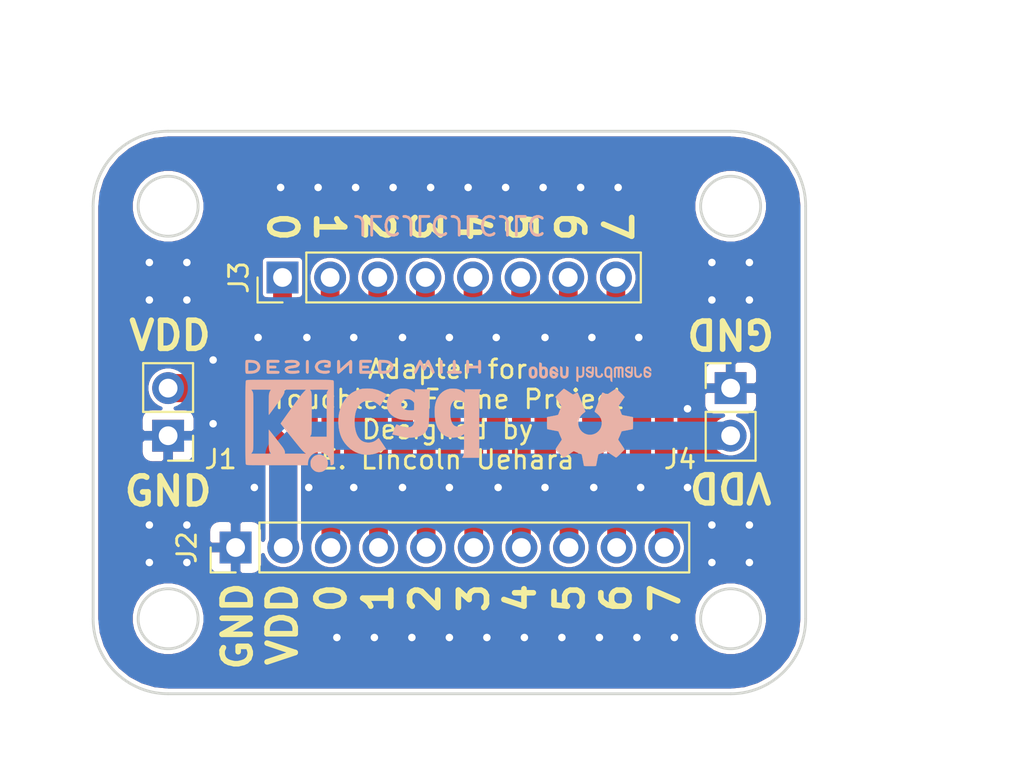
<source format=kicad_pcb>
(kicad_pcb (version 20171130) (host pcbnew 5.1.6-c6e7f7d~87~ubuntu18.04.1)

  (general
    (thickness 1.6)
    (drawings 42)
    (tracks 88)
    (zones 0)
    (modules 6)
    (nets 11)
  )

  (page A4)
  (layers
    (0 F.Cu signal)
    (31 B.Cu signal)
    (32 B.Adhes user)
    (33 F.Adhes user)
    (34 B.Paste user)
    (35 F.Paste user)
    (36 B.SilkS user)
    (37 F.SilkS user)
    (38 B.Mask user)
    (39 F.Mask user)
    (40 Dwgs.User user)
    (41 Cmts.User user)
    (42 Eco1.User user)
    (43 Eco2.User user)
    (44 Edge.Cuts user)
    (45 Margin user)
    (46 B.CrtYd user)
    (47 F.CrtYd user)
    (48 B.Fab user hide)
    (49 F.Fab user hide)
  )

  (setup
    (last_trace_width 0.25)
    (trace_clearance 0.2)
    (zone_clearance 0.2)
    (zone_45_only no)
    (trace_min 0.2)
    (via_size 0.8)
    (via_drill 0.4)
    (via_min_size 0.45)
    (via_min_drill 0.2)
    (uvia_size 0.8)
    (uvia_drill 0.4)
    (uvias_allowed no)
    (uvia_min_size 0.45)
    (uvia_min_drill 0.2)
    (edge_width 0.05)
    (segment_width 0.2)
    (pcb_text_width 0.3)
    (pcb_text_size 1.5 1.5)
    (mod_edge_width 0.12)
    (mod_text_size 1 1)
    (mod_text_width 0.15)
    (pad_size 1.524 1.524)
    (pad_drill 0.762)
    (pad_to_mask_clearance 0.05)
    (aux_axis_origin 0 0)
    (visible_elements FFFFFF7F)
    (pcbplotparams
      (layerselection 0x010fc_ffffffff)
      (usegerberextensions false)
      (usegerberattributes true)
      (usegerberadvancedattributes true)
      (creategerberjobfile true)
      (excludeedgelayer true)
      (linewidth 0.100000)
      (plotframeref false)
      (viasonmask false)
      (mode 1)
      (useauxorigin false)
      (hpglpennumber 1)
      (hpglpenspeed 20)
      (hpglpendiameter 15.000000)
      (psnegative false)
      (psa4output false)
      (plotreference true)
      (plotvalue true)
      (plotinvisibletext false)
      (padsonsilk false)
      (subtractmaskfromsilk false)
      (outputformat 1)
      (mirror false)
      (drillshape 1)
      (scaleselection 1)
      (outputdirectory ""))
  )

  (net 0 "")
  (net 1 "Net-(J1-Pad2)")
  (net 2 "Net-(J2-Pad3)")
  (net 3 "Net-(J2-Pad4)")
  (net 4 "Net-(J2-Pad5)")
  (net 5 "Net-(J2-Pad6)")
  (net 6 "Net-(J2-Pad7)")
  (net 7 "Net-(J2-Pad8)")
  (net 8 "Net-(J2-Pad9)")
  (net 9 "Net-(J2-Pad10)")
  (net 10 GNDREF)

  (net_class Default "This is the default net class."
    (clearance 0.2)
    (trace_width 0.25)
    (via_dia 0.8)
    (via_drill 0.4)
    (uvia_dia 0.8)
    (uvia_drill 0.4)
    (add_net GNDREF)
    (add_net "Net-(J1-Pad2)")
    (add_net "Net-(J2-Pad10)")
    (add_net "Net-(J2-Pad3)")
    (add_net "Net-(J2-Pad4)")
    (add_net "Net-(J2-Pad5)")
    (add_net "Net-(J2-Pad6)")
    (add_net "Net-(J2-Pad7)")
    (add_net "Net-(J2-Pad8)")
    (add_net "Net-(J2-Pad9)")
  )

  (module Symbol:KiCad-Logo2_5mm_SilkScreen (layer B.Cu) (tedit 0) (tstamp 5F25AD88)
    (at 148.4 99.2)
    (descr "KiCad Logo")
    (tags "Logo KiCad")
    (attr virtual)
    (fp_text reference REF** (at 0 5.08) (layer B.SilkS) hide
      (effects (font (size 1 1) (thickness 0.15)) (justify mirror))
    )
    (fp_text value KiCad-Logo2_5mm_SilkScreen (at 0 -5.08) (layer B.Fab) hide
      (effects (font (size 1 1) (thickness 0.15)) (justify mirror))
    )
    (fp_poly (pts (xy -2.9464 2.510946) (xy -2.935535 2.397007) (xy -2.903918 2.289384) (xy -2.853015 2.190385)
      (xy -2.784293 2.102316) (xy -2.699219 2.027484) (xy -2.602232 1.969616) (xy -2.495964 1.929995)
      (xy -2.38895 1.911427) (xy -2.2833 1.912566) (xy -2.181125 1.93207) (xy -2.084534 1.968594)
      (xy -1.995638 2.020795) (xy -1.916546 2.087327) (xy -1.849369 2.166848) (xy -1.796217 2.258013)
      (xy -1.759199 2.359477) (xy -1.740427 2.469898) (xy -1.738489 2.519794) (xy -1.738489 2.607733)
      (xy -1.68656 2.607733) (xy -1.650253 2.604889) (xy -1.623355 2.593089) (xy -1.596249 2.569351)
      (xy -1.557867 2.530969) (xy -1.557867 0.339398) (xy -1.557876 0.077261) (xy -1.557908 -0.163241)
      (xy -1.557972 -0.383048) (xy -1.558076 -0.583101) (xy -1.558227 -0.764344) (xy -1.558434 -0.927716)
      (xy -1.558706 -1.07416) (xy -1.55905 -1.204617) (xy -1.559474 -1.320029) (xy -1.559987 -1.421338)
      (xy -1.560597 -1.509484) (xy -1.561312 -1.58541) (xy -1.56214 -1.650057) (xy -1.563089 -1.704367)
      (xy -1.564167 -1.74928) (xy -1.565383 -1.78574) (xy -1.566745 -1.814687) (xy -1.568261 -1.837063)
      (xy -1.569938 -1.853809) (xy -1.571786 -1.865868) (xy -1.573813 -1.87418) (xy -1.576025 -1.879687)
      (xy -1.577108 -1.881537) (xy -1.581271 -1.888549) (xy -1.584805 -1.894996) (xy -1.588635 -1.9009)
      (xy -1.593682 -1.906286) (xy -1.600871 -1.911178) (xy -1.611123 -1.915598) (xy -1.625364 -1.919572)
      (xy -1.644514 -1.923121) (xy -1.669499 -1.92627) (xy -1.70124 -1.929042) (xy -1.740662 -1.931461)
      (xy -1.788686 -1.933551) (xy -1.846237 -1.935335) (xy -1.914237 -1.936837) (xy -1.99361 -1.93808)
      (xy -2.085279 -1.939089) (xy -2.190166 -1.939885) (xy -2.309196 -1.940494) (xy -2.44329 -1.940939)
      (xy -2.593373 -1.941243) (xy -2.760367 -1.94143) (xy -2.945196 -1.941524) (xy -3.148783 -1.941548)
      (xy -3.37205 -1.941525) (xy -3.615922 -1.94148) (xy -3.881321 -1.941437) (xy -3.919704 -1.941432)
      (xy -4.186682 -1.941389) (xy -4.432002 -1.941318) (xy -4.656583 -1.941213) (xy -4.861345 -1.941066)
      (xy -5.047206 -1.940869) (xy -5.215088 -1.940616) (xy -5.365908 -1.9403) (xy -5.500587 -1.939913)
      (xy -5.620044 -1.939447) (xy -5.725199 -1.938897) (xy -5.816971 -1.938253) (xy -5.896279 -1.937511)
      (xy -5.964043 -1.936661) (xy -6.021182 -1.935697) (xy -6.068617 -1.934611) (xy -6.107266 -1.933397)
      (xy -6.138049 -1.932047) (xy -6.161885 -1.930555) (xy -6.179694 -1.928911) (xy -6.192395 -1.927111)
      (xy -6.200908 -1.925145) (xy -6.205266 -1.923477) (xy -6.213728 -1.919906) (xy -6.221497 -1.91727)
      (xy -6.228602 -1.914634) (xy -6.235073 -1.911062) (xy -6.240939 -1.905621) (xy -6.246229 -1.897375)
      (xy -6.250974 -1.88539) (xy -6.255202 -1.868731) (xy -6.258943 -1.846463) (xy -6.262227 -1.817652)
      (xy -6.265083 -1.781363) (xy -6.26754 -1.736661) (xy -6.269629 -1.682611) (xy -6.271378 -1.618279)
      (xy -6.272817 -1.54273) (xy -6.273976 -1.45503) (xy -6.274883 -1.354243) (xy -6.275569 -1.239434)
      (xy -6.276063 -1.10967) (xy -6.276395 -0.964015) (xy -6.276593 -0.801535) (xy -6.276687 -0.621295)
      (xy -6.276708 -0.42236) (xy -6.276685 -0.203796) (xy -6.276646 0.035332) (xy -6.276622 0.29596)
      (xy -6.276622 0.338111) (xy -6.276636 0.601008) (xy -6.276661 0.842268) (xy -6.276671 1.062835)
      (xy -6.276642 1.263648) (xy -6.276548 1.445651) (xy -6.276362 1.609784) (xy -6.276059 1.756989)
      (xy -6.275614 1.888208) (xy -6.275034 1.998133) (xy -5.972197 1.998133) (xy -5.932407 1.940289)
      (xy -5.921236 1.924521) (xy -5.911166 1.910559) (xy -5.902138 1.897216) (xy -5.894097 1.883307)
      (xy -5.886986 1.867644) (xy -5.880747 1.849042) (xy -5.875325 1.826314) (xy -5.870662 1.798273)
      (xy -5.866701 1.763733) (xy -5.863385 1.721508) (xy -5.860659 1.670411) (xy -5.858464 1.609256)
      (xy -5.856745 1.536856) (xy -5.855444 1.452025) (xy -5.854505 1.353578) (xy -5.85387 1.240326)
      (xy -5.853484 1.111084) (xy -5.853288 0.964666) (xy -5.853227 0.799884) (xy -5.853243 0.615553)
      (xy -5.85328 0.410487) (xy -5.853289 0.287867) (xy -5.853265 0.070918) (xy -5.853231 -0.124642)
      (xy -5.853243 -0.299999) (xy -5.853358 -0.456341) (xy -5.85363 -0.594857) (xy -5.854118 -0.716734)
      (xy -5.854876 -0.82316) (xy -5.855962 -0.915322) (xy -5.857431 -0.994409) (xy -5.85934 -1.061608)
      (xy -5.861744 -1.118107) (xy -5.864701 -1.165093) (xy -5.868266 -1.203755) (xy -5.872495 -1.23528)
      (xy -5.877446 -1.260855) (xy -5.883173 -1.28167) (xy -5.889733 -1.298911) (xy -5.897183 -1.313765)
      (xy -5.905579 -1.327422) (xy -5.914976 -1.341069) (xy -5.925432 -1.355893) (xy -5.931523 -1.364783)
      (xy -5.970296 -1.4224) (xy -5.438732 -1.4224) (xy -5.315483 -1.422365) (xy -5.212987 -1.422215)
      (xy -5.12942 -1.421878) (xy -5.062956 -1.421286) (xy -5.011771 -1.420367) (xy -4.974041 -1.419051)
      (xy -4.94794 -1.417269) (xy -4.931644 -1.414951) (xy -4.923328 -1.412026) (xy -4.921168 -1.408424)
      (xy -4.923339 -1.404075) (xy -4.924535 -1.402645) (xy -4.949685 -1.365573) (xy -4.975583 -1.312772)
      (xy -4.999192 -1.25077) (xy -5.007461 -1.224357) (xy -5.012078 -1.206416) (xy -5.015979 -1.185355)
      (xy -5.019248 -1.159089) (xy -5.021966 -1.125532) (xy -5.024215 -1.082599) (xy -5.026077 -1.028204)
      (xy -5.027636 -0.960262) (xy -5.028972 -0.876688) (xy -5.030169 -0.775395) (xy -5.031308 -0.6543)
      (xy -5.031685 -0.6096) (xy -5.032702 -0.484449) (xy -5.03346 -0.380082) (xy -5.033903 -0.294707)
      (xy -5.03397 -0.226533) (xy -5.033605 -0.173765) (xy -5.032748 -0.134614) (xy -5.031341 -0.107285)
      (xy -5.029325 -0.089986) (xy -5.026643 -0.080926) (xy -5.023236 -0.078312) (xy -5.019044 -0.080351)
      (xy -5.014571 -0.084667) (xy -5.004216 -0.097602) (xy -4.982158 -0.126676) (xy -4.949957 -0.169759)
      (xy -4.909174 -0.224718) (xy -4.86137 -0.289423) (xy -4.808105 -0.361742) (xy -4.75094 -0.439544)
      (xy -4.691437 -0.520698) (xy -4.631155 -0.603072) (xy -4.571655 -0.684536) (xy -4.514498 -0.762957)
      (xy -4.461245 -0.836204) (xy -4.413457 -0.902147) (xy -4.372693 -0.958654) (xy -4.340516 -1.003593)
      (xy -4.318485 -1.034834) (xy -4.313917 -1.041466) (xy -4.290996 -1.078369) (xy -4.264188 -1.126359)
      (xy -4.238789 -1.175897) (xy -4.235568 -1.182577) (xy -4.21389 -1.230772) (xy -4.201304 -1.268334)
      (xy -4.195574 -1.30416) (xy -4.194456 -1.3462) (xy -4.19509 -1.4224) (xy -3.040651 -1.4224)
      (xy -3.131815 -1.328669) (xy -3.178612 -1.278775) (xy -3.228899 -1.222295) (xy -3.274944 -1.168026)
      (xy -3.295369 -1.142673) (xy -3.325807 -1.103128) (xy -3.365862 -1.049916) (xy -3.414361 -0.984667)
      (xy -3.470135 -0.909011) (xy -3.532011 -0.824577) (xy -3.598819 -0.732994) (xy -3.669387 -0.635892)
      (xy -3.742545 -0.534901) (xy -3.817121 -0.43165) (xy -3.891944 -0.327768) (xy -3.965843 -0.224885)
      (xy -4.037646 -0.124631) (xy -4.106184 -0.028636) (xy -4.170284 0.061473) (xy -4.228775 0.144064)
      (xy -4.280486 0.217508) (xy -4.324247 0.280176) (xy -4.358885 0.330439) (xy -4.38323 0.366666)
      (xy -4.396111 0.387229) (xy -4.397869 0.391332) (xy -4.38991 0.402658) (xy -4.369115 0.429838)
      (xy -4.336847 0.471171) (xy -4.29447 0.524956) (xy -4.243347 0.589494) (xy -4.184841 0.663082)
      (xy -4.120314 0.744022) (xy -4.051131 0.830612) (xy -3.978653 0.921152) (xy -3.904246 1.01394)
      (xy -3.844517 1.088298) (xy -2.833511 1.088298) (xy -2.827602 1.075341) (xy -2.813272 1.053092)
      (xy -2.812225 1.051609) (xy -2.793438 1.021456) (xy -2.773791 0.984625) (xy -2.769892 0.976489)
      (xy -2.766356 0.96806) (xy -2.76323 0.957941) (xy -2.760486 0.94474) (xy -2.758092 0.927062)
      (xy -2.756019 0.903516) (xy -2.754235 0.872707) (xy -2.752712 0.833243) (xy -2.751419 0.783731)
      (xy -2.750326 0.722777) (xy -2.749403 0.648989) (xy -2.748619 0.560972) (xy -2.747945 0.457335)
      (xy -2.74735 0.336684) (xy -2.746805 0.197626) (xy -2.746279 0.038768) (xy -2.745745 -0.140089)
      (xy -2.745206 -0.325207) (xy -2.744772 -0.489145) (xy -2.744509 -0.633303) (xy -2.744484 -0.759079)
      (xy -2.744765 -0.867871) (xy -2.745419 -0.961077) (xy -2.746514 -1.040097) (xy -2.748118 -1.106328)
      (xy -2.750297 -1.16117) (xy -2.753119 -1.206021) (xy -2.756651 -1.242278) (xy -2.760961 -1.271341)
      (xy -2.766117 -1.294609) (xy -2.772185 -1.313479) (xy -2.779233 -1.329351) (xy -2.787329 -1.343622)
      (xy -2.79654 -1.357691) (xy -2.80504 -1.370158) (xy -2.822176 -1.396452) (xy -2.832322 -1.414037)
      (xy -2.833511 -1.417257) (xy -2.822604 -1.418334) (xy -2.791411 -1.419335) (xy -2.742223 -1.420235)
      (xy -2.677333 -1.42101) (xy -2.59903 -1.421637) (xy -2.509607 -1.422091) (xy -2.411356 -1.422349)
      (xy -2.342445 -1.4224) (xy -2.237452 -1.42218) (xy -2.14061 -1.421548) (xy -2.054107 -1.420549)
      (xy -1.980132 -1.419227) (xy -1.920874 -1.417626) (xy -1.87852 -1.415791) (xy -1.85526 -1.413765)
      (xy -1.851378 -1.412493) (xy -1.859076 -1.397591) (xy -1.867074 -1.38956) (xy -1.880246 -1.372434)
      (xy -1.897485 -1.342183) (xy -1.909407 -1.317622) (xy -1.936045 -1.258711) (xy -1.93912 -0.081845)
      (xy -1.942195 1.095022) (xy -2.387853 1.095022) (xy -2.48567 1.094858) (xy -2.576064 1.094389)
      (xy -2.65663 1.093653) (xy -2.724962 1.092684) (xy -2.778656 1.09152) (xy -2.815305 1.090197)
      (xy -2.832504 1.088751) (xy -2.833511 1.088298) (xy -3.844517 1.088298) (xy -3.82927 1.107278)
      (xy -3.75509 1.199463) (xy -3.683069 1.288796) (xy -3.614569 1.373576) (xy -3.550955 1.452102)
      (xy -3.493588 1.522674) (xy -3.443833 1.583591) (xy -3.403052 1.633153) (xy -3.385888 1.653822)
      (xy -3.299596 1.754484) (xy -3.222997 1.837741) (xy -3.154183 1.905562) (xy -3.091248 1.959911)
      (xy -3.081867 1.967278) (xy -3.042356 1.997883) (xy -4.174116 1.998133) (xy -4.168827 1.950156)
      (xy -4.17213 1.892812) (xy -4.193661 1.824537) (xy -4.233635 1.744788) (xy -4.278943 1.672505)
      (xy -4.295161 1.64986) (xy -4.323214 1.612304) (xy -4.36143 1.561979) (xy -4.408137 1.501027)
      (xy -4.461661 1.431589) (xy -4.520331 1.355806) (xy -4.582475 1.27582) (xy -4.646421 1.193772)
      (xy -4.710495 1.111804) (xy -4.773027 1.032057) (xy -4.832343 0.956673) (xy -4.886771 0.887793)
      (xy -4.934639 0.827558) (xy -4.974275 0.778111) (xy -5.004006 0.741592) (xy -5.022161 0.720142)
      (xy -5.02522 0.716844) (xy -5.028079 0.724851) (xy -5.030293 0.755145) (xy -5.031857 0.807444)
      (xy -5.032767 0.881469) (xy -5.03302 0.976937) (xy -5.032613 1.093566) (xy -5.031704 1.213555)
      (xy -5.030382 1.345667) (xy -5.028857 1.457406) (xy -5.026881 1.550975) (xy -5.024206 1.628581)
      (xy -5.020582 1.692426) (xy -5.015761 1.744717) (xy -5.009494 1.787656) (xy -5.001532 1.823449)
      (xy -4.991627 1.8543) (xy -4.979531 1.882414) (xy -4.964993 1.909995) (xy -4.950311 1.935034)
      (xy -4.912314 1.998133) (xy -5.972197 1.998133) (xy -6.275034 1.998133) (xy -6.275001 2.004383)
      (xy -6.274195 2.106456) (xy -6.27317 2.195367) (xy -6.2719 2.272059) (xy -6.27036 2.337473)
      (xy -6.268524 2.392551) (xy -6.266367 2.438235) (xy -6.263863 2.475466) (xy -6.260987 2.505187)
      (xy -6.257713 2.528338) (xy -6.254015 2.545861) (xy -6.249869 2.558699) (xy -6.245247 2.567792)
      (xy -6.240126 2.574082) (xy -6.234478 2.578512) (xy -6.228279 2.582022) (xy -6.221504 2.585555)
      (xy -6.215508 2.589124) (xy -6.210275 2.5917) (xy -6.202099 2.594028) (xy -6.189886 2.596122)
      (xy -6.172541 2.597993) (xy -6.148969 2.599653) (xy -6.118077 2.601116) (xy -6.078768 2.602392)
      (xy -6.02995 2.603496) (xy -5.970527 2.604439) (xy -5.899404 2.605233) (xy -5.815488 2.605891)
      (xy -5.717683 2.606425) (xy -5.604894 2.606847) (xy -5.476029 2.607171) (xy -5.329991 2.607408)
      (xy -5.165686 2.60757) (xy -4.98202 2.60767) (xy -4.777897 2.60772) (xy -4.566753 2.607733)
      (xy -2.9464 2.607733) (xy -2.9464 2.510946)) (layer B.SilkS) (width 0.01))
    (fp_poly (pts (xy 0.328429 2.050929) (xy 0.48857 2.029755) (xy 0.65251 1.989615) (xy 0.822313 1.930111)
      (xy 1.000043 1.850846) (xy 1.01131 1.845301) (xy 1.069005 1.817275) (xy 1.120552 1.793198)
      (xy 1.162191 1.774751) (xy 1.190162 1.763614) (xy 1.199733 1.761067) (xy 1.21895 1.756059)
      (xy 1.223561 1.751853) (xy 1.218458 1.74142) (xy 1.202418 1.715132) (xy 1.177288 1.675743)
      (xy 1.144914 1.626009) (xy 1.107143 1.568685) (xy 1.065822 1.506524) (xy 1.022798 1.442282)
      (xy 0.979917 1.378715) (xy 0.939026 1.318575) (xy 0.901971 1.26462) (xy 0.8706 1.219603)
      (xy 0.846759 1.186279) (xy 0.832294 1.167403) (xy 0.830309 1.165213) (xy 0.820191 1.169862)
      (xy 0.79785 1.187038) (xy 0.76728 1.21356) (xy 0.751536 1.228036) (xy 0.655047 1.303318)
      (xy 0.548336 1.358759) (xy 0.432832 1.393859) (xy 0.309962 1.40812) (xy 0.240561 1.406949)
      (xy 0.119423 1.389788) (xy 0.010205 1.353906) (xy -0.087418 1.299041) (xy -0.173772 1.22493)
      (xy -0.249185 1.131312) (xy -0.313982 1.017924) (xy -0.351399 0.931333) (xy -0.395252 0.795634)
      (xy -0.427572 0.64815) (xy -0.448443 0.492686) (xy -0.457949 0.333044) (xy -0.456173 0.173027)
      (xy -0.443197 0.016439) (xy -0.419106 -0.132918) (xy -0.383982 -0.27124) (xy -0.337908 -0.394724)
      (xy -0.321627 -0.428978) (xy -0.25338 -0.543064) (xy -0.172921 -0.639557) (xy -0.08143 -0.71767)
      (xy 0.019911 -0.776617) (xy 0.12992 -0.815612) (xy 0.247415 -0.833868) (xy 0.288883 -0.835211)
      (xy 0.410441 -0.82429) (xy 0.530878 -0.791474) (xy 0.648666 -0.737439) (xy 0.762277 -0.662865)
      (xy 0.853685 -0.584539) (xy 0.900215 -0.540008) (xy 1.081483 -0.837271) (xy 1.12658 -0.911433)
      (xy 1.167819 -0.979646) (xy 1.203735 -1.039459) (xy 1.232866 -1.08842) (xy 1.25375 -1.124079)
      (xy 1.264924 -1.143984) (xy 1.266375 -1.147079) (xy 1.258146 -1.156718) (xy 1.232567 -1.173999)
      (xy 1.192873 -1.197283) (xy 1.142297 -1.224934) (xy 1.084074 -1.255315) (xy 1.021437 -1.28679)
      (xy 0.957621 -1.317722) (xy 0.89586 -1.346473) (xy 0.839388 -1.371408) (xy 0.791438 -1.390889)
      (xy 0.767986 -1.399318) (xy 0.634221 -1.437133) (xy 0.496327 -1.462136) (xy 0.348622 -1.47514)
      (xy 0.221833 -1.477468) (xy 0.153878 -1.476373) (xy 0.088277 -1.474275) (xy 0.030847 -1.471434)
      (xy -0.012597 -1.468106) (xy -0.026702 -1.466422) (xy -0.165716 -1.437587) (xy -0.307243 -1.392468)
      (xy -0.444725 -1.33375) (xy -0.571606 -1.26412) (xy -0.649111 -1.211441) (xy -0.776519 -1.103239)
      (xy -0.894822 -0.976671) (xy -1.001828 -0.834866) (xy -1.095348 -0.680951) (xy -1.17319 -0.518053)
      (xy -1.217044 -0.400756) (xy -1.267292 -0.217128) (xy -1.300791 -0.022581) (xy -1.317551 0.178675)
      (xy -1.317584 0.382432) (xy -1.300899 0.584479) (xy -1.267507 0.780608) (xy -1.21742 0.966609)
      (xy -1.213603 0.978197) (xy -1.150719 1.14025) (xy -1.073972 1.288168) (xy -0.980758 1.426135)
      (xy -0.868473 1.558339) (xy -0.824608 1.603601) (xy -0.688466 1.727543) (xy -0.548509 1.830085)
      (xy -0.402589 1.912344) (xy -0.248558 1.975436) (xy -0.084268 2.020477) (xy 0.011289 2.037967)
      (xy 0.170023 2.053534) (xy 0.328429 2.050929)) (layer B.SilkS) (width 0.01))
    (fp_poly (pts (xy 2.673574 1.133448) (xy 2.825492 1.113433) (xy 2.960756 1.079798) (xy 3.080239 1.032275)
      (xy 3.184815 0.970595) (xy 3.262424 0.907035) (xy 3.331265 0.832901) (xy 3.385006 0.753129)
      (xy 3.42791 0.660909) (xy 3.443384 0.617839) (xy 3.456244 0.578858) (xy 3.467446 0.542711)
      (xy 3.47712 0.507566) (xy 3.485396 0.47159) (xy 3.492403 0.43295) (xy 3.498272 0.389815)
      (xy 3.503131 0.340351) (xy 3.50711 0.282727) (xy 3.51034 0.215109) (xy 3.512949 0.135666)
      (xy 3.515067 0.042564) (xy 3.516824 -0.066027) (xy 3.518349 -0.191942) (xy 3.519772 -0.337012)
      (xy 3.521025 -0.479778) (xy 3.522351 -0.635968) (xy 3.523556 -0.771239) (xy 3.524766 -0.887246)
      (xy 3.526106 -0.985645) (xy 3.5277 -1.068093) (xy 3.529675 -1.136246) (xy 3.532156 -1.19176)
      (xy 3.535269 -1.236292) (xy 3.539138 -1.271498) (xy 3.543889 -1.299034) (xy 3.549648 -1.320556)
      (xy 3.556539 -1.337722) (xy 3.564689 -1.352186) (xy 3.574223 -1.365606) (xy 3.585266 -1.379638)
      (xy 3.589566 -1.385071) (xy 3.605386 -1.40791) (xy 3.612422 -1.423463) (xy 3.612444 -1.423922)
      (xy 3.601567 -1.426121) (xy 3.570582 -1.428147) (xy 3.521957 -1.429942) (xy 3.458163 -1.431451)
      (xy 3.381669 -1.432616) (xy 3.294944 -1.43338) (xy 3.200457 -1.433686) (xy 3.18955 -1.433689)
      (xy 2.766657 -1.433689) (xy 2.763395 -1.337622) (xy 2.760133 -1.241556) (xy 2.698044 -1.292543)
      (xy 2.600714 -1.360057) (xy 2.490813 -1.414749) (xy 2.404349 -1.444978) (xy 2.335278 -1.459666)
      (xy 2.251925 -1.469659) (xy 2.162159 -1.474646) (xy 2.073845 -1.474313) (xy 1.994851 -1.468351)
      (xy 1.958622 -1.462638) (xy 1.818603 -1.424776) (xy 1.692178 -1.369932) (xy 1.58026 -1.298924)
      (xy 1.483762 -1.212568) (xy 1.4036 -1.111679) (xy 1.340687 -0.997076) (xy 1.296312 -0.870984)
      (xy 1.283978 -0.814401) (xy 1.276368 -0.752202) (xy 1.272739 -0.677363) (xy 1.272245 -0.643467)
      (xy 1.27231 -0.640282) (xy 2.032248 -0.640282) (xy 2.041541 -0.715333) (xy 2.069728 -0.77916)
      (xy 2.118197 -0.834798) (xy 2.123254 -0.839211) (xy 2.171548 -0.874037) (xy 2.223257 -0.89662)
      (xy 2.283989 -0.90854) (xy 2.359352 -0.911383) (xy 2.377459 -0.910978) (xy 2.431278 -0.908325)
      (xy 2.471308 -0.902909) (xy 2.506324 -0.892745) (xy 2.545103 -0.87585) (xy 2.555745 -0.870672)
      (xy 2.616396 -0.834844) (xy 2.663215 -0.792212) (xy 2.675952 -0.776973) (xy 2.720622 -0.720462)
      (xy 2.720622 -0.524586) (xy 2.720086 -0.445939) (xy 2.718396 -0.387988) (xy 2.715428 -0.348875)
      (xy 2.711057 -0.326741) (xy 2.706972 -0.320274) (xy 2.691047 -0.317111) (xy 2.657264 -0.314488)
      (xy 2.61034 -0.312655) (xy 2.554993 -0.311857) (xy 2.546106 -0.311842) (xy 2.42533 -0.317096)
      (xy 2.32266 -0.333263) (xy 2.236106 -0.360961) (xy 2.163681 -0.400808) (xy 2.108751 -0.447758)
      (xy 2.064204 -0.505645) (xy 2.03948 -0.568693) (xy 2.032248 -0.640282) (xy 1.27231 -0.640282)
      (xy 1.274178 -0.549712) (xy 1.282522 -0.470812) (xy 1.298768 -0.39959) (xy 1.324405 -0.328864)
      (xy 1.348401 -0.276493) (xy 1.40702 -0.181196) (xy 1.485117 -0.09317) (xy 1.580315 -0.014017)
      (xy 1.690238 0.05466) (xy 1.81251 0.111259) (xy 1.944755 0.154179) (xy 2.009422 0.169118)
      (xy 2.145604 0.191223) (xy 2.294049 0.205806) (xy 2.445505 0.212187) (xy 2.572064 0.210555)
      (xy 2.73395 0.203776) (xy 2.72653 0.262755) (xy 2.707238 0.361908) (xy 2.676104 0.442628)
      (xy 2.632269 0.505534) (xy 2.574871 0.551244) (xy 2.503048 0.580378) (xy 2.415941 0.593553)
      (xy 2.312686 0.591389) (xy 2.274711 0.587388) (xy 2.13352 0.56222) (xy 1.996707 0.521186)
      (xy 1.902178 0.483185) (xy 1.857018 0.46381) (xy 1.818585 0.44824) (xy 1.792234 0.438595)
      (xy 1.784546 0.436548) (xy 1.774802 0.445626) (xy 1.758083 0.474595) (xy 1.734232 0.523783)
      (xy 1.703093 0.593516) (xy 1.664507 0.684121) (xy 1.65791 0.699911) (xy 1.627853 0.772228)
      (xy 1.600874 0.837575) (xy 1.578136 0.893094) (xy 1.560806 0.935928) (xy 1.550048 0.963219)
      (xy 1.546941 0.972058) (xy 1.55694 0.976813) (xy 1.583217 0.98209) (xy 1.611489 0.985769)
      (xy 1.641646 0.990526) (xy 1.689433 0.999972) (xy 1.750612 1.01318) (xy 1.820946 1.029224)
      (xy 1.896194 1.04718) (xy 1.924755 1.054203) (xy 2.029816 1.079791) (xy 2.11748 1.099853)
      (xy 2.192068 1.115031) (xy 2.257903 1.125965) (xy 2.319307 1.133296) (xy 2.380602 1.137665)
      (xy 2.44611 1.139713) (xy 2.504128 1.140111) (xy 2.673574 1.133448)) (layer B.SilkS) (width 0.01))
    (fp_poly (pts (xy 6.186507 0.527755) (xy 6.186526 0.293338) (xy 6.186552 0.080397) (xy 6.186625 -0.112168)
      (xy 6.186782 -0.285459) (xy 6.187064 -0.440576) (xy 6.187509 -0.57862) (xy 6.188156 -0.700692)
      (xy 6.189045 -0.807894) (xy 6.190213 -0.901326) (xy 6.191701 -0.98209) (xy 6.193546 -1.051286)
      (xy 6.195789 -1.110015) (xy 6.198469 -1.159379) (xy 6.201623 -1.200478) (xy 6.205292 -1.234413)
      (xy 6.209513 -1.262286) (xy 6.214327 -1.285198) (xy 6.219773 -1.304249) (xy 6.225888 -1.32054)
      (xy 6.232712 -1.335173) (xy 6.240285 -1.349249) (xy 6.248645 -1.363868) (xy 6.253839 -1.372974)
      (xy 6.288104 -1.433689) (xy 5.429955 -1.433689) (xy 5.429955 -1.337733) (xy 5.429224 -1.29437)
      (xy 5.427272 -1.261205) (xy 5.424463 -1.243424) (xy 5.423221 -1.241778) (xy 5.411799 -1.248662)
      (xy 5.389084 -1.266505) (xy 5.366385 -1.285879) (xy 5.3118 -1.326614) (xy 5.242321 -1.367617)
      (xy 5.16527 -1.405123) (xy 5.087965 -1.435364) (xy 5.057113 -1.445012) (xy 4.988616 -1.459578)
      (xy 4.905764 -1.469539) (xy 4.816371 -1.474583) (xy 4.728248 -1.474396) (xy 4.649207 -1.468666)
      (xy 4.611511 -1.462858) (xy 4.473414 -1.424797) (xy 4.346113 -1.367073) (xy 4.230292 -1.290211)
      (xy 4.126637 -1.194739) (xy 4.035833 -1.081179) (xy 3.969031 -0.970381) (xy 3.914164 -0.853625)
      (xy 3.872163 -0.734276) (xy 3.842167 -0.608283) (xy 3.823311 -0.471594) (xy 3.814732 -0.320158)
      (xy 3.814006 -0.242711) (xy 3.8161 -0.185934) (xy 4.645217 -0.185934) (xy 4.645424 -0.279002)
      (xy 4.648337 -0.366692) (xy 4.654 -0.443772) (xy 4.662455 -0.505009) (xy 4.665038 -0.51735)
      (xy 4.69684 -0.624633) (xy 4.738498 -0.711658) (xy 4.790363 -0.778642) (xy 4.852781 -0.825805)
      (xy 4.9261 -0.853365) (xy 5.010669 -0.861541) (xy 5.106835 -0.850551) (xy 5.170311 -0.834829)
      (xy 5.219454 -0.816639) (xy 5.273583 -0.790791) (xy 5.314244 -0.767089) (xy 5.3848 -0.720721)
      (xy 5.3848 0.42947) (xy 5.317392 0.473038) (xy 5.238867 0.51396) (xy 5.154681 0.540611)
      (xy 5.069557 0.552535) (xy 4.988216 0.549278) (xy 4.91538 0.530385) (xy 4.883426 0.514816)
      (xy 4.825501 0.471819) (xy 4.776544 0.415047) (xy 4.73539 0.342425) (xy 4.700874 0.251879)
      (xy 4.671833 0.141334) (xy 4.670552 0.135467) (xy 4.660381 0.073212) (xy 4.652739 -0.004594)
      (xy 4.64767 -0.09272) (xy 4.645217 -0.185934) (xy 3.8161 -0.185934) (xy 3.821857 -0.029895)
      (xy 3.843802 0.165941) (xy 3.879786 0.344668) (xy 3.929759 0.506155) (xy 3.993668 0.650274)
      (xy 4.071462 0.776894) (xy 4.163089 0.885885) (xy 4.268497 0.977117) (xy 4.313662 1.008068)
      (xy 4.414611 1.064215) (xy 4.517901 1.103826) (xy 4.627989 1.127986) (xy 4.74933 1.137781)
      (xy 4.841836 1.136735) (xy 4.97149 1.125769) (xy 5.084084 1.103954) (xy 5.182875 1.070286)
      (xy 5.271121 1.023764) (xy 5.319986 0.989552) (xy 5.349353 0.967638) (xy 5.371043 0.952667)
      (xy 5.379253 0.948267) (xy 5.380868 0.959096) (xy 5.382159 0.989749) (xy 5.383138 1.037474)
      (xy 5.383817 1.099521) (xy 5.38421 1.173138) (xy 5.38433 1.255573) (xy 5.384188 1.344075)
      (xy 5.383797 1.435893) (xy 5.383171 1.528276) (xy 5.38232 1.618472) (xy 5.38126 1.703729)
      (xy 5.380001 1.781297) (xy 5.378556 1.848424) (xy 5.376938 1.902359) (xy 5.375161 1.94035)
      (xy 5.374669 1.947333) (xy 5.367092 2.017749) (xy 5.355531 2.072898) (xy 5.337792 2.120019)
      (xy 5.311682 2.166353) (xy 5.305415 2.175933) (xy 5.280983 2.212622) (xy 6.186311 2.212622)
      (xy 6.186507 0.527755)) (layer B.SilkS) (width 0.01))
    (fp_poly (pts (xy -2.273043 2.973429) (xy -2.176768 2.949191) (xy -2.090184 2.906359) (xy -2.015373 2.846581)
      (xy -1.954418 2.771506) (xy -1.909399 2.68278) (xy -1.883136 2.58647) (xy -1.877286 2.489205)
      (xy -1.89214 2.395346) (xy -1.92584 2.307489) (xy -1.976528 2.22823) (xy -2.042345 2.160164)
      (xy -2.121434 2.105888) (xy -2.211934 2.067998) (xy -2.2632 2.055574) (xy -2.307698 2.048053)
      (xy -2.341999 2.045081) (xy -2.37496 2.046906) (xy -2.415434 2.053775) (xy -2.448531 2.06075)
      (xy -2.541947 2.092259) (xy -2.625619 2.143383) (xy -2.697665 2.212571) (xy -2.7562 2.298272)
      (xy -2.770148 2.325511) (xy -2.786586 2.361878) (xy -2.796894 2.392418) (xy -2.80246 2.42455)
      (xy -2.804669 2.465693) (xy -2.804948 2.511778) (xy -2.800861 2.596135) (xy -2.787446 2.665414)
      (xy -2.762256 2.726039) (xy -2.722846 2.784433) (xy -2.684298 2.828698) (xy -2.612406 2.894516)
      (xy -2.537313 2.939947) (xy -2.454562 2.96715) (xy -2.376928 2.977424) (xy -2.273043 2.973429)) (layer B.SilkS) (width 0.01))
    (fp_poly (pts (xy -6.121371 -2.269066) (xy -6.081889 -2.269467) (xy -5.9662 -2.272259) (xy -5.869311 -2.28055)
      (xy -5.787919 -2.295232) (xy -5.718723 -2.317193) (xy -5.65842 -2.347322) (xy -5.603708 -2.38651)
      (xy -5.584167 -2.403532) (xy -5.55175 -2.443363) (xy -5.52252 -2.497413) (xy -5.499991 -2.557323)
      (xy -5.487679 -2.614739) (xy -5.4864 -2.635956) (xy -5.494417 -2.694769) (xy -5.515899 -2.759013)
      (xy -5.546999 -2.819821) (xy -5.583866 -2.86833) (xy -5.589854 -2.874182) (xy -5.640579 -2.915321)
      (xy -5.696125 -2.947435) (xy -5.759696 -2.971365) (xy -5.834494 -2.987953) (xy -5.923722 -2.998041)
      (xy -6.030582 -3.002469) (xy -6.079528 -3.002845) (xy -6.141762 -3.002545) (xy -6.185528 -3.001292)
      (xy -6.214931 -2.998554) (xy -6.234079 -2.993801) (xy -6.247077 -2.986501) (xy -6.254045 -2.980267)
      (xy -6.260626 -2.972694) (xy -6.265788 -2.962924) (xy -6.269703 -2.94834) (xy -6.272543 -2.926326)
      (xy -6.27448 -2.894264) (xy -6.275684 -2.849536) (xy -6.276328 -2.789526) (xy -6.276583 -2.711617)
      (xy -6.276622 -2.635956) (xy -6.27687 -2.535041) (xy -6.276817 -2.454427) (xy -6.275857 -2.415822)
      (xy -6.129867 -2.415822) (xy -6.129867 -2.856089) (xy -6.036734 -2.856004) (xy -5.980693 -2.854396)
      (xy -5.921999 -2.850256) (xy -5.873028 -2.844464) (xy -5.871538 -2.844226) (xy -5.792392 -2.82509)
      (xy -5.731002 -2.795287) (xy -5.684305 -2.752878) (xy -5.654635 -2.706961) (xy -5.636353 -2.656026)
      (xy -5.637771 -2.6082) (xy -5.658988 -2.556933) (xy -5.700489 -2.503899) (xy -5.757998 -2.4646)
      (xy -5.83275 -2.438331) (xy -5.882708 -2.429035) (xy -5.939416 -2.422507) (xy -5.999519 -2.417782)
      (xy -6.050639 -2.415817) (xy -6.053667 -2.415808) (xy -6.129867 -2.415822) (xy -6.275857 -2.415822)
      (xy -6.27526 -2.391851) (xy -6.270998 -2.345055) (xy -6.26283 -2.311778) (xy -6.249556 -2.289759)
      (xy -6.229974 -2.276739) (xy -6.202883 -2.270457) (xy -6.167082 -2.268653) (xy -6.121371 -2.269066)) (layer B.SilkS) (width 0.01))
    (fp_poly (pts (xy -4.712794 -2.269146) (xy -4.643386 -2.269518) (xy -4.590997 -2.270385) (xy -4.552847 -2.271946)
      (xy -4.526159 -2.274403) (xy -4.508153 -2.277957) (xy -4.496049 -2.28281) (xy -4.487069 -2.289161)
      (xy -4.483818 -2.292084) (xy -4.464043 -2.323142) (xy -4.460482 -2.358828) (xy -4.473491 -2.39051)
      (xy -4.479506 -2.396913) (xy -4.489235 -2.403121) (xy -4.504901 -2.40791) (xy -4.529408 -2.411514)
      (xy -4.565661 -2.414164) (xy -4.616565 -2.416095) (xy -4.685026 -2.417539) (xy -4.747617 -2.418418)
      (xy -4.995334 -2.421467) (xy -4.998719 -2.486378) (xy -5.002105 -2.551289) (xy -4.833958 -2.551289)
      (xy -4.760959 -2.551919) (xy -4.707517 -2.554553) (xy -4.670628 -2.560309) (xy -4.647288 -2.570304)
      (xy -4.634494 -2.585656) (xy -4.629242 -2.607482) (xy -4.628445 -2.627738) (xy -4.630923 -2.652592)
      (xy -4.640277 -2.670906) (xy -4.659383 -2.683637) (xy -4.691118 -2.691741) (xy -4.738359 -2.696176)
      (xy -4.803983 -2.697899) (xy -4.839801 -2.698045) (xy -5.000978 -2.698045) (xy -5.000978 -2.856089)
      (xy -4.752622 -2.856089) (xy -4.671213 -2.856202) (xy -4.609342 -2.856712) (xy -4.563968 -2.85787)
      (xy -4.532054 -2.85993) (xy -4.510559 -2.863146) (xy -4.496443 -2.867772) (xy -4.486668 -2.874059)
      (xy -4.481689 -2.878667) (xy -4.46461 -2.90556) (xy -4.459111 -2.929467) (xy -4.466963 -2.958667)
      (xy -4.481689 -2.980267) (xy -4.489546 -2.987066) (xy -4.499688 -2.992346) (xy -4.514844 -2.996298)
      (xy -4.537741 -2.999113) (xy -4.571109 -3.000982) (xy -4.617675 -3.002098) (xy -4.680167 -3.002651)
      (xy -4.761314 -3.002833) (xy -4.803422 -3.002845) (xy -4.893598 -3.002765) (xy -4.963924 -3.002398)
      (xy -5.017129 -3.001552) (xy -5.05594 -3.000036) (xy -5.083087 -2.997659) (xy -5.101298 -2.994229)
      (xy -5.1133 -2.989554) (xy -5.121822 -2.983444) (xy -5.125156 -2.980267) (xy -5.131755 -2.97267)
      (xy -5.136927 -2.96287) (xy -5.140846 -2.948239) (xy -5.143684 -2.926152) (xy -5.145615 -2.893982)
      (xy -5.146812 -2.849103) (xy -5.147448 -2.788889) (xy -5.147697 -2.710713) (xy -5.147734 -2.637923)
      (xy -5.1477 -2.544707) (xy -5.147465 -2.471431) (xy -5.14683 -2.415458) (xy -5.145594 -2.374151)
      (xy -5.143556 -2.344872) (xy -5.140517 -2.324984) (xy -5.136277 -2.31185) (xy -5.130635 -2.302832)
      (xy -5.123391 -2.295293) (xy -5.121606 -2.293612) (xy -5.112945 -2.286172) (xy -5.102882 -2.280409)
      (xy -5.088625 -2.276112) (xy -5.067383 -2.273064) (xy -5.036364 -2.271051) (xy -4.992777 -2.26986)
      (xy -4.933831 -2.269275) (xy -4.856734 -2.269083) (xy -4.802001 -2.269067) (xy -4.712794 -2.269146)) (layer B.SilkS) (width 0.01))
    (fp_poly (pts (xy -3.691703 -2.270351) (xy -3.616888 -2.275581) (xy -3.547306 -2.28375) (xy -3.487002 -2.29455)
      (xy -3.44002 -2.307673) (xy -3.410406 -2.322813) (xy -3.40586 -2.327269) (xy -3.390054 -2.36185)
      (xy -3.394847 -2.397351) (xy -3.419364 -2.427725) (xy -3.420534 -2.428596) (xy -3.434954 -2.437954)
      (xy -3.450008 -2.442876) (xy -3.471005 -2.443473) (xy -3.503257 -2.439861) (xy -3.552073 -2.432154)
      (xy -3.556 -2.431505) (xy -3.628739 -2.422569) (xy -3.707217 -2.418161) (xy -3.785927 -2.418119)
      (xy -3.859361 -2.422279) (xy -3.922011 -2.430479) (xy -3.96837 -2.442557) (xy -3.971416 -2.443771)
      (xy -4.005048 -2.462615) (xy -4.016864 -2.481685) (xy -4.007614 -2.500439) (xy -3.978047 -2.518337)
      (xy -3.928911 -2.534837) (xy -3.860957 -2.549396) (xy -3.815645 -2.556406) (xy -3.721456 -2.569889)
      (xy -3.646544 -2.582214) (xy -3.587717 -2.594449) (xy -3.541785 -2.607661) (xy -3.505555 -2.622917)
      (xy -3.475838 -2.641285) (xy -3.449442 -2.663831) (xy -3.42823 -2.685971) (xy -3.403065 -2.716819)
      (xy -3.390681 -2.743345) (xy -3.386808 -2.776026) (xy -3.386667 -2.787995) (xy -3.389576 -2.827712)
      (xy -3.401202 -2.857259) (xy -3.421323 -2.883486) (xy -3.462216 -2.923576) (xy -3.507817 -2.954149)
      (xy -3.561513 -2.976203) (xy -3.626692 -2.990735) (xy -3.706744 -2.998741) (xy -3.805057 -3.001218)
      (xy -3.821289 -3.001177) (xy -3.886849 -2.999818) (xy -3.951866 -2.99673) (xy -4.009252 -2.992356)
      (xy -4.051922 -2.98714) (xy -4.055372 -2.986541) (xy -4.097796 -2.976491) (xy -4.13378 -2.963796)
      (xy -4.15415 -2.95219) (xy -4.173107 -2.921572) (xy -4.174427 -2.885918) (xy -4.158085 -2.854144)
      (xy -4.154429 -2.850551) (xy -4.139315 -2.839876) (xy -4.120415 -2.835276) (xy -4.091162 -2.836059)
      (xy -4.055651 -2.840127) (xy -4.01597 -2.843762) (xy -3.960345 -2.846828) (xy -3.895406 -2.849053)
      (xy -3.827785 -2.850164) (xy -3.81 -2.850237) (xy -3.742128 -2.849964) (xy -3.692454 -2.848646)
      (xy -3.65661 -2.845827) (xy -3.630224 -2.84105) (xy -3.608926 -2.833857) (xy -3.596126 -2.827867)
      (xy -3.568 -2.811233) (xy -3.550068 -2.796168) (xy -3.547447 -2.791897) (xy -3.552976 -2.774263)
      (xy -3.57926 -2.757192) (xy -3.624478 -2.741458) (xy -3.686808 -2.727838) (xy -3.705171 -2.724804)
      (xy -3.80109 -2.709738) (xy -3.877641 -2.697146) (xy -3.93778 -2.686111) (xy -3.98446 -2.67572)
      (xy -4.020637 -2.665056) (xy -4.049265 -2.653205) (xy -4.073298 -2.639251) (xy -4.095692 -2.622281)
      (xy -4.119402 -2.601378) (xy -4.12738 -2.594049) (xy -4.155353 -2.566699) (xy -4.17016 -2.545029)
      (xy -4.175952 -2.520232) (xy -4.176889 -2.488983) (xy -4.166575 -2.427705) (xy -4.135752 -2.37564)
      (xy -4.084595 -2.332958) (xy -4.013283 -2.299825) (xy -3.9624 -2.284964) (xy -3.9071 -2.275366)
      (xy -3.840853 -2.269936) (xy -3.767706 -2.268367) (xy -3.691703 -2.270351)) (layer B.SilkS) (width 0.01))
    (fp_poly (pts (xy -2.923822 -2.291645) (xy -2.917242 -2.299218) (xy -2.912079 -2.308987) (xy -2.908164 -2.323571)
      (xy -2.905324 -2.345585) (xy -2.903387 -2.377648) (xy -2.902183 -2.422375) (xy -2.901539 -2.482385)
      (xy -2.901284 -2.560294) (xy -2.901245 -2.635956) (xy -2.901314 -2.729802) (xy -2.901638 -2.803689)
      (xy -2.902386 -2.860232) (xy -2.903732 -2.902049) (xy -2.905846 -2.931757) (xy -2.9089 -2.951973)
      (xy -2.913066 -2.965314) (xy -2.918516 -2.974398) (xy -2.923822 -2.980267) (xy -2.956826 -2.999947)
      (xy -2.991991 -2.998181) (xy -3.023455 -2.976717) (xy -3.030684 -2.968337) (xy -3.036334 -2.958614)
      (xy -3.040599 -2.944861) (xy -3.043673 -2.924389) (xy -3.045752 -2.894512) (xy -3.04703 -2.852541)
      (xy -3.047701 -2.795789) (xy -3.047959 -2.721567) (xy -3.048 -2.637537) (xy -3.048 -2.324485)
      (xy -3.020291 -2.296776) (xy -2.986137 -2.273463) (xy -2.953006 -2.272623) (xy -2.923822 -2.291645)) (layer B.SilkS) (width 0.01))
    (fp_poly (pts (xy -1.950081 -2.274599) (xy -1.881565 -2.286095) (xy -1.828943 -2.303967) (xy -1.794708 -2.327499)
      (xy -1.785379 -2.340924) (xy -1.775893 -2.372148) (xy -1.782277 -2.400395) (xy -1.80243 -2.427182)
      (xy -1.833745 -2.439713) (xy -1.879183 -2.438696) (xy -1.914326 -2.431906) (xy -1.992419 -2.418971)
      (xy -2.072226 -2.417742) (xy -2.161555 -2.428241) (xy -2.186229 -2.43269) (xy -2.269291 -2.456108)
      (xy -2.334273 -2.490945) (xy -2.380461 -2.536604) (xy -2.407145 -2.592494) (xy -2.412663 -2.621388)
      (xy -2.409051 -2.680012) (xy -2.385729 -2.731879) (xy -2.344824 -2.775978) (xy -2.288459 -2.811299)
      (xy -2.21876 -2.836829) (xy -2.137852 -2.851559) (xy -2.04786 -2.854478) (xy -1.95091 -2.844575)
      (xy -1.945436 -2.843641) (xy -1.906875 -2.836459) (xy -1.885494 -2.829521) (xy -1.876227 -2.819227)
      (xy -1.874006 -2.801976) (xy -1.873956 -2.792841) (xy -1.873956 -2.754489) (xy -1.942431 -2.754489)
      (xy -2.0029 -2.750347) (xy -2.044165 -2.737147) (xy -2.068175 -2.71373) (xy -2.076877 -2.678936)
      (xy -2.076983 -2.674394) (xy -2.071892 -2.644654) (xy -2.054433 -2.623419) (xy -2.021939 -2.609366)
      (xy -1.971743 -2.601173) (xy -1.923123 -2.598161) (xy -1.852456 -2.596433) (xy -1.801198 -2.59907)
      (xy -1.766239 -2.6088) (xy -1.74447 -2.628353) (xy -1.73278 -2.660456) (xy -1.72806 -2.707838)
      (xy -1.7272 -2.770071) (xy -1.728609 -2.839535) (xy -1.732848 -2.886786) (xy -1.739936 -2.912012)
      (xy -1.741311 -2.913988) (xy -1.780228 -2.945508) (xy -1.837286 -2.97047) (xy -1.908869 -2.98834)
      (xy -1.991358 -2.998586) (xy -2.081139 -3.000673) (xy -2.174592 -2.994068) (xy -2.229556 -2.985956)
      (xy -2.315766 -2.961554) (xy -2.395892 -2.921662) (xy -2.462977 -2.869887) (xy -2.473173 -2.859539)
      (xy -2.506302 -2.816035) (xy -2.536194 -2.762118) (xy -2.559357 -2.705592) (xy -2.572298 -2.654259)
      (xy -2.573858 -2.634544) (xy -2.567218 -2.593419) (xy -2.549568 -2.542252) (xy -2.524297 -2.488394)
      (xy -2.494789 -2.439195) (xy -2.468719 -2.406334) (xy -2.407765 -2.357452) (xy -2.328969 -2.318545)
      (xy -2.235157 -2.290494) (xy -2.12915 -2.274179) (xy -2.032 -2.270192) (xy -1.950081 -2.274599)) (layer B.SilkS) (width 0.01))
    (fp_poly (pts (xy -1.300114 -2.273448) (xy -1.276548 -2.287273) (xy -1.245735 -2.309881) (xy -1.206078 -2.342338)
      (xy -1.15598 -2.385708) (xy -1.093843 -2.441058) (xy -1.018072 -2.509451) (xy -0.931334 -2.588084)
      (xy -0.750711 -2.751878) (xy -0.745067 -2.532029) (xy -0.743029 -2.456351) (xy -0.741063 -2.399994)
      (xy -0.738734 -2.359706) (xy -0.735606 -2.332235) (xy -0.731245 -2.314329) (xy -0.725216 -2.302737)
      (xy -0.717084 -2.294208) (xy -0.712772 -2.290623) (xy -0.678241 -2.27167) (xy -0.645383 -2.274441)
      (xy -0.619318 -2.290633) (xy -0.592667 -2.312199) (xy -0.589352 -2.627151) (xy -0.588435 -2.719779)
      (xy -0.587968 -2.792544) (xy -0.588113 -2.848161) (xy -0.589032 -2.889342) (xy -0.590887 -2.918803)
      (xy -0.593839 -2.939255) (xy -0.59805 -2.953413) (xy -0.603682 -2.963991) (xy -0.609927 -2.972474)
      (xy -0.623439 -2.988207) (xy -0.636883 -2.998636) (xy -0.652124 -3.002639) (xy -0.671026 -2.999094)
      (xy -0.695455 -2.986879) (xy -0.727273 -2.964871) (xy -0.768348 -2.931949) (xy -0.820542 -2.886991)
      (xy -0.885722 -2.828875) (xy -0.959556 -2.762099) (xy -1.224845 -2.521458) (xy -1.230489 -2.740589)
      (xy -1.232531 -2.816128) (xy -1.234502 -2.872354) (xy -1.236839 -2.912524) (xy -1.239981 -2.939896)
      (xy -1.244364 -2.957728) (xy -1.250424 -2.969279) (xy -1.2586 -2.977807) (xy -1.262784 -2.981282)
      (xy -1.299765 -3.000372) (xy -1.334708 -2.997493) (xy -1.365136 -2.9731) (xy -1.372097 -2.963286)
      (xy -1.377523 -2.951826) (xy -1.381603 -2.935968) (xy -1.384529 -2.912963) (xy -1.386492 -2.880062)
      (xy -1.387683 -2.834516) (xy -1.388292 -2.773573) (xy -1.388511 -2.694486) (xy -1.388534 -2.635956)
      (xy -1.38846 -2.544407) (xy -1.388113 -2.472687) (xy -1.387301 -2.418045) (xy -1.385833 -2.377732)
      (xy -1.383519 -2.348998) (xy -1.380167 -2.329093) (xy -1.375588 -2.315268) (xy -1.369589 -2.304772)
      (xy -1.365136 -2.298811) (xy -1.35385 -2.284691) (xy -1.343301 -2.274029) (xy -1.331893 -2.267892)
      (xy -1.31803 -2.267343) (xy -1.300114 -2.273448)) (layer B.SilkS) (width 0.01))
    (fp_poly (pts (xy 0.230343 -2.26926) (xy 0.306701 -2.270174) (xy 0.365217 -2.272311) (xy 0.408255 -2.276175)
      (xy 0.438183 -2.282267) (xy 0.457368 -2.29109) (xy 0.468176 -2.303146) (xy 0.472973 -2.318939)
      (xy 0.474127 -2.33897) (xy 0.474133 -2.341335) (xy 0.473131 -2.363992) (xy 0.468396 -2.381503)
      (xy 0.457333 -2.394574) (xy 0.437348 -2.403913) (xy 0.405846 -2.410227) (xy 0.360232 -2.414222)
      (xy 0.297913 -2.416606) (xy 0.216293 -2.418086) (xy 0.191277 -2.418414) (xy -0.0508 -2.421467)
      (xy -0.054186 -2.486378) (xy -0.057571 -2.551289) (xy 0.110576 -2.551289) (xy 0.176266 -2.551531)
      (xy 0.223172 -2.552556) (xy 0.255083 -2.554811) (xy 0.275791 -2.558742) (xy 0.289084 -2.564798)
      (xy 0.298755 -2.573424) (xy 0.298817 -2.573493) (xy 0.316356 -2.607112) (xy 0.315722 -2.643448)
      (xy 0.297314 -2.674423) (xy 0.293671 -2.677607) (xy 0.280741 -2.685812) (xy 0.263024 -2.691521)
      (xy 0.23657 -2.695162) (xy 0.197432 -2.697167) (xy 0.141662 -2.697964) (xy 0.105994 -2.698045)
      (xy -0.056445 -2.698045) (xy -0.056445 -2.856089) (xy 0.190161 -2.856089) (xy 0.27158 -2.856231)
      (xy 0.33341 -2.856814) (xy 0.378637 -2.858068) (xy 0.410248 -2.860227) (xy 0.431231 -2.863523)
      (xy 0.444573 -2.868189) (xy 0.453261 -2.874457) (xy 0.45545 -2.876733) (xy 0.471614 -2.90828)
      (xy 0.472797 -2.944168) (xy 0.459536 -2.975285) (xy 0.449043 -2.985271) (xy 0.438129 -2.990769)
      (xy 0.421217 -2.995022) (xy 0.395633 -2.99818) (xy 0.358701 -3.000392) (xy 0.307746 -3.001806)
      (xy 0.240094 -3.002572) (xy 0.153069 -3.002838) (xy 0.133394 -3.002845) (xy 0.044911 -3.002787)
      (xy -0.023773 -3.002467) (xy -0.075436 -3.001667) (xy -0.112855 -3.000167) (xy -0.13881 -2.997749)
      (xy -0.156078 -2.994194) (xy -0.167438 -2.989282) (xy -0.175668 -2.982795) (xy -0.180183 -2.978138)
      (xy -0.186979 -2.969889) (xy -0.192288 -2.959669) (xy -0.196294 -2.9448) (xy -0.199179 -2.922602)
      (xy -0.201126 -2.890393) (xy -0.202319 -2.845496) (xy -0.202939 -2.785228) (xy -0.203171 -2.706911)
      (xy -0.2032 -2.640994) (xy -0.203129 -2.548628) (xy -0.202792 -2.476117) (xy -0.202002 -2.420737)
      (xy -0.200574 -2.379765) (xy -0.198321 -2.350478) (xy -0.195057 -2.330153) (xy -0.190596 -2.316066)
      (xy -0.184752 -2.305495) (xy -0.179803 -2.298811) (xy -0.156406 -2.269067) (xy 0.133774 -2.269067)
      (xy 0.230343 -2.26926)) (layer B.SilkS) (width 0.01))
    (fp_poly (pts (xy 1.018309 -2.269275) (xy 1.147288 -2.273636) (xy 1.256991 -2.286861) (xy 1.349226 -2.309741)
      (xy 1.425802 -2.34307) (xy 1.488527 -2.387638) (xy 1.539212 -2.444236) (xy 1.579663 -2.513658)
      (xy 1.580459 -2.515351) (xy 1.604601 -2.577483) (xy 1.613203 -2.632509) (xy 1.606231 -2.687887)
      (xy 1.583654 -2.751073) (xy 1.579372 -2.760689) (xy 1.550172 -2.816966) (xy 1.517356 -2.860451)
      (xy 1.475002 -2.897417) (xy 1.41719 -2.934135) (xy 1.413831 -2.936052) (xy 1.363504 -2.960227)
      (xy 1.306621 -2.978282) (xy 1.239527 -2.990839) (xy 1.158565 -2.998522) (xy 1.060082 -3.001953)
      (xy 1.025286 -3.002251) (xy 0.859594 -3.002845) (xy 0.836197 -2.9731) (xy 0.829257 -2.963319)
      (xy 0.823842 -2.951897) (xy 0.819765 -2.936095) (xy 0.816837 -2.913175) (xy 0.814867 -2.880396)
      (xy 0.814225 -2.856089) (xy 0.970844 -2.856089) (xy 1.064726 -2.856089) (xy 1.119664 -2.854483)
      (xy 1.17606 -2.850255) (xy 1.222345 -2.844292) (xy 1.225139 -2.84379) (xy 1.307348 -2.821736)
      (xy 1.371114 -2.7886) (xy 1.418452 -2.742847) (xy 1.451382 -2.682939) (xy 1.457108 -2.667061)
      (xy 1.462721 -2.642333) (xy 1.460291 -2.617902) (xy 1.448467 -2.5854) (xy 1.44134 -2.569434)
      (xy 1.418 -2.527006) (xy 1.38988 -2.49724) (xy 1.35894 -2.476511) (xy 1.296966 -2.449537)
      (xy 1.217651 -2.429998) (xy 1.125253 -2.418746) (xy 1.058333 -2.41627) (xy 0.970844 -2.415822)
      (xy 0.970844 -2.856089) (xy 0.814225 -2.856089) (xy 0.813668 -2.835021) (xy 0.81305 -2.774311)
      (xy 0.812825 -2.695526) (xy 0.8128 -2.63392) (xy 0.8128 -2.324485) (xy 0.840509 -2.296776)
      (xy 0.852806 -2.285544) (xy 0.866103 -2.277853) (xy 0.884672 -2.27304) (xy 0.912786 -2.270446)
      (xy 0.954717 -2.26941) (xy 1.014737 -2.26927) (xy 1.018309 -2.269275)) (layer B.SilkS) (width 0.01))
    (fp_poly (pts (xy 3.744665 -2.271034) (xy 3.764255 -2.278035) (xy 3.76501 -2.278377) (xy 3.791613 -2.298678)
      (xy 3.80627 -2.319561) (xy 3.809138 -2.329352) (xy 3.808996 -2.342361) (xy 3.804961 -2.360895)
      (xy 3.796146 -2.387257) (xy 3.781669 -2.423752) (xy 3.760645 -2.472687) (xy 3.732188 -2.536365)
      (xy 3.695415 -2.617093) (xy 3.675175 -2.661216) (xy 3.638625 -2.739985) (xy 3.604315 -2.812423)
      (xy 3.573552 -2.87588) (xy 3.547648 -2.927708) (xy 3.52791 -2.965259) (xy 3.51565 -2.985884)
      (xy 3.513224 -2.988733) (xy 3.482183 -3.001302) (xy 3.447121 -2.999619) (xy 3.419 -2.984332)
      (xy 3.417854 -2.983089) (xy 3.406668 -2.966154) (xy 3.387904 -2.93317) (xy 3.363875 -2.88838)
      (xy 3.336897 -2.836032) (xy 3.327201 -2.816742) (xy 3.254014 -2.67015) (xy 3.17424 -2.829393)
      (xy 3.145767 -2.884415) (xy 3.11935 -2.932132) (xy 3.097148 -2.968893) (xy 3.081319 -2.991044)
      (xy 3.075954 -2.995741) (xy 3.034257 -3.002102) (xy 2.999849 -2.988733) (xy 2.989728 -2.974446)
      (xy 2.972214 -2.942692) (xy 2.948735 -2.896597) (xy 2.92072 -2.839285) (xy 2.889599 -2.77388)
      (xy 2.856799 -2.703507) (xy 2.82375 -2.631291) (xy 2.791881 -2.560355) (xy 2.762619 -2.493825)
      (xy 2.737395 -2.434826) (xy 2.717636 -2.386481) (xy 2.704772 -2.351915) (xy 2.700231 -2.334253)
      (xy 2.700277 -2.333613) (xy 2.711326 -2.311388) (xy 2.73341 -2.288753) (xy 2.73471 -2.287768)
      (xy 2.761853 -2.272425) (xy 2.786958 -2.272574) (xy 2.796368 -2.275466) (xy 2.807834 -2.281718)
      (xy 2.82001 -2.294014) (xy 2.834357 -2.314908) (xy 2.852336 -2.346949) (xy 2.875407 -2.392688)
      (xy 2.90503 -2.454677) (xy 2.931745 -2.511898) (xy 2.96248 -2.578226) (xy 2.990021 -2.637874)
      (xy 3.012938 -2.687725) (xy 3.029798 -2.724664) (xy 3.039173 -2.745573) (xy 3.04054 -2.748845)
      (xy 3.046689 -2.743497) (xy 3.060822 -2.721109) (xy 3.081057 -2.684946) (xy 3.105515 -2.638277)
      (xy 3.115248 -2.619022) (xy 3.148217 -2.554004) (xy 3.173643 -2.506654) (xy 3.193612 -2.474219)
      (xy 3.21021 -2.453946) (xy 3.225524 -2.443082) (xy 3.24164 -2.438875) (xy 3.252143 -2.4384)
      (xy 3.27067 -2.440042) (xy 3.286904 -2.446831) (xy 3.303035 -2.461566) (xy 3.321251 -2.487044)
      (xy 3.343739 -2.526061) (xy 3.372689 -2.581414) (xy 3.388662 -2.612903) (xy 3.41457 -2.663087)
      (xy 3.437167 -2.704704) (xy 3.454458 -2.734242) (xy 3.46445 -2.748189) (xy 3.465809 -2.74877)
      (xy 3.472261 -2.737793) (xy 3.486708 -2.70929) (xy 3.507703 -2.666244) (xy 3.533797 -2.611638)
      (xy 3.563546 -2.548454) (xy 3.57818 -2.517071) (xy 3.61625 -2.436078) (xy 3.646905 -2.373756)
      (xy 3.671737 -2.328071) (xy 3.692337 -2.296989) (xy 3.710298 -2.278478) (xy 3.72721 -2.270504)
      (xy 3.744665 -2.271034)) (layer B.SilkS) (width 0.01))
    (fp_poly (pts (xy 4.188614 -2.275877) (xy 4.212327 -2.290647) (xy 4.238978 -2.312227) (xy 4.238978 -2.633773)
      (xy 4.238893 -2.72783) (xy 4.238529 -2.801932) (xy 4.237724 -2.858704) (xy 4.236313 -2.900768)
      (xy 4.234133 -2.930748) (xy 4.231021 -2.951267) (xy 4.226814 -2.964949) (xy 4.221348 -2.974416)
      (xy 4.217472 -2.979082) (xy 4.186034 -2.999575) (xy 4.150233 -2.998739) (xy 4.118873 -2.981264)
      (xy 4.092222 -2.959684) (xy 4.092222 -2.312227) (xy 4.118873 -2.290647) (xy 4.144594 -2.274949)
      (xy 4.1656 -2.269067) (xy 4.188614 -2.275877)) (layer B.SilkS) (width 0.01))
    (fp_poly (pts (xy 4.963065 -2.269163) (xy 5.041772 -2.269542) (xy 5.102863 -2.270333) (xy 5.148817 -2.27167)
      (xy 5.182114 -2.273683) (xy 5.205236 -2.276506) (xy 5.220662 -2.280269) (xy 5.230871 -2.285105)
      (xy 5.235813 -2.288822) (xy 5.261457 -2.321358) (xy 5.264559 -2.355138) (xy 5.248711 -2.385826)
      (xy 5.238348 -2.398089) (xy 5.227196 -2.40645) (xy 5.211035 -2.411657) (xy 5.185642 -2.414457)
      (xy 5.146798 -2.415596) (xy 5.09028 -2.415821) (xy 5.07918 -2.415822) (xy 4.933244 -2.415822)
      (xy 4.933244 -2.686756) (xy 4.933148 -2.772154) (xy 4.932711 -2.837864) (xy 4.931712 -2.886774)
      (xy 4.929928 -2.921773) (xy 4.927137 -2.945749) (xy 4.923117 -2.961593) (xy 4.917645 -2.972191)
      (xy 4.910666 -2.980267) (xy 4.877734 -3.000112) (xy 4.843354 -2.998548) (xy 4.812176 -2.975906)
      (xy 4.809886 -2.9731) (xy 4.802429 -2.962492) (xy 4.796747 -2.950081) (xy 4.792601 -2.93285)
      (xy 4.78975 -2.907784) (xy 4.787954 -2.871867) (xy 4.786972 -2.822083) (xy 4.786564 -2.755417)
      (xy 4.786489 -2.679589) (xy 4.786489 -2.415822) (xy 4.647127 -2.415822) (xy 4.587322 -2.415418)
      (xy 4.545918 -2.41384) (xy 4.518748 -2.410547) (xy 4.501646 -2.404992) (xy 4.490443 -2.396631)
      (xy 4.489083 -2.395178) (xy 4.472725 -2.361939) (xy 4.474172 -2.324362) (xy 4.492978 -2.291645)
      (xy 4.50025 -2.285298) (xy 4.509627 -2.280266) (xy 4.523609 -2.276396) (xy 4.544696 -2.273537)
      (xy 4.575389 -2.271535) (xy 4.618189 -2.270239) (xy 4.675595 -2.269498) (xy 4.75011 -2.269158)
      (xy 4.844233 -2.269068) (xy 4.86426 -2.269067) (xy 4.963065 -2.269163)) (layer B.SilkS) (width 0.01))
    (fp_poly (pts (xy 6.228823 -2.274533) (xy 6.260202 -2.296776) (xy 6.287911 -2.324485) (xy 6.287911 -2.63392)
      (xy 6.287838 -2.725799) (xy 6.287495 -2.79784) (xy 6.286692 -2.85278) (xy 6.285241 -2.89336)
      (xy 6.282952 -2.922317) (xy 6.279636 -2.942391) (xy 6.275105 -2.956321) (xy 6.269169 -2.966845)
      (xy 6.264514 -2.9731) (xy 6.233783 -2.997673) (xy 6.198496 -3.000341) (xy 6.166245 -2.985271)
      (xy 6.155588 -2.976374) (xy 6.148464 -2.964557) (xy 6.144167 -2.945526) (xy 6.141991 -2.914992)
      (xy 6.141228 -2.868662) (xy 6.141155 -2.832871) (xy 6.141155 -2.698045) (xy 5.644444 -2.698045)
      (xy 5.644444 -2.8207) (xy 5.643931 -2.876787) (xy 5.641876 -2.915333) (xy 5.637508 -2.941361)
      (xy 5.630056 -2.959897) (xy 5.621047 -2.9731) (xy 5.590144 -2.997604) (xy 5.555196 -3.000506)
      (xy 5.521738 -2.983089) (xy 5.512604 -2.973959) (xy 5.506152 -2.961855) (xy 5.501897 -2.943001)
      (xy 5.499352 -2.91362) (xy 5.498029 -2.869937) (xy 5.497443 -2.808175) (xy 5.497375 -2.794)
      (xy 5.496891 -2.677631) (xy 5.496641 -2.581727) (xy 5.496723 -2.504177) (xy 5.497231 -2.442869)
      (xy 5.498262 -2.39569) (xy 5.499913 -2.36053) (xy 5.502279 -2.335276) (xy 5.505457 -2.317817)
      (xy 5.509544 -2.306041) (xy 5.514634 -2.297835) (xy 5.520266 -2.291645) (xy 5.552128 -2.271844)
      (xy 5.585357 -2.274533) (xy 5.616735 -2.296776) (xy 5.629433 -2.311126) (xy 5.637526 -2.326978)
      (xy 5.642042 -2.349554) (xy 5.644006 -2.384078) (xy 5.644444 -2.435776) (xy 5.644444 -2.551289)
      (xy 6.141155 -2.551289) (xy 6.141155 -2.432756) (xy 6.141662 -2.378148) (xy 6.143698 -2.341275)
      (xy 6.148035 -2.317307) (xy 6.155447 -2.301415) (xy 6.163733 -2.291645) (xy 6.195594 -2.271844)
      (xy 6.228823 -2.274533)) (layer B.SilkS) (width 0.01))
  )

  (module Symbol:OSHW-Logo2_7.3x6mm_SilkScreen (layer B.Cu) (tedit 0) (tstamp 5F25B03F)
    (at 160.5 99.1)
    (descr "Open Source Hardware Symbol")
    (tags "Logo Symbol OSHW")
    (attr virtual)
    (fp_text reference REF** (at 0 0) (layer B.SilkS) hide
      (effects (font (size 1 1) (thickness 0.15)) (justify mirror))
    )
    (fp_text value OSHW-Logo2_7.3x6mm_SilkScreen (at 0.75 0) (layer B.Fab) hide
      (effects (font (size 1 1) (thickness 0.15)) (justify mirror))
    )
    (fp_poly (pts (xy -2.400256 -1.919918) (xy -2.344799 -1.947568) (xy -2.295852 -1.99848) (xy -2.282371 -2.017338)
      (xy -2.267686 -2.042015) (xy -2.258158 -2.068816) (xy -2.252707 -2.104587) (xy -2.250253 -2.156169)
      (xy -2.249714 -2.224267) (xy -2.252148 -2.317588) (xy -2.260606 -2.387657) (xy -2.276826 -2.439931)
      (xy -2.302546 -2.479869) (xy -2.339503 -2.512929) (xy -2.342218 -2.514886) (xy -2.37864 -2.534908)
      (xy -2.422498 -2.544815) (xy -2.478276 -2.547257) (xy -2.568952 -2.547257) (xy -2.56899 -2.635283)
      (xy -2.569834 -2.684308) (xy -2.574976 -2.713065) (xy -2.588413 -2.730311) (xy -2.614142 -2.744808)
      (xy -2.620321 -2.747769) (xy -2.649236 -2.761648) (xy -2.671624 -2.770414) (xy -2.688271 -2.771171)
      (xy -2.699964 -2.761023) (xy -2.70749 -2.737073) (xy -2.711634 -2.696426) (xy -2.713185 -2.636186)
      (xy -2.712929 -2.553455) (xy -2.711651 -2.445339) (xy -2.711252 -2.413) (xy -2.709815 -2.301524)
      (xy -2.708528 -2.228603) (xy -2.569029 -2.228603) (xy -2.568245 -2.290499) (xy -2.56476 -2.330997)
      (xy -2.556876 -2.357708) (xy -2.542895 -2.378244) (xy -2.533403 -2.38826) (xy -2.494596 -2.417567)
      (xy -2.460237 -2.419952) (xy -2.424784 -2.39575) (xy -2.423886 -2.394857) (xy -2.409461 -2.376153)
      (xy -2.400687 -2.350732) (xy -2.396261 -2.311584) (xy -2.394882 -2.251697) (xy -2.394857 -2.23843)
      (xy -2.398188 -2.155901) (xy -2.409031 -2.098691) (xy -2.42866 -2.063766) (xy -2.45835 -2.048094)
      (xy -2.475509 -2.046514) (xy -2.516234 -2.053926) (xy -2.544168 -2.07833) (xy -2.560983 -2.12298)
      (xy -2.56835 -2.19113) (xy -2.569029 -2.228603) (xy -2.708528 -2.228603) (xy -2.708292 -2.215245)
      (xy -2.706323 -2.150333) (xy -2.70355 -2.102958) (xy -2.699612 -2.06929) (xy -2.694151 -2.045498)
      (xy -2.686808 -2.027753) (xy -2.677223 -2.012224) (xy -2.673113 -2.006381) (xy -2.618595 -1.951185)
      (xy -2.549664 -1.91989) (xy -2.469928 -1.911165) (xy -2.400256 -1.919918)) (layer B.SilkS) (width 0.01))
    (fp_poly (pts (xy -1.283907 -1.92778) (xy -1.237328 -1.954723) (xy -1.204943 -1.981466) (xy -1.181258 -2.009484)
      (xy -1.164941 -2.043748) (xy -1.154661 -2.089227) (xy -1.149086 -2.150892) (xy -1.146884 -2.233711)
      (xy -1.146629 -2.293246) (xy -1.146629 -2.512391) (xy -1.208314 -2.540044) (xy -1.27 -2.567697)
      (xy -1.277257 -2.32767) (xy -1.280256 -2.238028) (xy -1.283402 -2.172962) (xy -1.287299 -2.128026)
      (xy -1.292553 -2.09877) (xy -1.299769 -2.080748) (xy -1.30955 -2.069511) (xy -1.312688 -2.067079)
      (xy -1.360239 -2.048083) (xy -1.408303 -2.0556) (xy -1.436914 -2.075543) (xy -1.448553 -2.089675)
      (xy -1.456609 -2.10822) (xy -1.461729 -2.136334) (xy -1.464559 -2.179173) (xy -1.465744 -2.241895)
      (xy -1.465943 -2.307261) (xy -1.465982 -2.389268) (xy -1.467386 -2.447316) (xy -1.472086 -2.486465)
      (xy -1.482013 -2.51178) (xy -1.499097 -2.528323) (xy -1.525268 -2.541156) (xy -1.560225 -2.554491)
      (xy -1.598404 -2.569007) (xy -1.593859 -2.311389) (xy -1.592029 -2.218519) (xy -1.589888 -2.149889)
      (xy -1.586819 -2.100711) (xy -1.582206 -2.066198) (xy -1.575432 -2.041562) (xy -1.565881 -2.022016)
      (xy -1.554366 -2.00477) (xy -1.49881 -1.94968) (xy -1.43102 -1.917822) (xy -1.357287 -1.910191)
      (xy -1.283907 -1.92778)) (layer B.SilkS) (width 0.01))
    (fp_poly (pts (xy -2.958885 -1.921962) (xy -2.890855 -1.957733) (xy -2.840649 -2.015301) (xy -2.822815 -2.052312)
      (xy -2.808937 -2.107882) (xy -2.801833 -2.178096) (xy -2.80116 -2.254727) (xy -2.806573 -2.329552)
      (xy -2.81773 -2.394342) (xy -2.834286 -2.440873) (xy -2.839374 -2.448887) (xy -2.899645 -2.508707)
      (xy -2.971231 -2.544535) (xy -3.048908 -2.55502) (xy -3.127452 -2.53881) (xy -3.149311 -2.529092)
      (xy -3.191878 -2.499143) (xy -3.229237 -2.459433) (xy -3.232768 -2.454397) (xy -3.247119 -2.430124)
      (xy -3.256606 -2.404178) (xy -3.26221 -2.370022) (xy -3.264914 -2.321119) (xy -3.265701 -2.250935)
      (xy -3.265714 -2.2352) (xy -3.265678 -2.230192) (xy -3.120571 -2.230192) (xy -3.119727 -2.29643)
      (xy -3.116404 -2.340386) (xy -3.109417 -2.368779) (xy -3.097584 -2.388325) (xy -3.091543 -2.394857)
      (xy -3.056814 -2.41968) (xy -3.023097 -2.418548) (xy -2.989005 -2.397016) (xy -2.968671 -2.374029)
      (xy -2.956629 -2.340478) (xy -2.949866 -2.287569) (xy -2.949402 -2.281399) (xy -2.948248 -2.185513)
      (xy -2.960312 -2.114299) (xy -2.98543 -2.068194) (xy -3.02344 -2.047635) (xy -3.037008 -2.046514)
      (xy -3.072636 -2.052152) (xy -3.097006 -2.071686) (xy -3.111907 -2.109042) (xy -3.119125 -2.16815)
      (xy -3.120571 -2.230192) (xy -3.265678 -2.230192) (xy -3.265174 -2.160413) (xy -3.262904 -2.108159)
      (xy -3.257932 -2.071949) (xy -3.249287 -2.045299) (xy -3.235995 -2.021722) (xy -3.233057 -2.017338)
      (xy -3.183687 -1.958249) (xy -3.129891 -1.923947) (xy -3.064398 -1.910331) (xy -3.042158 -1.909665)
      (xy -2.958885 -1.921962)) (layer B.SilkS) (width 0.01))
    (fp_poly (pts (xy -1.831697 -1.931239) (xy -1.774473 -1.969735) (xy -1.730251 -2.025335) (xy -1.703833 -2.096086)
      (xy -1.69849 -2.148162) (xy -1.699097 -2.169893) (xy -1.704178 -2.186531) (xy -1.718145 -2.201437)
      (xy -1.745411 -2.217973) (xy -1.790388 -2.239498) (xy -1.857489 -2.269374) (xy -1.857829 -2.269524)
      (xy -1.919593 -2.297813) (xy -1.970241 -2.322933) (xy -2.004596 -2.342179) (xy -2.017482 -2.352848)
      (xy -2.017486 -2.352934) (xy -2.006128 -2.376166) (xy -1.979569 -2.401774) (xy -1.949077 -2.420221)
      (xy -1.93363 -2.423886) (xy -1.891485 -2.411212) (xy -1.855192 -2.379471) (xy -1.837483 -2.344572)
      (xy -1.820448 -2.318845) (xy -1.787078 -2.289546) (xy -1.747851 -2.264235) (xy -1.713244 -2.250471)
      (xy -1.706007 -2.249714) (xy -1.697861 -2.26216) (xy -1.69737 -2.293972) (xy -1.703357 -2.336866)
      (xy -1.714643 -2.382558) (xy -1.73005 -2.422761) (xy -1.730829 -2.424322) (xy -1.777196 -2.489062)
      (xy -1.837289 -2.533097) (xy -1.905535 -2.554711) (xy -1.976362 -2.552185) (xy -2.044196 -2.523804)
      (xy -2.047212 -2.521808) (xy -2.100573 -2.473448) (xy -2.13566 -2.410352) (xy -2.155078 -2.327387)
      (xy -2.157684 -2.304078) (xy -2.162299 -2.194055) (xy -2.156767 -2.142748) (xy -2.017486 -2.142748)
      (xy -2.015676 -2.174753) (xy -2.005778 -2.184093) (xy -1.981102 -2.177105) (xy -1.942205 -2.160587)
      (xy -1.898725 -2.139881) (xy -1.897644 -2.139333) (xy -1.860791 -2.119949) (xy -1.846 -2.107013)
      (xy -1.849647 -2.093451) (xy -1.865005 -2.075632) (xy -1.904077 -2.049845) (xy -1.946154 -2.04795)
      (xy -1.983897 -2.066717) (xy -2.009966 -2.102915) (xy -2.017486 -2.142748) (xy -2.156767 -2.142748)
      (xy -2.152806 -2.106027) (xy -2.12845 -2.036212) (xy -2.094544 -1.987302) (xy -2.033347 -1.937878)
      (xy -1.965937 -1.913359) (xy -1.89712 -1.911797) (xy -1.831697 -1.931239)) (layer B.SilkS) (width 0.01))
    (fp_poly (pts (xy -0.624114 -1.851289) (xy -0.619861 -1.910613) (xy -0.614975 -1.945572) (xy -0.608205 -1.96082)
      (xy -0.598298 -1.961015) (xy -0.595086 -1.959195) (xy -0.552356 -1.946015) (xy -0.496773 -1.946785)
      (xy -0.440263 -1.960333) (xy -0.404918 -1.977861) (xy -0.368679 -2.005861) (xy -0.342187 -2.037549)
      (xy -0.324001 -2.077813) (xy -0.312678 -2.131543) (xy -0.306778 -2.203626) (xy -0.304857 -2.298951)
      (xy -0.304823 -2.317237) (xy -0.3048 -2.522646) (xy -0.350509 -2.53858) (xy -0.382973 -2.54942)
      (xy -0.400785 -2.554468) (xy -0.401309 -2.554514) (xy -0.403063 -2.540828) (xy -0.404556 -2.503076)
      (xy -0.405674 -2.446224) (xy -0.406303 -2.375234) (xy -0.4064 -2.332073) (xy -0.406602 -2.246973)
      (xy -0.407642 -2.185981) (xy -0.410169 -2.144177) (xy -0.414836 -2.116642) (xy -0.422293 -2.098456)
      (xy -0.433189 -2.084698) (xy -0.439993 -2.078073) (xy -0.486728 -2.051375) (xy -0.537728 -2.049375)
      (xy -0.583999 -2.071955) (xy -0.592556 -2.080107) (xy -0.605107 -2.095436) (xy -0.613812 -2.113618)
      (xy -0.619369 -2.139909) (xy -0.622474 -2.179562) (xy -0.623824 -2.237832) (xy -0.624114 -2.318173)
      (xy -0.624114 -2.522646) (xy -0.669823 -2.53858) (xy -0.702287 -2.54942) (xy -0.720099 -2.554468)
      (xy -0.720623 -2.554514) (xy -0.721963 -2.540623) (xy -0.723172 -2.501439) (xy -0.724199 -2.4407)
      (xy -0.724998 -2.362141) (xy -0.725519 -2.269498) (xy -0.725714 -2.166509) (xy -0.725714 -1.769342)
      (xy -0.678543 -1.749444) (xy -0.631371 -1.729547) (xy -0.624114 -1.851289)) (layer B.SilkS) (width 0.01))
    (fp_poly (pts (xy 0.039744 -1.950968) (xy 0.096616 -1.972087) (xy 0.097267 -1.972493) (xy 0.13244 -1.99838)
      (xy 0.158407 -2.028633) (xy 0.17667 -2.068058) (xy 0.188732 -2.121462) (xy 0.196096 -2.193651)
      (xy 0.200264 -2.289432) (xy 0.200629 -2.303078) (xy 0.205876 -2.508842) (xy 0.161716 -2.531678)
      (xy 0.129763 -2.54711) (xy 0.11047 -2.554423) (xy 0.109578 -2.554514) (xy 0.106239 -2.541022)
      (xy 0.103587 -2.504626) (xy 0.101956 -2.451452) (xy 0.1016 -2.408393) (xy 0.101592 -2.338641)
      (xy 0.098403 -2.294837) (xy 0.087288 -2.273944) (xy 0.063501 -2.272925) (xy 0.022296 -2.288741)
      (xy -0.039914 -2.317815) (xy -0.085659 -2.341963) (xy -0.109187 -2.362913) (xy -0.116104 -2.385747)
      (xy -0.116114 -2.386877) (xy -0.104701 -2.426212) (xy -0.070908 -2.447462) (xy -0.019191 -2.450539)
      (xy 0.018061 -2.450006) (xy 0.037703 -2.460735) (xy 0.049952 -2.486505) (xy 0.057002 -2.519337)
      (xy 0.046842 -2.537966) (xy 0.043017 -2.540632) (xy 0.007001 -2.55134) (xy -0.043434 -2.552856)
      (xy -0.095374 -2.545759) (xy -0.132178 -2.532788) (xy -0.183062 -2.489585) (xy -0.211986 -2.429446)
      (xy -0.217714 -2.382462) (xy -0.213343 -2.340082) (xy -0.197525 -2.305488) (xy -0.166203 -2.274763)
      (xy -0.115322 -2.24399) (xy -0.040824 -2.209252) (xy -0.036286 -2.207288) (xy 0.030821 -2.176287)
      (xy 0.072232 -2.150862) (xy 0.089981 -2.128014) (xy 0.086107 -2.104745) (xy 0.062643 -2.078056)
      (xy 0.055627 -2.071914) (xy 0.00863 -2.0481) (xy -0.040067 -2.049103) (xy -0.082478 -2.072451)
      (xy -0.110616 -2.115675) (xy -0.113231 -2.12416) (xy -0.138692 -2.165308) (xy -0.170999 -2.185128)
      (xy -0.217714 -2.20477) (xy -0.217714 -2.15395) (xy -0.203504 -2.080082) (xy -0.161325 -2.012327)
      (xy -0.139376 -1.989661) (xy -0.089483 -1.960569) (xy -0.026033 -1.9474) (xy 0.039744 -1.950968)) (layer B.SilkS) (width 0.01))
    (fp_poly (pts (xy 0.529926 -1.949755) (xy 0.595858 -1.974084) (xy 0.649273 -2.017117) (xy 0.670164 -2.047409)
      (xy 0.692939 -2.102994) (xy 0.692466 -2.143186) (xy 0.668562 -2.170217) (xy 0.659717 -2.174813)
      (xy 0.62153 -2.189144) (xy 0.602028 -2.185472) (xy 0.595422 -2.161407) (xy 0.595086 -2.148114)
      (xy 0.582992 -2.09921) (xy 0.551471 -2.064999) (xy 0.507659 -2.048476) (xy 0.458695 -2.052634)
      (xy 0.418894 -2.074227) (xy 0.40545 -2.086544) (xy 0.395921 -2.101487) (xy 0.389485 -2.124075)
      (xy 0.385317 -2.159328) (xy 0.382597 -2.212266) (xy 0.380502 -2.287907) (xy 0.37996 -2.311857)
      (xy 0.377981 -2.39379) (xy 0.375731 -2.451455) (xy 0.372357 -2.489608) (xy 0.367006 -2.513004)
      (xy 0.358824 -2.526398) (xy 0.346959 -2.534545) (xy 0.339362 -2.538144) (xy 0.307102 -2.550452)
      (xy 0.288111 -2.554514) (xy 0.281836 -2.540948) (xy 0.278006 -2.499934) (xy 0.2766 -2.430999)
      (xy 0.277598 -2.333669) (xy 0.277908 -2.318657) (xy 0.280101 -2.229859) (xy 0.282693 -2.165019)
      (xy 0.286382 -2.119067) (xy 0.291864 -2.086935) (xy 0.299835 -2.063553) (xy 0.310993 -2.043852)
      (xy 0.31683 -2.03541) (xy 0.350296 -1.998057) (xy 0.387727 -1.969003) (xy 0.392309 -1.966467)
      (xy 0.459426 -1.946443) (xy 0.529926 -1.949755)) (layer B.SilkS) (width 0.01))
    (fp_poly (pts (xy 1.190117 -2.065358) (xy 1.189933 -2.173837) (xy 1.189219 -2.257287) (xy 1.187675 -2.319704)
      (xy 1.185001 -2.365085) (xy 1.180894 -2.397429) (xy 1.175055 -2.420733) (xy 1.167182 -2.438995)
      (xy 1.161221 -2.449418) (xy 1.111855 -2.505945) (xy 1.049264 -2.541377) (xy 0.980013 -2.55409)
      (xy 0.910668 -2.542463) (xy 0.869375 -2.521568) (xy 0.826025 -2.485422) (xy 0.796481 -2.441276)
      (xy 0.778655 -2.383462) (xy 0.770463 -2.306313) (xy 0.769302 -2.249714) (xy 0.769458 -2.245647)
      (xy 0.870857 -2.245647) (xy 0.871476 -2.31055) (xy 0.874314 -2.353514) (xy 0.88084 -2.381622)
      (xy 0.892523 -2.401953) (xy 0.906483 -2.417288) (xy 0.953365 -2.44689) (xy 1.003701 -2.449419)
      (xy 1.051276 -2.424705) (xy 1.054979 -2.421356) (xy 1.070783 -2.403935) (xy 1.080693 -2.383209)
      (xy 1.086058 -2.352362) (xy 1.088228 -2.304577) (xy 1.088571 -2.251748) (xy 1.087827 -2.185381)
      (xy 1.084748 -2.141106) (xy 1.078061 -2.112009) (xy 1.066496 -2.091173) (xy 1.057013 -2.080107)
      (xy 1.01296 -2.052198) (xy 0.962224 -2.048843) (xy 0.913796 -2.070159) (xy 0.90445 -2.078073)
      (xy 0.88854 -2.095647) (xy 0.87861 -2.116587) (xy 0.873278 -2.147782) (xy 0.871163 -2.196122)
      (xy 0.870857 -2.245647) (xy 0.769458 -2.245647) (xy 0.77281 -2.158568) (xy 0.784726 -2.090086)
      (xy 0.807135 -2.0386) (xy 0.842124 -1.998443) (xy 0.869375 -1.977861) (xy 0.918907 -1.955625)
      (xy 0.976316 -1.945304) (xy 1.029682 -1.948067) (xy 1.059543 -1.959212) (xy 1.071261 -1.962383)
      (xy 1.079037 -1.950557) (xy 1.084465 -1.918866) (xy 1.088571 -1.870593) (xy 1.093067 -1.816829)
      (xy 1.099313 -1.784482) (xy 1.110676 -1.765985) (xy 1.130528 -1.75377) (xy 1.143 -1.748362)
      (xy 1.190171 -1.728601) (xy 1.190117 -2.065358)) (layer B.SilkS) (width 0.01))
    (fp_poly (pts (xy 1.779833 -1.958663) (xy 1.782048 -1.99685) (xy 1.783784 -2.054886) (xy 1.784899 -2.12818)
      (xy 1.785257 -2.205055) (xy 1.785257 -2.465196) (xy 1.739326 -2.511127) (xy 1.707675 -2.539429)
      (xy 1.67989 -2.550893) (xy 1.641915 -2.550168) (xy 1.62684 -2.548321) (xy 1.579726 -2.542948)
      (xy 1.540756 -2.539869) (xy 1.531257 -2.539585) (xy 1.499233 -2.541445) (xy 1.453432 -2.546114)
      (xy 1.435674 -2.548321) (xy 1.392057 -2.551735) (xy 1.362745 -2.54432) (xy 1.33368 -2.521427)
      (xy 1.323188 -2.511127) (xy 1.277257 -2.465196) (xy 1.277257 -1.978602) (xy 1.314226 -1.961758)
      (xy 1.346059 -1.949282) (xy 1.364683 -1.944914) (xy 1.369458 -1.958718) (xy 1.373921 -1.997286)
      (xy 1.377775 -2.056356) (xy 1.380722 -2.131663) (xy 1.382143 -2.195286) (xy 1.386114 -2.445657)
      (xy 1.420759 -2.450556) (xy 1.452268 -2.447131) (xy 1.467708 -2.436041) (xy 1.472023 -2.415308)
      (xy 1.475708 -2.371145) (xy 1.478469 -2.309146) (xy 1.480012 -2.234909) (xy 1.480235 -2.196706)
      (xy 1.480457 -1.976783) (xy 1.526166 -1.960849) (xy 1.558518 -1.950015) (xy 1.576115 -1.944962)
      (xy 1.576623 -1.944914) (xy 1.578388 -1.958648) (xy 1.580329 -1.99673) (xy 1.582282 -2.054482)
      (xy 1.584084 -2.127227) (xy 1.585343 -2.195286) (xy 1.589314 -2.445657) (xy 1.6764 -2.445657)
      (xy 1.680396 -2.21724) (xy 1.684392 -1.988822) (xy 1.726847 -1.966868) (xy 1.758192 -1.951793)
      (xy 1.776744 -1.944951) (xy 1.777279 -1.944914) (xy 1.779833 -1.958663)) (layer B.SilkS) (width 0.01))
    (fp_poly (pts (xy 2.144876 -1.956335) (xy 2.186667 -1.975344) (xy 2.219469 -1.998378) (xy 2.243503 -2.024133)
      (xy 2.260097 -2.057358) (xy 2.270577 -2.1028) (xy 2.276271 -2.165207) (xy 2.278507 -2.249327)
      (xy 2.278743 -2.304721) (xy 2.278743 -2.520826) (xy 2.241774 -2.53767) (xy 2.212656 -2.549981)
      (xy 2.198231 -2.554514) (xy 2.195472 -2.541025) (xy 2.193282 -2.504653) (xy 2.191942 -2.451542)
      (xy 2.191657 -2.409372) (xy 2.190434 -2.348447) (xy 2.187136 -2.300115) (xy 2.182321 -2.270518)
      (xy 2.178496 -2.264229) (xy 2.152783 -2.270652) (xy 2.112418 -2.287125) (xy 2.065679 -2.309458)
      (xy 2.020845 -2.333457) (xy 1.986193 -2.35493) (xy 1.970002 -2.369685) (xy 1.969938 -2.369845)
      (xy 1.97133 -2.397152) (xy 1.983818 -2.423219) (xy 2.005743 -2.444392) (xy 2.037743 -2.451474)
      (xy 2.065092 -2.450649) (xy 2.103826 -2.450042) (xy 2.124158 -2.459116) (xy 2.136369 -2.483092)
      (xy 2.137909 -2.487613) (xy 2.143203 -2.521806) (xy 2.129047 -2.542568) (xy 2.092148 -2.552462)
      (xy 2.052289 -2.554292) (xy 1.980562 -2.540727) (xy 1.943432 -2.521355) (xy 1.897576 -2.475845)
      (xy 1.873256 -2.419983) (xy 1.871073 -2.360957) (xy 1.891629 -2.305953) (xy 1.922549 -2.271486)
      (xy 1.95342 -2.252189) (xy 2.001942 -2.227759) (xy 2.058485 -2.202985) (xy 2.06791 -2.199199)
      (xy 2.130019 -2.171791) (xy 2.165822 -2.147634) (xy 2.177337 -2.123619) (xy 2.16658 -2.096635)
      (xy 2.148114 -2.075543) (xy 2.104469 -2.049572) (xy 2.056446 -2.047624) (xy 2.012406 -2.067637)
      (xy 1.980709 -2.107551) (xy 1.976549 -2.117848) (xy 1.952327 -2.155724) (xy 1.916965 -2.183842)
      (xy 1.872343 -2.206917) (xy 1.872343 -2.141485) (xy 1.874969 -2.101506) (xy 1.88623 -2.069997)
      (xy 1.911199 -2.036378) (xy 1.935169 -2.010484) (xy 1.972441 -1.973817) (xy 2.001401 -1.954121)
      (xy 2.032505 -1.94622) (xy 2.067713 -1.944914) (xy 2.144876 -1.956335)) (layer B.SilkS) (width 0.01))
    (fp_poly (pts (xy 2.6526 -1.958752) (xy 2.669948 -1.966334) (xy 2.711356 -1.999128) (xy 2.746765 -2.046547)
      (xy 2.768664 -2.097151) (xy 2.772229 -2.122098) (xy 2.760279 -2.156927) (xy 2.734067 -2.175357)
      (xy 2.705964 -2.186516) (xy 2.693095 -2.188572) (xy 2.686829 -2.173649) (xy 2.674456 -2.141175)
      (xy 2.669028 -2.126502) (xy 2.63859 -2.075744) (xy 2.59452 -2.050427) (xy 2.53801 -2.051206)
      (xy 2.533825 -2.052203) (xy 2.503655 -2.066507) (xy 2.481476 -2.094393) (xy 2.466327 -2.139287)
      (xy 2.45725 -2.204615) (xy 2.453286 -2.293804) (xy 2.452914 -2.341261) (xy 2.45273 -2.416071)
      (xy 2.451522 -2.467069) (xy 2.448309 -2.499471) (xy 2.442109 -2.518495) (xy 2.43194 -2.529356)
      (xy 2.416819 -2.537272) (xy 2.415946 -2.53767) (xy 2.386828 -2.549981) (xy 2.372403 -2.554514)
      (xy 2.370186 -2.540809) (xy 2.368289 -2.502925) (xy 2.366847 -2.445715) (xy 2.365998 -2.374027)
      (xy 2.365829 -2.321565) (xy 2.366692 -2.220047) (xy 2.37007 -2.143032) (xy 2.377142 -2.086023)
      (xy 2.389088 -2.044526) (xy 2.40709 -2.014043) (xy 2.432327 -1.99008) (xy 2.457247 -1.973355)
      (xy 2.517171 -1.951097) (xy 2.586911 -1.946076) (xy 2.6526 -1.958752)) (layer B.SilkS) (width 0.01))
    (fp_poly (pts (xy 3.153595 -1.966966) (xy 3.211021 -2.004497) (xy 3.238719 -2.038096) (xy 3.260662 -2.099064)
      (xy 3.262405 -2.147308) (xy 3.258457 -2.211816) (xy 3.109686 -2.276934) (xy 3.037349 -2.310202)
      (xy 2.990084 -2.336964) (xy 2.965507 -2.360144) (xy 2.961237 -2.382667) (xy 2.974889 -2.407455)
      (xy 2.989943 -2.423886) (xy 3.033746 -2.450235) (xy 3.081389 -2.452081) (xy 3.125145 -2.431546)
      (xy 3.157289 -2.390752) (xy 3.163038 -2.376347) (xy 3.190576 -2.331356) (xy 3.222258 -2.312182)
      (xy 3.265714 -2.295779) (xy 3.265714 -2.357966) (xy 3.261872 -2.400283) (xy 3.246823 -2.435969)
      (xy 3.21528 -2.476943) (xy 3.210592 -2.482267) (xy 3.175506 -2.51872) (xy 3.145347 -2.538283)
      (xy 3.107615 -2.547283) (xy 3.076335 -2.55023) (xy 3.020385 -2.550965) (xy 2.980555 -2.54166)
      (xy 2.955708 -2.527846) (xy 2.916656 -2.497467) (xy 2.889625 -2.464613) (xy 2.872517 -2.423294)
      (xy 2.863238 -2.367521) (xy 2.859693 -2.291305) (xy 2.85941 -2.252622) (xy 2.860372 -2.206247)
      (xy 2.948007 -2.206247) (xy 2.949023 -2.231126) (xy 2.951556 -2.2352) (xy 2.968274 -2.229665)
      (xy 3.004249 -2.215017) (xy 3.052331 -2.19419) (xy 3.062386 -2.189714) (xy 3.123152 -2.158814)
      (xy 3.156632 -2.131657) (xy 3.16399 -2.10622) (xy 3.146391 -2.080481) (xy 3.131856 -2.069109)
      (xy 3.07941 -2.046364) (xy 3.030322 -2.050122) (xy 2.989227 -2.077884) (xy 2.960758 -2.127152)
      (xy 2.951631 -2.166257) (xy 2.948007 -2.206247) (xy 2.860372 -2.206247) (xy 2.861285 -2.162249)
      (xy 2.868196 -2.095384) (xy 2.881884 -2.046695) (xy 2.904096 -2.010849) (xy 2.936574 -1.982513)
      (xy 2.950733 -1.973355) (xy 3.015053 -1.949507) (xy 3.085473 -1.948006) (xy 3.153595 -1.966966)) (layer B.SilkS) (width 0.01))
    (fp_poly (pts (xy 0.10391 2.757652) (xy 0.182454 2.757222) (xy 0.239298 2.756058) (xy 0.278105 2.753793)
      (xy 0.302538 2.75006) (xy 0.316262 2.744494) (xy 0.32294 2.736727) (xy 0.326236 2.726395)
      (xy 0.326556 2.725057) (xy 0.331562 2.700921) (xy 0.340829 2.653299) (xy 0.353392 2.587259)
      (xy 0.368287 2.507872) (xy 0.384551 2.420204) (xy 0.385119 2.417125) (xy 0.40141 2.331211)
      (xy 0.416652 2.255304) (xy 0.429861 2.193955) (xy 0.440054 2.151718) (xy 0.446248 2.133145)
      (xy 0.446543 2.132816) (xy 0.464788 2.123747) (xy 0.502405 2.108633) (xy 0.551271 2.090738)
      (xy 0.551543 2.090642) (xy 0.613093 2.067507) (xy 0.685657 2.038035) (xy 0.754057 2.008403)
      (xy 0.757294 2.006938) (xy 0.868702 1.956374) (xy 1.115399 2.12484) (xy 1.191077 2.176197)
      (xy 1.259631 2.222111) (xy 1.317088 2.25997) (xy 1.359476 2.287163) (xy 1.382825 2.301079)
      (xy 1.385042 2.302111) (xy 1.40201 2.297516) (xy 1.433701 2.275345) (xy 1.481352 2.234553)
      (xy 1.546198 2.174095) (xy 1.612397 2.109773) (xy 1.676214 2.046388) (xy 1.733329 1.988549)
      (xy 1.780305 1.939825) (xy 1.813703 1.90379) (xy 1.830085 1.884016) (xy 1.830694 1.882998)
      (xy 1.832505 1.869428) (xy 1.825683 1.847267) (xy 1.80854 1.813522) (xy 1.779393 1.7652)
      (xy 1.736555 1.699308) (xy 1.679448 1.614483) (xy 1.628766 1.539823) (xy 1.583461 1.47286)
      (xy 1.54615 1.417484) (xy 1.519452 1.37758) (xy 1.505985 1.357038) (xy 1.505137 1.355644)
      (xy 1.506781 1.335962) (xy 1.519245 1.297707) (xy 1.540048 1.248111) (xy 1.547462 1.232272)
      (xy 1.579814 1.16171) (xy 1.614328 1.081647) (xy 1.642365 1.012371) (xy 1.662568 0.960955)
      (xy 1.678615 0.921881) (xy 1.687888 0.901459) (xy 1.689041 0.899886) (xy 1.706096 0.897279)
      (xy 1.746298 0.890137) (xy 1.804302 0.879477) (xy 1.874763 0.866315) (xy 1.952335 0.851667)
      (xy 2.031672 0.836551) (xy 2.107431 0.821982) (xy 2.174264 0.808978) (xy 2.226828 0.798555)
      (xy 2.259776 0.79173) (xy 2.267857 0.789801) (xy 2.276205 0.785038) (xy 2.282506 0.774282)
      (xy 2.287045 0.753902) (xy 2.290104 0.720266) (xy 2.291967 0.669745) (xy 2.292918 0.598708)
      (xy 2.29324 0.503524) (xy 2.293257 0.464508) (xy 2.293257 0.147201) (xy 2.217057 0.132161)
      (xy 2.174663 0.124005) (xy 2.1114 0.112101) (xy 2.034962 0.097884) (xy 1.953043 0.08279)
      (xy 1.9304 0.078645) (xy 1.854806 0.063947) (xy 1.788953 0.049495) (xy 1.738366 0.036625)
      (xy 1.708574 0.026678) (xy 1.703612 0.023713) (xy 1.691426 0.002717) (xy 1.673953 -0.037967)
      (xy 1.654577 -0.090322) (xy 1.650734 -0.1016) (xy 1.625339 -0.171523) (xy 1.593817 -0.250418)
      (xy 1.562969 -0.321266) (xy 1.562817 -0.321595) (xy 1.511447 -0.432733) (xy 1.680399 -0.681253)
      (xy 1.849352 -0.929772) (xy 1.632429 -1.147058) (xy 1.566819 -1.211726) (xy 1.506979 -1.268733)
      (xy 1.456267 -1.315033) (xy 1.418046 -1.347584) (xy 1.395675 -1.363343) (xy 1.392466 -1.364343)
      (xy 1.373626 -1.356469) (xy 1.33518 -1.334578) (xy 1.28133 -1.301267) (xy 1.216276 -1.259131)
      (xy 1.14594 -1.211943) (xy 1.074555 -1.16381) (xy 1.010908 -1.121928) (xy 0.959041 -1.088871)
      (xy 0.922995 -1.067218) (xy 0.906867 -1.059543) (xy 0.887189 -1.066037) (xy 0.849875 -1.08315)
      (xy 0.802621 -1.107326) (xy 0.797612 -1.110013) (xy 0.733977 -1.141927) (xy 0.690341 -1.157579)
      (xy 0.663202 -1.157745) (xy 0.649057 -1.143204) (xy 0.648975 -1.143) (xy 0.641905 -1.125779)
      (xy 0.625042 -1.084899) (xy 0.599695 -1.023525) (xy 0.567171 -0.944819) (xy 0.528778 -0.851947)
      (xy 0.485822 -0.748072) (xy 0.444222 -0.647502) (xy 0.398504 -0.536516) (xy 0.356526 -0.433703)
      (xy 0.319548 -0.342215) (xy 0.288827 -0.265201) (xy 0.265622 -0.205815) (xy 0.25119 -0.167209)
      (xy 0.246743 -0.1528) (xy 0.257896 -0.136272) (xy 0.287069 -0.10993) (xy 0.325971 -0.080887)
      (xy 0.436757 0.010961) (xy 0.523351 0.116241) (xy 0.584716 0.232734) (xy 0.619815 0.358224)
      (xy 0.627608 0.490493) (xy 0.621943 0.551543) (xy 0.591078 0.678205) (xy 0.53792 0.790059)
      (xy 0.465767 0.885999) (xy 0.377917 0.964924) (xy 0.277665 1.02573) (xy 0.16831 1.067313)
      (xy 0.053147 1.088572) (xy -0.064525 1.088401) (xy -0.18141 1.065699) (xy -0.294211 1.019362)
      (xy -0.399631 0.948287) (xy -0.443632 0.908089) (xy -0.528021 0.804871) (xy -0.586778 0.692075)
      (xy -0.620296 0.57299) (xy -0.628965 0.450905) (xy -0.613177 0.329107) (xy -0.573322 0.210884)
      (xy -0.509793 0.099525) (xy -0.422979 -0.001684) (xy -0.325971 -0.080887) (xy -0.285563 -0.111162)
      (xy -0.257018 -0.137219) (xy -0.246743 -0.152825) (xy -0.252123 -0.169843) (xy -0.267425 -0.2105)
      (xy -0.291388 -0.271642) (xy -0.322756 -0.350119) (xy -0.360268 -0.44278) (xy -0.402667 -0.546472)
      (xy -0.444337 -0.647526) (xy -0.49031 -0.758607) (xy -0.532893 -0.861541) (xy -0.570779 -0.953165)
      (xy -0.60266 -1.030316) (xy -0.627229 -1.089831) (xy -0.64318 -1.128544) (xy -0.64909 -1.143)
      (xy -0.663052 -1.157685) (xy -0.69006 -1.157642) (xy -0.733587 -1.142099) (xy -0.79711 -1.110284)
      (xy -0.797612 -1.110013) (xy -0.84544 -1.085323) (xy -0.884103 -1.067338) (xy -0.905905 -1.059614)
      (xy -0.906867 -1.059543) (xy -0.923279 -1.067378) (xy -0.959513 -1.089165) (xy -1.011526 -1.122328)
      (xy -1.075275 -1.164291) (xy -1.14594 -1.211943) (xy -1.217884 -1.260191) (xy -1.282726 -1.302151)
      (xy -1.336265 -1.335227) (xy -1.374303 -1.356821) (xy -1.392467 -1.364343) (xy -1.409192 -1.354457)
      (xy -1.44282 -1.326826) (xy -1.48999 -1.284495) (xy -1.547342 -1.230505) (xy -1.611516 -1.167899)
      (xy -1.632503 -1.146983) (xy -1.849501 -0.929623) (xy -1.684332 -0.68722) (xy -1.634136 -0.612781)
      (xy -1.590081 -0.545972) (xy -1.554638 -0.490665) (xy -1.530281 -0.450729) (xy -1.519478 -0.430036)
      (xy -1.519162 -0.428563) (xy -1.524857 -0.409058) (xy -1.540174 -0.369822) (xy -1.562463 -0.31743)
      (xy -1.578107 -0.282355) (xy -1.607359 -0.215201) (xy -1.634906 -0.147358) (xy -1.656263 -0.090034)
      (xy -1.662065 -0.072572) (xy -1.678548 -0.025938) (xy -1.69466 0.010095) (xy -1.70351 0.023713)
      (xy -1.72304 0.032048) (xy -1.765666 0.043863) (xy -1.825855 0.057819) (xy -1.898078 0.072578)
      (xy -1.9304 0.078645) (xy -2.012478 0.093727) (xy -2.091205 0.108331) (xy -2.158891 0.12102)
      (xy -2.20784 0.130358) (xy -2.217057 0.132161) (xy -2.293257 0.147201) (xy -2.293257 0.464508)
      (xy -2.293086 0.568846) (xy -2.292384 0.647787) (xy -2.290866 0.704962) (xy -2.288251 0.744001)
      (xy -2.284254 0.768535) (xy -2.278591 0.782195) (xy -2.27098 0.788611) (xy -2.267857 0.789801)
      (xy -2.249022 0.79402) (xy -2.207412 0.802438) (xy -2.14837 0.814039) (xy -2.077243 0.827805)
      (xy -1.999375 0.84272) (xy -1.920113 0.857768) (xy -1.844802 0.871931) (xy -1.778787 0.884194)
      (xy -1.727413 0.893539) (xy -1.696025 0.89895) (xy -1.689041 0.899886) (xy -1.682715 0.912404)
      (xy -1.66871 0.945754) (xy -1.649645 0.993623) (xy -1.642366 1.012371) (xy -1.613004 1.084805)
      (xy -1.578429 1.16483) (xy -1.547463 1.232272) (xy -1.524677 1.283841) (xy -1.509518 1.326215)
      (xy -1.504458 1.352166) (xy -1.505264 1.355644) (xy -1.515959 1.372064) (xy -1.54038 1.408583)
      (xy -1.575905 1.461313) (xy -1.619913 1.526365) (xy -1.669783 1.599849) (xy -1.679644 1.614355)
      (xy -1.737508 1.700296) (xy -1.780044 1.765739) (xy -1.808946 1.813696) (xy -1.82591 1.84718)
      (xy -1.832633 1.869205) (xy -1.83081 1.882783) (xy -1.830764 1.882869) (xy -1.816414 1.900703)
      (xy -1.784677 1.935183) (xy -1.73899 1.982732) (xy -1.682796 2.039778) (xy -1.619532 2.102745)
      (xy -1.612398 2.109773) (xy -1.53267 2.18698) (xy -1.471143 2.24367) (xy -1.426579 2.28089)
      (xy -1.397743 2.299685) (xy -1.385042 2.302111) (xy -1.366506 2.291529) (xy -1.328039 2.267084)
      (xy -1.273614 2.231388) (xy -1.207202 2.187053) (xy -1.132775 2.136689) (xy -1.115399 2.12484)
      (xy -0.868703 1.956374) (xy -0.757294 2.006938) (xy -0.689543 2.036405) (xy -0.616817 2.066041)
      (xy -0.554297 2.08967) (xy -0.551543 2.090642) (xy -0.50264 2.108543) (xy -0.464943 2.12368)
      (xy -0.446575 2.13279) (xy -0.446544 2.132816) (xy -0.440715 2.149283) (xy -0.430808 2.189781)
      (xy -0.417805 2.249758) (xy -0.402691 2.32466) (xy -0.386448 2.409936) (xy -0.385119 2.417125)
      (xy -0.368825 2.504986) (xy -0.353867 2.58474) (xy -0.341209 2.651319) (xy -0.331814 2.699653)
      (xy -0.326646 2.724675) (xy -0.326556 2.725057) (xy -0.323411 2.735701) (xy -0.317296 2.743738)
      (xy -0.304547 2.749533) (xy -0.2815 2.753453) (xy -0.244491 2.755865) (xy -0.189856 2.757135)
      (xy -0.113933 2.757629) (xy -0.013056 2.757714) (xy 0 2.757714) (xy 0.10391 2.757652)) (layer B.SilkS) (width 0.01))
  )

  (module Connector_PinHeader_2.54mm:PinHeader_1x02_P2.54mm_Vertical (layer F.Cu) (tedit 59FED5CC) (tstamp 5F258F43)
    (at 138 100.24 180)
    (descr "Through hole straight pin header, 1x02, 2.54mm pitch, single row")
    (tags "Through hole pin header THT 1x02 2.54mm single row")
    (path /5F2597CE)
    (fp_text reference J1 (at -2.8 -1.26) (layer F.SilkS)
      (effects (font (size 1 1) (thickness 0.15)))
    )
    (fp_text value Conn_01x02 (at 0 4.87) (layer F.Fab)
      (effects (font (size 1 1) (thickness 0.15)))
    )
    (fp_line (start 1.8 -1.8) (end -1.8 -1.8) (layer F.CrtYd) (width 0.05))
    (fp_line (start 1.8 4.35) (end 1.8 -1.8) (layer F.CrtYd) (width 0.05))
    (fp_line (start -1.8 4.35) (end 1.8 4.35) (layer F.CrtYd) (width 0.05))
    (fp_line (start -1.8 -1.8) (end -1.8 4.35) (layer F.CrtYd) (width 0.05))
    (fp_line (start -1.33 -1.33) (end 0 -1.33) (layer F.SilkS) (width 0.12))
    (fp_line (start -1.33 0) (end -1.33 -1.33) (layer F.SilkS) (width 0.12))
    (fp_line (start -1.33 1.27) (end 1.33 1.27) (layer F.SilkS) (width 0.12))
    (fp_line (start 1.33 1.27) (end 1.33 3.87) (layer F.SilkS) (width 0.12))
    (fp_line (start -1.33 1.27) (end -1.33 3.87) (layer F.SilkS) (width 0.12))
    (fp_line (start -1.33 3.87) (end 1.33 3.87) (layer F.SilkS) (width 0.12))
    (fp_line (start -1.27 -0.635) (end -0.635 -1.27) (layer F.Fab) (width 0.1))
    (fp_line (start -1.27 3.81) (end -1.27 -0.635) (layer F.Fab) (width 0.1))
    (fp_line (start 1.27 3.81) (end -1.27 3.81) (layer F.Fab) (width 0.1))
    (fp_line (start 1.27 -1.27) (end 1.27 3.81) (layer F.Fab) (width 0.1))
    (fp_line (start -0.635 -1.27) (end 1.27 -1.27) (layer F.Fab) (width 0.1))
    (fp_text user %R (at 0 1.27 90) (layer F.Fab)
      (effects (font (size 1 1) (thickness 0.15)))
    )
    (pad 2 thru_hole oval (at 0 2.54 180) (size 1.7 1.7) (drill 1) (layers *.Cu *.Mask)
      (net 1 "Net-(J1-Pad2)"))
    (pad 1 thru_hole rect (at 0 0 180) (size 1.7 1.7) (drill 1) (layers *.Cu *.Mask)
      (net 10 GNDREF))
    (model ${KISYS3DMOD}/Connector_PinHeader_2.54mm.3dshapes/PinHeader_1x02_P2.54mm_Vertical.wrl
      (at (xyz 0 0 0))
      (scale (xyz 1 1 1))
      (rotate (xyz 0 0 0))
    )
  )

  (module Connector_PinHeader_2.54mm:PinHeader_1x10_P2.54mm_Vertical (layer F.Cu) (tedit 59FED5CC) (tstamp 5F258F9E)
    (at 141.6 106.2 90)
    (descr "Through hole straight pin header, 1x10, 2.54mm pitch, single row")
    (tags "Through hole pin header THT 1x10 2.54mm single row")
    (path /5F24E4A4)
    (fp_text reference J2 (at 0 -2.6 90) (layer F.SilkS)
      (effects (font (size 1 1) (thickness 0.15)))
    )
    (fp_text value Conn_01x10 (at 0 25.19 90) (layer F.Fab)
      (effects (font (size 1 1) (thickness 0.15)))
    )
    (fp_line (start -0.635 -1.27) (end 1.27 -1.27) (layer F.Fab) (width 0.1))
    (fp_line (start 1.27 -1.27) (end 1.27 24.13) (layer F.Fab) (width 0.1))
    (fp_line (start 1.27 24.13) (end -1.27 24.13) (layer F.Fab) (width 0.1))
    (fp_line (start -1.27 24.13) (end -1.27 -0.635) (layer F.Fab) (width 0.1))
    (fp_line (start -1.27 -0.635) (end -0.635 -1.27) (layer F.Fab) (width 0.1))
    (fp_line (start -1.33 24.19) (end 1.33 24.19) (layer F.SilkS) (width 0.12))
    (fp_line (start -1.33 1.27) (end -1.33 24.19) (layer F.SilkS) (width 0.12))
    (fp_line (start 1.33 1.27) (end 1.33 24.19) (layer F.SilkS) (width 0.12))
    (fp_line (start -1.33 1.27) (end 1.33 1.27) (layer F.SilkS) (width 0.12))
    (fp_line (start -1.33 0) (end -1.33 -1.33) (layer F.SilkS) (width 0.12))
    (fp_line (start -1.33 -1.33) (end 0 -1.33) (layer F.SilkS) (width 0.12))
    (fp_line (start -1.8 -1.8) (end -1.8 24.65) (layer F.CrtYd) (width 0.05))
    (fp_line (start -1.8 24.65) (end 1.8 24.65) (layer F.CrtYd) (width 0.05))
    (fp_line (start 1.8 24.65) (end 1.8 -1.8) (layer F.CrtYd) (width 0.05))
    (fp_line (start 1.8 -1.8) (end -1.8 -1.8) (layer F.CrtYd) (width 0.05))
    (fp_text user %R (at 0 11.43) (layer F.Fab)
      (effects (font (size 1 1) (thickness 0.15)))
    )
    (pad 1 thru_hole rect (at 0 0 90) (size 1.7 1.7) (drill 1) (layers *.Cu *.Mask)
      (net 10 GNDREF))
    (pad 2 thru_hole oval (at 0 2.54 90) (size 1.7 1.7) (drill 1) (layers *.Cu *.Mask)
      (net 1 "Net-(J1-Pad2)"))
    (pad 3 thru_hole oval (at 0 5.08 90) (size 1.7 1.7) (drill 1) (layers *.Cu *.Mask)
      (net 2 "Net-(J2-Pad3)"))
    (pad 4 thru_hole oval (at 0 7.62 90) (size 1.7 1.7) (drill 1) (layers *.Cu *.Mask)
      (net 3 "Net-(J2-Pad4)"))
    (pad 5 thru_hole oval (at 0 10.16 90) (size 1.7 1.7) (drill 1) (layers *.Cu *.Mask)
      (net 4 "Net-(J2-Pad5)"))
    (pad 6 thru_hole oval (at 0 12.7 90) (size 1.7 1.7) (drill 1) (layers *.Cu *.Mask)
      (net 5 "Net-(J2-Pad6)"))
    (pad 7 thru_hole oval (at 0 15.24 90) (size 1.7 1.7) (drill 1) (layers *.Cu *.Mask)
      (net 6 "Net-(J2-Pad7)"))
    (pad 8 thru_hole oval (at 0 17.78 90) (size 1.7 1.7) (drill 1) (layers *.Cu *.Mask)
      (net 7 "Net-(J2-Pad8)"))
    (pad 9 thru_hole oval (at 0 20.32 90) (size 1.7 1.7) (drill 1) (layers *.Cu *.Mask)
      (net 8 "Net-(J2-Pad9)"))
    (pad 10 thru_hole oval (at 0 22.86 90) (size 1.7 1.7) (drill 1) (layers *.Cu *.Mask)
      (net 9 "Net-(J2-Pad10)"))
    (model ${KISYS3DMOD}/Connector_PinHeader_2.54mm.3dshapes/PinHeader_1x10_P2.54mm_Vertical.wrl
      (at (xyz 0 0 0))
      (scale (xyz 1 1 1))
      (rotate (xyz 0 0 0))
    )
  )

  (module Connector_PinHeader_2.54mm:PinHeader_1x08_P2.54mm_Vertical (layer F.Cu) (tedit 59FED5CC) (tstamp 5F258F7D)
    (at 144.1 91.8 90)
    (descr "Through hole straight pin header, 1x08, 2.54mm pitch, single row")
    (tags "Through hole pin header THT 1x08 2.54mm single row")
    (path /5F258034)
    (fp_text reference J3 (at 0 -2.33 90) (layer F.SilkS)
      (effects (font (size 1 1) (thickness 0.15)))
    )
    (fp_text value Conn_01x08 (at 0 20.11 90) (layer F.Fab)
      (effects (font (size 1 1) (thickness 0.15)))
    )
    (fp_line (start -0.635 -1.27) (end 1.27 -1.27) (layer F.Fab) (width 0.1))
    (fp_line (start 1.27 -1.27) (end 1.27 19.05) (layer F.Fab) (width 0.1))
    (fp_line (start 1.27 19.05) (end -1.27 19.05) (layer F.Fab) (width 0.1))
    (fp_line (start -1.27 19.05) (end -1.27 -0.635) (layer F.Fab) (width 0.1))
    (fp_line (start -1.27 -0.635) (end -0.635 -1.27) (layer F.Fab) (width 0.1))
    (fp_line (start -1.33 19.11) (end 1.33 19.11) (layer F.SilkS) (width 0.12))
    (fp_line (start -1.33 1.27) (end -1.33 19.11) (layer F.SilkS) (width 0.12))
    (fp_line (start 1.33 1.27) (end 1.33 19.11) (layer F.SilkS) (width 0.12))
    (fp_line (start -1.33 1.27) (end 1.33 1.27) (layer F.SilkS) (width 0.12))
    (fp_line (start -1.33 0) (end -1.33 -1.33) (layer F.SilkS) (width 0.12))
    (fp_line (start -1.33 -1.33) (end 0 -1.33) (layer F.SilkS) (width 0.12))
    (fp_line (start -1.8 -1.8) (end -1.8 19.55) (layer F.CrtYd) (width 0.05))
    (fp_line (start -1.8 19.55) (end 1.8 19.55) (layer F.CrtYd) (width 0.05))
    (fp_line (start 1.8 19.55) (end 1.8 -1.8) (layer F.CrtYd) (width 0.05))
    (fp_line (start 1.8 -1.8) (end -1.8 -1.8) (layer F.CrtYd) (width 0.05))
    (fp_text user %R (at 0 8.89) (layer F.Fab)
      (effects (font (size 1 1) (thickness 0.15)))
    )
    (pad 1 thru_hole rect (at 0 0 90) (size 1.7 1.7) (drill 1) (layers *.Cu *.Mask)
      (net 2 "Net-(J2-Pad3)"))
    (pad 2 thru_hole oval (at 0 2.54 90) (size 1.7 1.7) (drill 1) (layers *.Cu *.Mask)
      (net 3 "Net-(J2-Pad4)"))
    (pad 3 thru_hole oval (at 0 5.08 90) (size 1.7 1.7) (drill 1) (layers *.Cu *.Mask)
      (net 4 "Net-(J2-Pad5)"))
    (pad 4 thru_hole oval (at 0 7.62 90) (size 1.7 1.7) (drill 1) (layers *.Cu *.Mask)
      (net 5 "Net-(J2-Pad6)"))
    (pad 5 thru_hole oval (at 0 10.16 90) (size 1.7 1.7) (drill 1) (layers *.Cu *.Mask)
      (net 6 "Net-(J2-Pad7)"))
    (pad 6 thru_hole oval (at 0 12.7 90) (size 1.7 1.7) (drill 1) (layers *.Cu *.Mask)
      (net 7 "Net-(J2-Pad8)"))
    (pad 7 thru_hole oval (at 0 15.24 90) (size 1.7 1.7) (drill 1) (layers *.Cu *.Mask)
      (net 8 "Net-(J2-Pad9)"))
    (pad 8 thru_hole oval (at 0 17.78 90) (size 1.7 1.7) (drill 1) (layers *.Cu *.Mask)
      (net 9 "Net-(J2-Pad10)"))
    (model ${KISYS3DMOD}/Connector_PinHeader_2.54mm.3dshapes/PinHeader_1x08_P2.54mm_Vertical.wrl
      (at (xyz 0 0 0))
      (scale (xyz 1 1 1))
      (rotate (xyz 0 0 0))
    )
  )

  (module Connector_PinHeader_2.54mm:PinHeader_1x02_P2.54mm_Vertical (layer F.Cu) (tedit 59FED5CC) (tstamp 5F258F93)
    (at 168 97.7)
    (descr "Through hole straight pin header, 1x02, 2.54mm pitch, single row")
    (tags "Through hole pin header THT 1x02 2.54mm single row")
    (path /5F25866C)
    (fp_text reference J4 (at -2.7 3.8 180) (layer F.SilkS)
      (effects (font (size 1 1) (thickness 0.15)))
    )
    (fp_text value Conn_01x02 (at 0 4.87) (layer F.Fab)
      (effects (font (size 1 1) (thickness 0.15)))
    )
    (fp_line (start -0.635 -1.27) (end 1.27 -1.27) (layer F.Fab) (width 0.1))
    (fp_line (start 1.27 -1.27) (end 1.27 3.81) (layer F.Fab) (width 0.1))
    (fp_line (start 1.27 3.81) (end -1.27 3.81) (layer F.Fab) (width 0.1))
    (fp_line (start -1.27 3.81) (end -1.27 -0.635) (layer F.Fab) (width 0.1))
    (fp_line (start -1.27 -0.635) (end -0.635 -1.27) (layer F.Fab) (width 0.1))
    (fp_line (start -1.33 3.87) (end 1.33 3.87) (layer F.SilkS) (width 0.12))
    (fp_line (start -1.33 1.27) (end -1.33 3.87) (layer F.SilkS) (width 0.12))
    (fp_line (start 1.33 1.27) (end 1.33 3.87) (layer F.SilkS) (width 0.12))
    (fp_line (start -1.33 1.27) (end 1.33 1.27) (layer F.SilkS) (width 0.12))
    (fp_line (start -1.33 0) (end -1.33 -1.33) (layer F.SilkS) (width 0.12))
    (fp_line (start -1.33 -1.33) (end 0 -1.33) (layer F.SilkS) (width 0.12))
    (fp_line (start -1.8 -1.8) (end -1.8 4.35) (layer F.CrtYd) (width 0.05))
    (fp_line (start -1.8 4.35) (end 1.8 4.35) (layer F.CrtYd) (width 0.05))
    (fp_line (start 1.8 4.35) (end 1.8 -1.8) (layer F.CrtYd) (width 0.05))
    (fp_line (start 1.8 -1.8) (end -1.8 -1.8) (layer F.CrtYd) (width 0.05))
    (fp_text user %R (at 0 1.27 90) (layer F.Fab)
      (effects (font (size 1 1) (thickness 0.15)))
    )
    (pad 1 thru_hole rect (at 0 0) (size 1.7 1.7) (drill 1) (layers *.Cu *.Mask)
      (net 10 GNDREF))
    (pad 2 thru_hole oval (at 0 2.54) (size 1.7 1.7) (drill 1) (layers *.Cu *.Mask)
      (net 1 "Net-(J1-Pad2)"))
    (model ${KISYS3DMOD}/Connector_PinHeader_2.54mm.3dshapes/PinHeader_1x02_P2.54mm_Vertical.wrl
      (at (xyz 0 0 0))
      (scale (xyz 1 1 1))
      (rotate (xyz 0 0 0))
    )
  )

  (gr_arc (start 138 110) (end 134 110) (angle -90) (layer Edge.Cuts) (width 0.15))
  (gr_arc (start 138 88) (end 138 84) (angle -90) (layer Edge.Cuts) (width 0.15))
  (gr_arc (start 168 88) (end 172 88) (angle -90) (layer Edge.Cuts) (width 0.15))
  (gr_arc (start 168 110) (end 168 114) (angle -90) (layer Edge.Cuts) (width 0.15))
  (gr_line (start 138 84) (end 168 84) (layer Edge.Cuts) (width 0.15))
  (gr_line (start 134 110) (end 134 88) (layer Edge.Cuts) (width 0.15))
  (gr_line (start 168 114) (end 138 114) (layer Edge.Cuts) (width 0.15))
  (gr_line (start 172 88) (end 172 110) (layer Edge.Cuts) (width 0.15))
  (gr_text JLCJLCJLCJLC (at 153 89 180) (layer B.SilkS)
    (effects (font (size 1 1) (thickness 0.15)) (justify mirror))
  )
  (gr_text "Adapter for\nTouchless Frame Project\nDesigned by\nE. Lincoln Uehara" (at 152.9 99.1) (layer F.SilkS)
    (effects (font (size 1 1) (thickness 0.15)))
  )
  (dimension 38 (width 0.15) (layer Dwgs.User)
    (gr_text "38,000 mm" (at 153 77.7) (layer Dwgs.User)
      (effects (font (size 1 1) (thickness 0.15)))
    )
    (feature1 (pts (xy 172 84) (xy 172 78.413579)))
    (feature2 (pts (xy 134 84) (xy 134 78.413579)))
    (crossbar (pts (xy 134 79) (xy 172 79)))
    (arrow1a (pts (xy 172 79) (xy 170.873496 79.586421)))
    (arrow1b (pts (xy 172 79) (xy 170.873496 78.413579)))
    (arrow2a (pts (xy 134 79) (xy 135.126504 79.586421)))
    (arrow2b (pts (xy 134 79) (xy 135.126504 78.413579)))
  )
  (dimension 4 (width 0.15) (layer Dwgs.User)
    (gr_text "4,000 mm" (at 178.3 112 270) (layer Dwgs.User)
      (effects (font (size 1 1) (thickness 0.15)))
    )
    (feature1 (pts (xy 168 114) (xy 177.586421 114)))
    (feature2 (pts (xy 168 110) (xy 177.586421 110)))
    (crossbar (pts (xy 177 110) (xy 177 114)))
    (arrow1a (pts (xy 177 114) (xy 176.413579 112.873496)))
    (arrow1b (pts (xy 177 114) (xy 177.586421 112.873496)))
    (arrow2a (pts (xy 177 110) (xy 176.413579 111.126504)))
    (arrow2b (pts (xy 177 110) (xy 177.586421 111.126504)))
  )
  (dimension 4 (width 0.15) (layer Dwgs.User)
    (gr_text "4,000 mm" (at 170 119.3) (layer Dwgs.User)
      (effects (font (size 1 1) (thickness 0.15)))
    )
    (feature1 (pts (xy 172 110) (xy 172 118.586421)))
    (feature2 (pts (xy 168 110) (xy 168 118.586421)))
    (crossbar (pts (xy 168 118) (xy 172 118)))
    (arrow1a (pts (xy 172 118) (xy 170.873496 118.586421)))
    (arrow1b (pts (xy 172 118) (xy 170.873496 117.413579)))
    (arrow2a (pts (xy 168 118) (xy 169.126504 118.586421)))
    (arrow2b (pts (xy 168 118) (xy 169.126504 117.413579)))
  )
  (dimension 30 (width 0.15) (layer Dwgs.User)
    (gr_text "30,000 mm" (at 182.3 99 90) (layer Dwgs.User)
      (effects (font (size 1 1) (thickness 0.15)))
    )
    (feature1 (pts (xy 172 84) (xy 181.586421 84)))
    (feature2 (pts (xy 172 114) (xy 181.586421 114)))
    (crossbar (pts (xy 181 114) (xy 181 84)))
    (arrow1a (pts (xy 181 84) (xy 181.586421 85.126504)))
    (arrow1b (pts (xy 181 84) (xy 180.413579 85.126504)))
    (arrow2a (pts (xy 181 114) (xy 181.586421 112.873496)))
    (arrow2b (pts (xy 181 114) (xy 180.413579 112.873496)))
  )
  (gr_text 7 (at 164.5 108.9 90) (layer F.SilkS) (tstamp 5F259242)
    (effects (font (size 1.5 1.5) (thickness 0.3)))
  )
  (gr_text 3 (at 154.3 108.9 90) (layer F.SilkS) (tstamp 5F259241)
    (effects (font (size 1.5 1.5) (thickness 0.3)))
  )
  (gr_text 1 (at 149.2 108.9 90) (layer F.SilkS) (tstamp 5F259240)
    (effects (font (size 1.5 1.5) (thickness 0.3)))
  )
  (gr_text 4 (at 156.8 108.9 90) (layer F.SilkS) (tstamp 5F25923F)
    (effects (font (size 1.5 1.5) (thickness 0.3)))
  )
  (gr_text 2 (at 151.7 108.9 90) (layer F.SilkS) (tstamp 5F25923E)
    (effects (font (size 1.5 1.5) (thickness 0.3)))
  )
  (gr_text 5 (at 159.4 108.9 90) (layer F.SilkS) (tstamp 5F25923D)
    (effects (font (size 1.5 1.5) (thickness 0.3)))
  )
  (gr_text 6 (at 161.9 108.9 90) (layer F.SilkS) (tstamp 5F25923C)
    (effects (font (size 1.5 1.5) (thickness 0.3)))
  )
  (gr_text 0 (at 146.7 108.9 90) (layer F.SilkS) (tstamp 5F259234)
    (effects (font (size 1.5 1.5) (thickness 0.3)))
  )
  (gr_text GND (at 141.7 110.4 90) (layer F.SilkS) (tstamp 5F259231)
    (effects (font (size 1.5 1.5) (thickness 0.3)))
  )
  (gr_text VDD (at 144.1 110.3 90) (layer F.SilkS) (tstamp 5F259225)
    (effects (font (size 1.5 1.5) (thickness 0.3)))
  )
  (gr_text VDD (at 138.1 94.9) (layer F.SilkS) (tstamp 5F259225)
    (effects (font (size 1.5 1.5) (thickness 0.3)))
  )
  (gr_text VDD (at 168 103 180) (layer F.SilkS) (tstamp 5F259225)
    (effects (font (size 1.5 1.5) (thickness 0.3)))
  )
  (gr_text GND (at 138 103.2) (layer F.SilkS) (tstamp 5F2591C8)
    (effects (font (size 1.5 1.5) (thickness 0.3)))
  )
  (gr_text GND (at 168 94.8 180) (layer F.SilkS) (tstamp 5F2591C8)
    (effects (font (size 1.5 1.5) (thickness 0.3)))
  )
  (gr_text 3 (at 151.7 89.1 270) (layer F.SilkS) (tstamp 5F25827F)
    (effects (font (size 1.5 1.5) (thickness 0.3)))
  )
  (gr_text 1 (at 146.6 89.1 270) (layer F.SilkS) (tstamp 5F25827D)
    (effects (font (size 1.5 1.5) (thickness 0.3)))
  )
  (gr_text 0 (at 144.1 89.1 270) (layer F.SilkS) (tstamp 5F25952C)
    (effects (font (size 1.5 1.5) (thickness 0.3)))
  )
  (gr_circle (center 138 88) (end 139.6 88) (layer Edge.Cuts) (width 0.15) (tstamp 5F259119))
  (gr_text 6 (at 159.4 89.1 270) (layer F.SilkS) (tstamp 5F258279)
    (effects (font (size 1.5 1.5) (thickness 0.3)))
  )
  (gr_text 7 (at 161.9 89.1 270) (layer F.SilkS) (tstamp 5F258278)
    (effects (font (size 1.5 1.5) (thickness 0.3)))
  )
  (gr_text 2 (at 149.2 89.1 270) (layer F.SilkS) (tstamp 5F258276)
    (effects (font (size 1.5 1.5) (thickness 0.3)))
  )
  (dimension 30 (width 0.15) (layer Dwgs.User) (tstamp 5F258274)
    (gr_text "30,000 mm" (at 153 82.7) (layer Dwgs.User) (tstamp 5F258274)
      (effects (font (size 1 1) (thickness 0.15)))
    )
    (feature1 (pts (xy 168 88) (xy 168 83.413579)))
    (feature2 (pts (xy 138 88) (xy 138 83.413579)))
    (crossbar (pts (xy 138 84) (xy 168 84)))
    (arrow1a (pts (xy 168 84) (xy 166.873496 84.586421)))
    (arrow1b (pts (xy 168 84) (xy 166.873496 83.413579)))
    (arrow2a (pts (xy 138 84) (xy 139.126504 84.586421)))
    (arrow2b (pts (xy 138 84) (xy 139.126504 83.413579)))
  )
  (dimension 22 (width 0.15) (layer Dwgs.User) (tstamp 5F258272)
    (gr_text "22,000 mm" (at 132.7 99 270) (layer Dwgs.User) (tstamp 5F258272)
      (effects (font (size 1 1) (thickness 0.15)))
    )
    (feature1 (pts (xy 138 110) (xy 133.413579 110)))
    (feature2 (pts (xy 138 88) (xy 133.413579 88)))
    (crossbar (pts (xy 134 88) (xy 134 110)))
    (arrow1a (pts (xy 134 110) (xy 133.413579 108.873496)))
    (arrow1b (pts (xy 134 110) (xy 134.586421 108.873496)))
    (arrow2a (pts (xy 134 88) (xy 133.413579 89.126504)))
    (arrow2b (pts (xy 134 88) (xy 134.586421 89.126504)))
  )
  (gr_text 4 (at 154.3 89.1 270) (layer F.SilkS) (tstamp 5F258270)
    (effects (font (size 1.5 1.5) (thickness 0.3)))
  )
  (gr_text 5 (at 156.8 89.1 270) (layer F.SilkS) (tstamp 5F259506)
    (effects (font (size 1.5 1.5) (thickness 0.3)))
  )
  (gr_circle (center 138 110) (end 139.6 110) (layer Edge.Cuts) (width 0.15) (tstamp 5F25826E))
  (gr_circle (center 168 110) (end 169.6 110) (layer Edge.Cuts) (width 0.15) (tstamp 5F25826C))
  (gr_circle (center 168 88) (end 169.6 88) (layer Edge.Cuts) (width 0.15) (tstamp 5F25826A))

  (segment (start 138 97.7) (end 140.7 97.7) (width 1.5) (layer F.Cu) (net 1))
  (segment (start 144.14 101.14) (end 144.14 106.2) (width 1.5) (layer F.Cu) (net 1))
  (segment (start 140.7 97.7) (end 144.14 101.14) (width 1.5) (layer F.Cu) (net 1))
  (segment (start 168 100.24) (end 145.16 100.24) (width 1.5) (layer B.Cu) (net 1))
  (segment (start 144.14 101.26) (end 144.14 106.2) (width 1.5) (layer B.Cu) (net 1))
  (segment (start 145.16 100.24) (end 144.14 101.26) (width 1.5) (layer B.Cu) (net 1))
  (segment (start 144.1 91.8) (end 144.1 96.4) (width 1) (layer F.Cu) (net 2))
  (segment (start 146.68 98.98) (end 146.68 106.2) (width 1) (layer F.Cu) (net 2))
  (segment (start 144.1 96.4) (end 146.68 98.98) (width 1) (layer F.Cu) (net 2))
  (segment (start 146.64 91.8) (end 146.64 96.44) (width 1) (layer F.Cu) (net 3))
  (segment (start 149.22 99.02) (end 149.22 106.2) (width 1) (layer F.Cu) (net 3))
  (segment (start 146.64 96.44) (end 149.22 99.02) (width 1) (layer F.Cu) (net 3))
  (segment (start 149.18 91.8) (end 149.18 96.38) (width 1) (layer F.Cu) (net 4))
  (segment (start 151.76 98.96) (end 151.76 106.2) (width 1) (layer F.Cu) (net 4))
  (segment (start 149.18 96.38) (end 151.76 98.96) (width 1) (layer F.Cu) (net 4))
  (segment (start 151.72 91.8) (end 151.72 96.42) (width 1) (layer F.Cu) (net 5))
  (segment (start 154.3 99) (end 154.3 106.2) (width 1) (layer F.Cu) (net 5))
  (segment (start 151.72 96.42) (end 154.3 99) (width 1) (layer F.Cu) (net 5))
  (segment (start 154.26 91.8) (end 154.26 96.46) (width 1) (layer F.Cu) (net 6))
  (segment (start 156.84 99.04) (end 156.84 106.2) (width 1) (layer F.Cu) (net 6))
  (segment (start 154.26 96.46) (end 156.84 99.04) (width 1) (layer F.Cu) (net 6))
  (segment (start 156.8 91.8) (end 156.8 96.4) (width 1) (layer F.Cu) (net 7))
  (segment (start 159.38 98.98) (end 159.38 106.2) (width 1) (layer F.Cu) (net 7))
  (segment (start 156.8 96.4) (end 159.38 98.98) (width 1) (layer F.Cu) (net 7))
  (segment (start 159.34 91.8) (end 159.34 96.44) (width 1) (layer F.Cu) (net 8))
  (segment (start 161.92 99.02) (end 161.92 106.2) (width 1) (layer F.Cu) (net 8))
  (segment (start 159.34 96.44) (end 161.92 99.02) (width 1) (layer F.Cu) (net 8))
  (segment (start 161.88 91.8) (end 161.88 96.28) (width 1) (layer F.Cu) (net 9))
  (segment (start 164.46 98.86) (end 164.46 106.2) (width 1) (layer F.Cu) (net 9))
  (segment (start 161.88 96.28) (end 164.46 98.86) (width 1) (layer F.Cu) (net 9))
  (via (at 145.4 95) (size 0.8) (drill 0.4) (layers F.Cu B.Cu) (net 10))
  (via (at 147.9 95) (size 0.8) (drill 0.4) (layers F.Cu B.Cu) (net 10))
  (via (at 150.5 95) (size 0.8) (drill 0.4) (layers F.Cu B.Cu) (net 10))
  (via (at 153 95) (size 0.8) (drill 0.4) (layers F.Cu B.Cu) (net 10))
  (via (at 155.5 95) (size 0.8) (drill 0.4) (layers F.Cu B.Cu) (net 10))
  (via (at 158.1 95) (size 0.8) (drill 0.4) (layers F.Cu B.Cu) (net 10))
  (via (at 160.6 95) (size 0.8) (drill 0.4) (layers F.Cu B.Cu) (net 10))
  (via (at 163.1 95) (size 0.8) (drill 0.4) (layers F.Cu B.Cu) (net 10))
  (via (at 142.8 95) (size 0.8) (drill 0.4) (layers F.Cu B.Cu) (net 10))
  (via (at 145.5 103) (size 0.8) (drill 0.4) (layers F.Cu B.Cu) (net 10))
  (via (at 147.9 103) (size 0.8) (drill 0.4) (layers F.Cu B.Cu) (net 10))
  (via (at 150.5 103) (size 0.8) (drill 0.4) (layers F.Cu B.Cu) (net 10))
  (via (at 153 103) (size 0.8) (drill 0.4) (layers F.Cu B.Cu) (net 10))
  (via (at 155.6 103) (size 0.8) (drill 0.4) (layers F.Cu B.Cu) (net 10))
  (via (at 158.1 103) (size 0.8) (drill 0.4) (layers F.Cu B.Cu) (net 10))
  (via (at 160.7 103) (size 0.8) (drill 0.4) (layers F.Cu B.Cu) (net 10))
  (via (at 163.2 103) (size 0.8) (drill 0.4) (layers F.Cu B.Cu) (net 10))
  (via (at 165.7 103) (size 0.8) (drill 0.4) (layers F.Cu B.Cu) (net 10))
  (via (at 142.6 103) (size 0.8) (drill 0.4) (layers F.Cu B.Cu) (net 10))
  (via (at 140.4 96.2) (size 0.8) (drill 0.4) (layers F.Cu B.Cu) (net 10))
  (via (at 140.4 99.6) (size 0.8) (drill 0.4) (layers F.Cu B.Cu) (net 10))
  (via (at 165.7 98.8) (size 0.8) (drill 0.4) (layers F.Cu B.Cu) (net 10))
  (via (at 137 105) (size 0.8) (drill 0.4) (layers F.Cu B.Cu) (net 10))
  (via (at 137 107) (size 0.8) (drill 0.4) (layers F.Cu B.Cu) (net 10))
  (via (at 169 93) (size 0.8) (drill 0.4) (layers F.Cu B.Cu) (net 10))
  (via (at 169 91) (size 0.8) (drill 0.4) (layers F.Cu B.Cu) (net 10))
  (via (at 169 105) (size 0.8) (drill 0.4) (layers F.Cu B.Cu) (net 10))
  (via (at 169 107) (size 0.8) (drill 0.4) (layers F.Cu B.Cu) (net 10))
  (via (at 137 93) (size 0.8) (drill 0.4) (layers F.Cu B.Cu) (net 10))
  (via (at 137 91) (size 0.8) (drill 0.4) (layers F.Cu B.Cu) (net 10))
  (via (at 147 111) (size 0.8) (drill 0.4) (layers F.Cu B.Cu) (net 10))
  (via (at 149 111) (size 0.8) (drill 0.4) (layers F.Cu B.Cu) (net 10))
  (via (at 151 111) (size 0.8) (drill 0.4) (layers F.Cu B.Cu) (net 10))
  (via (at 153 111) (size 0.8) (drill 0.4) (layers F.Cu B.Cu) (net 10))
  (via (at 155 111) (size 0.8) (drill 0.4) (layers F.Cu B.Cu) (net 10))
  (via (at 157 111) (size 0.8) (drill 0.4) (layers F.Cu B.Cu) (net 10))
  (via (at 159 111) (size 0.8) (drill 0.4) (layers F.Cu B.Cu) (net 10))
  (via (at 161 111) (size 0.8) (drill 0.4) (layers F.Cu B.Cu) (net 10))
  (via (at 163 111) (size 0.8) (drill 0.4) (layers F.Cu B.Cu) (net 10))
  (via (at 165 111) (size 0.8) (drill 0.4) (layers F.Cu B.Cu) (net 10))
  (via (at 146 87) (size 0.8) (drill 0.4) (layers F.Cu B.Cu) (net 10) (tstamp 5F259D7B))
  (via (at 160 87) (size 0.8) (drill 0.4) (layers F.Cu B.Cu) (net 10) (tstamp 5F259D7C))
  (via (at 150 87) (size 0.8) (drill 0.4) (layers F.Cu B.Cu) (net 10) (tstamp 5F259D7D))
  (via (at 148 87) (size 0.8) (drill 0.4) (layers F.Cu B.Cu) (net 10) (tstamp 5F259D7E))
  (via (at 144 87) (size 0.8) (drill 0.4) (layers F.Cu B.Cu) (net 10) (tstamp 5F259D7F))
  (via (at 156 87) (size 0.8) (drill 0.4) (layers F.Cu B.Cu) (net 10) (tstamp 5F259D80))
  (via (at 154 87) (size 0.8) (drill 0.4) (layers F.Cu B.Cu) (net 10) (tstamp 5F259D81))
  (via (at 162 87) (size 0.8) (drill 0.4) (layers F.Cu B.Cu) (net 10) (tstamp 5F259D82))
  (via (at 152 87) (size 0.8) (drill 0.4) (layers F.Cu B.Cu) (net 10) (tstamp 5F259D83))
  (via (at 158 87) (size 0.8) (drill 0.4) (layers F.Cu B.Cu) (net 10) (tstamp 5F259D84))
  (via (at 167 93) (size 0.8) (drill 0.4) (layers F.Cu B.Cu) (net 10))
  (via (at 167 91) (size 0.8) (drill 0.4) (layers F.Cu B.Cu) (net 10))
  (via (at 167 105) (size 0.8) (drill 0.4) (layers F.Cu B.Cu) (net 10))
  (via (at 167 107) (size 0.8) (drill 0.4) (layers F.Cu B.Cu) (net 10))
  (via (at 139 107) (size 0.8) (drill 0.4) (layers F.Cu B.Cu) (net 10))
  (via (at 139 105) (size 0.8) (drill 0.4) (layers F.Cu B.Cu) (net 10))
  (via (at 139 91) (size 0.8) (drill 0.4) (layers F.Cu B.Cu) (net 10))
  (via (at 139 93) (size 0.8) (drill 0.4) (layers F.Cu B.Cu) (net 10))

  (zone (net 10) (net_name GNDREF) (layer F.Cu) (tstamp 0) (hatch edge 0.508)
    (connect_pads (clearance 0.2))
    (min_thickness 0.2)
    (fill yes (arc_segments 32) (thermal_gap 0.508) (thermal_bridge_width 0.508))
    (polygon
      (pts
        (xy 172 114) (xy 134 114) (xy 134 84) (xy 172 84)
      )
    )
    (filled_polygon
      (pts
        (xy 168.703747 84.445801) (xy 169.380697 84.650184) (xy 170.00505 84.982159) (xy 170.55303 85.42908) (xy 171.00377 85.97393)
        (xy 171.340097 86.595954) (xy 171.549199 87.271455) (xy 171.624971 87.992379) (xy 171.625 88.000726) (xy 171.625001 109.981652)
        (xy 171.554199 110.703747) (xy 171.349816 111.380697) (xy 171.017844 112.005045) (xy 170.57092 112.55303) (xy 170.026066 113.003772)
        (xy 169.404047 113.340097) (xy 168.72855 113.549198) (xy 168.007622 113.624971) (xy 167.999273 113.625) (xy 138.018338 113.625)
        (xy 137.296253 113.554199) (xy 136.619303 113.349816) (xy 135.994955 113.017844) (xy 135.44697 112.57092) (xy 134.996228 112.026066)
        (xy 134.659903 111.404047) (xy 134.450802 110.72855) (xy 134.375029 110.007622) (xy 134.375 109.999273) (xy 134.375 109.804456)
        (xy 136.014606 109.804456) (xy 136.014606 110.195544) (xy 136.090904 110.579118) (xy 136.240567 110.940436) (xy 136.457844 111.265615)
        (xy 136.734385 111.542156) (xy 137.059564 111.759433) (xy 137.420882 111.909096) (xy 137.804456 111.985394) (xy 138.195544 111.985394)
        (xy 138.579118 111.909096) (xy 138.940436 111.759433) (xy 139.265615 111.542156) (xy 139.542156 111.265615) (xy 139.759433 110.940436)
        (xy 139.909096 110.579118) (xy 139.985394 110.195544) (xy 139.985394 109.804456) (xy 166.014606 109.804456) (xy 166.014606 110.195544)
        (xy 166.090904 110.579118) (xy 166.240567 110.940436) (xy 166.457844 111.265615) (xy 166.734385 111.542156) (xy 167.059564 111.759433)
        (xy 167.420882 111.909096) (xy 167.804456 111.985394) (xy 168.195544 111.985394) (xy 168.579118 111.909096) (xy 168.940436 111.759433)
        (xy 169.265615 111.542156) (xy 169.542156 111.265615) (xy 169.759433 110.940436) (xy 169.909096 110.579118) (xy 169.985394 110.195544)
        (xy 169.985394 109.804456) (xy 169.909096 109.420882) (xy 169.759433 109.059564) (xy 169.542156 108.734385) (xy 169.265615 108.457844)
        (xy 168.940436 108.240567) (xy 168.579118 108.090904) (xy 168.195544 108.014606) (xy 167.804456 108.014606) (xy 167.420882 108.090904)
        (xy 167.059564 108.240567) (xy 166.734385 108.457844) (xy 166.457844 108.734385) (xy 166.240567 109.059564) (xy 166.090904 109.420882)
        (xy 166.014606 109.804456) (xy 139.985394 109.804456) (xy 139.909096 109.420882) (xy 139.759433 109.059564) (xy 139.542156 108.734385)
        (xy 139.265615 108.457844) (xy 138.940436 108.240567) (xy 138.579118 108.090904) (xy 138.195544 108.014606) (xy 137.804456 108.014606)
        (xy 137.420882 108.090904) (xy 137.059564 108.240567) (xy 136.734385 108.457844) (xy 136.457844 108.734385) (xy 136.240567 109.059564)
        (xy 136.090904 109.420882) (xy 136.014606 109.804456) (xy 134.375 109.804456) (xy 134.375 107.05) (xy 140.139058 107.05)
        (xy 140.150797 107.169189) (xy 140.185563 107.283797) (xy 140.24202 107.389421) (xy 140.317999 107.482001) (xy 140.410579 107.55798)
        (xy 140.516203 107.614437) (xy 140.630811 107.649203) (xy 140.75 107.660942) (xy 141.294 107.658) (xy 141.446 107.506)
        (xy 141.446 106.354) (xy 140.294 106.354) (xy 140.142 106.506) (xy 140.139058 107.05) (xy 134.375 107.05)
        (xy 134.375 105.35) (xy 140.139058 105.35) (xy 140.142 105.894) (xy 140.294 106.046) (xy 141.446 106.046)
        (xy 141.446 104.894) (xy 141.294 104.742) (xy 140.75 104.739058) (xy 140.630811 104.750797) (xy 140.516203 104.785563)
        (xy 140.410579 104.84202) (xy 140.317999 104.917999) (xy 140.24202 105.010579) (xy 140.185563 105.116203) (xy 140.150797 105.230811)
        (xy 140.139058 105.35) (xy 134.375 105.35) (xy 134.375 101.09) (xy 136.539058 101.09) (xy 136.550797 101.209189)
        (xy 136.585563 101.323797) (xy 136.64202 101.429421) (xy 136.717999 101.522001) (xy 136.810579 101.59798) (xy 136.916203 101.654437)
        (xy 137.030811 101.689203) (xy 137.15 101.700942) (xy 137.694 101.698) (xy 137.846 101.546) (xy 137.846 100.394)
        (xy 138.154 100.394) (xy 138.154 101.546) (xy 138.306 101.698) (xy 138.85 101.700942) (xy 138.969189 101.689203)
        (xy 139.083797 101.654437) (xy 139.189421 101.59798) (xy 139.282001 101.522001) (xy 139.35798 101.429421) (xy 139.414437 101.323797)
        (xy 139.449203 101.209189) (xy 139.460942 101.09) (xy 139.458 100.546) (xy 139.306 100.394) (xy 138.154 100.394)
        (xy 137.846 100.394) (xy 136.694 100.394) (xy 136.542 100.546) (xy 136.539058 101.09) (xy 134.375 101.09)
        (xy 134.375 99.39) (xy 136.539058 99.39) (xy 136.542 99.934) (xy 136.694 100.086) (xy 137.846 100.086)
        (xy 137.846 100.066) (xy 138.154 100.066) (xy 138.154 100.086) (xy 139.306 100.086) (xy 139.458 99.934)
        (xy 139.460942 99.39) (xy 139.449203 99.270811) (xy 139.414437 99.156203) (xy 139.35798 99.050579) (xy 139.282001 98.957999)
        (xy 139.189421 98.88202) (xy 139.083797 98.825563) (xy 138.969189 98.790797) (xy 138.85 98.779058) (xy 138.394065 98.781524)
        (xy 138.470169 98.75) (xy 140.265077 98.75) (xy 143.09 101.574924) (xy 143.090001 105.729829) (xy 143.058476 105.805935)
        (xy 143.060942 105.35) (xy 143.049203 105.230811) (xy 143.014437 105.116203) (xy 142.95798 105.010579) (xy 142.882001 104.917999)
        (xy 142.789421 104.84202) (xy 142.683797 104.785563) (xy 142.569189 104.750797) (xy 142.45 104.739058) (xy 141.906 104.742)
        (xy 141.754 104.894) (xy 141.754 106.046) (xy 141.774 106.046) (xy 141.774 106.354) (xy 141.754 106.354)
        (xy 141.754 107.506) (xy 141.906 107.658) (xy 142.45 107.660942) (xy 142.569189 107.649203) (xy 142.683797 107.614437)
        (xy 142.789421 107.55798) (xy 142.882001 107.482001) (xy 142.95798 107.389421) (xy 143.014437 107.283797) (xy 143.049203 107.169189)
        (xy 143.060942 107.05) (xy 143.058476 106.594065) (xy 143.120884 106.744729) (xy 143.246737 106.933082) (xy 143.406918 107.093263)
        (xy 143.595271 107.219116) (xy 143.804557 107.305806) (xy 144.026735 107.35) (xy 144.253265 107.35) (xy 144.475443 107.305806)
        (xy 144.684729 107.219116) (xy 144.873082 107.093263) (xy 145.033263 106.933082) (xy 145.159116 106.744729) (xy 145.245806 106.535443)
        (xy 145.29 106.313265) (xy 145.29 106.086735) (xy 145.245806 105.864557) (xy 145.19 105.729831) (xy 145.19 101.191571)
        (xy 145.195079 101.14) (xy 145.19 101.088429) (xy 145.19 101.088422) (xy 145.174807 100.934164) (xy 145.114767 100.736238)
        (xy 145.017267 100.553829) (xy 144.886054 100.393946) (xy 144.845991 100.361067) (xy 141.478937 96.994014) (xy 141.446054 96.953946)
        (xy 141.286171 96.822733) (xy 141.103762 96.725233) (xy 140.905836 96.665193) (xy 140.751578 96.65) (xy 140.751568 96.65)
        (xy 140.7 96.644921) (xy 140.648432 96.65) (xy 138.470169 96.65) (xy 138.335443 96.594194) (xy 138.113265 96.55)
        (xy 137.886735 96.55) (xy 137.664557 96.594194) (xy 137.455271 96.680884) (xy 137.266918 96.806737) (xy 137.106737 96.966918)
        (xy 136.980884 97.155271) (xy 136.894194 97.364557) (xy 136.85 97.586735) (xy 136.85 97.813265) (xy 136.894194 98.035443)
        (xy 136.980884 98.244729) (xy 137.106737 98.433082) (xy 137.266918 98.593263) (xy 137.455271 98.719116) (xy 137.605935 98.781524)
        (xy 137.15 98.779058) (xy 137.030811 98.790797) (xy 136.916203 98.825563) (xy 136.810579 98.88202) (xy 136.717999 98.957999)
        (xy 136.64202 99.050579) (xy 136.585563 99.156203) (xy 136.550797 99.270811) (xy 136.539058 99.39) (xy 134.375 99.39)
        (xy 134.375 90.95) (xy 142.948549 90.95) (xy 142.948549 92.65) (xy 142.954341 92.70881) (xy 142.971496 92.76536)
        (xy 142.999353 92.817477) (xy 143.036842 92.863158) (xy 143.082523 92.900647) (xy 143.13464 92.928504) (xy 143.19119 92.945659)
        (xy 143.25 92.951451) (xy 143.3 92.951451) (xy 143.300001 96.3607) (xy 143.29613 96.4) (xy 143.311577 96.556827)
        (xy 143.357321 96.707627) (xy 143.431607 96.846606) (xy 143.492716 96.921067) (xy 143.531579 96.968422) (xy 143.562098 96.993468)
        (xy 145.88 99.311371) (xy 145.880001 105.373654) (xy 145.786737 105.466918) (xy 145.660884 105.655271) (xy 145.574194 105.864557)
        (xy 145.53 106.086735) (xy 145.53 106.313265) (xy 145.574194 106.535443) (xy 145.660884 106.744729) (xy 145.786737 106.933082)
        (xy 145.946918 107.093263) (xy 146.135271 107.219116) (xy 146.344557 107.305806) (xy 146.566735 107.35) (xy 146.793265 107.35)
        (xy 147.015443 107.305806) (xy 147.224729 107.219116) (xy 147.413082 107.093263) (xy 147.573263 106.933082) (xy 147.699116 106.744729)
        (xy 147.785806 106.535443) (xy 147.83 106.313265) (xy 147.83 106.086735) (xy 147.785806 105.864557) (xy 147.699116 105.655271)
        (xy 147.573263 105.466918) (xy 147.48 105.373655) (xy 147.48 99.019291) (xy 147.48387 98.98) (xy 147.47803 98.920707)
        (xy 147.468424 98.823173) (xy 147.422679 98.672372) (xy 147.380464 98.593394) (xy 147.348393 98.533393) (xy 147.273469 98.442098)
        (xy 147.248422 98.411578) (xy 147.217904 98.386533) (xy 144.9 96.06863) (xy 144.9 92.951451) (xy 144.95 92.951451)
        (xy 145.00881 92.945659) (xy 145.06536 92.928504) (xy 145.117477 92.900647) (xy 145.163158 92.863158) (xy 145.200647 92.817477)
        (xy 145.228504 92.76536) (xy 145.245659 92.70881) (xy 145.251451 92.65) (xy 145.251451 91.686735) (xy 145.49 91.686735)
        (xy 145.49 91.913265) (xy 145.534194 92.135443) (xy 145.620884 92.344729) (xy 145.746737 92.533082) (xy 145.84 92.626345)
        (xy 145.840001 96.4007) (xy 145.83613 96.44) (xy 145.851577 96.596827) (xy 145.897321 96.747627) (xy 145.971607 96.886606)
        (xy 146.038752 96.968422) (xy 146.071579 97.008422) (xy 146.102098 97.033468) (xy 148.42 99.351371) (xy 148.420001 105.373654)
        (xy 148.326737 105.466918) (xy 148.200884 105.655271) (xy 148.114194 105.864557) (xy 148.07 106.086735) (xy 148.07 106.313265)
        (xy 148.114194 106.535443) (xy 148.200884 106.744729) (xy 148.326737 106.933082) (xy 148.486918 107.093263) (xy 148.675271 107.219116)
        (xy 148.884557 107.305806) (xy 149.106735 107.35) (xy 149.333265 107.35) (xy 149.555443 107.305806) (xy 149.764729 107.219116)
        (xy 149.953082 107.093263) (xy 150.113263 106.933082) (xy 150.239116 106.744729) (xy 150.325806 106.535443) (xy 150.37 106.313265)
        (xy 150.37 106.086735) (xy 150.325806 105.864557) (xy 150.239116 105.655271) (xy 150.113263 105.466918) (xy 150.02 105.373655)
        (xy 150.02 99.059291) (xy 150.02387 99.02) (xy 150.01803 98.960707) (xy 150.008424 98.863173) (xy 149.962679 98.712372)
        (xy 149.941299 98.672373) (xy 149.888393 98.573393) (xy 149.813469 98.482098) (xy 149.788422 98.451578) (xy 149.757904 98.426533)
        (xy 147.44 96.10863) (xy 147.44 92.626345) (xy 147.533263 92.533082) (xy 147.659116 92.344729) (xy 147.745806 92.135443)
        (xy 147.79 91.913265) (xy 147.79 91.686735) (xy 148.03 91.686735) (xy 148.03 91.913265) (xy 148.074194 92.135443)
        (xy 148.160884 92.344729) (xy 148.286737 92.533082) (xy 148.38 92.626345) (xy 148.380001 96.3407) (xy 148.37613 96.38)
        (xy 148.391577 96.536827) (xy 148.437321 96.687627) (xy 148.511607 96.826606) (xy 148.586531 96.917901) (xy 148.611579 96.948422)
        (xy 148.642098 96.973468) (xy 150.96 99.291371) (xy 150.960001 105.373654) (xy 150.866737 105.466918) (xy 150.740884 105.655271)
        (xy 150.654194 105.864557) (xy 150.61 106.086735) (xy 150.61 106.313265) (xy 150.654194 106.535443) (xy 150.740884 106.744729)
        (xy 150.866737 106.933082) (xy 151.026918 107.093263) (xy 151.215271 107.219116) (xy 151.424557 107.305806) (xy 151.646735 107.35)
        (xy 151.873265 107.35) (xy 152.095443 107.305806) (xy 152.304729 107.219116) (xy 152.493082 107.093263) (xy 152.653263 106.933082)
        (xy 152.779116 106.744729) (xy 152.865806 106.535443) (xy 152.91 106.313265) (xy 152.91 106.086735) (xy 152.865806 105.864557)
        (xy 152.779116 105.655271) (xy 152.653263 105.466918) (xy 152.56 105.373655) (xy 152.56 98.999291) (xy 152.56387 98.96)
        (xy 152.56 98.920707) (xy 152.548424 98.803173) (xy 152.502679 98.652372) (xy 152.471155 98.593395) (xy 152.428393 98.513393)
        (xy 152.353469 98.422098) (xy 152.328422 98.391578) (xy 152.297904 98.366533) (xy 149.98 96.04863) (xy 149.98 92.626345)
        (xy 150.073263 92.533082) (xy 150.199116 92.344729) (xy 150.285806 92.135443) (xy 150.33 91.913265) (xy 150.33 91.686735)
        (xy 150.57 91.686735) (xy 150.57 91.913265) (xy 150.614194 92.135443) (xy 150.700884 92.344729) (xy 150.826737 92.533082)
        (xy 150.92 92.626345) (xy 150.920001 96.3807) (xy 150.91613 96.42) (xy 150.931577 96.576827) (xy 150.977321 96.727627)
        (xy 151.051607 96.866606) (xy 151.126531 96.957901) (xy 151.151579 96.988422) (xy 151.182098 97.013468) (xy 153.5 99.331371)
        (xy 153.500001 105.373654) (xy 153.406737 105.466918) (xy 153.280884 105.655271) (xy 153.194194 105.864557) (xy 153.15 106.086735)
        (xy 153.15 106.313265) (xy 153.194194 106.535443) (xy 153.280884 106.744729) (xy 153.406737 106.933082) (xy 153.566918 107.093263)
        (xy 153.755271 107.219116) (xy 153.964557 107.305806) (xy 154.186735 107.35) (xy 154.413265 107.35) (xy 154.635443 107.305806)
        (xy 154.844729 107.219116) (xy 155.033082 107.093263) (xy 155.193263 106.933082) (xy 155.319116 106.744729) (xy 155.405806 106.535443)
        (xy 155.45 106.313265) (xy 155.45 106.086735) (xy 155.405806 105.864557) (xy 155.319116 105.655271) (xy 155.193263 105.466918)
        (xy 155.1 105.373655) (xy 155.1 99.039291) (xy 155.10387 99) (xy 155.09803 98.940707) (xy 155.088424 98.843173)
        (xy 155.042679 98.692372) (xy 155.021299 98.652373) (xy 154.968393 98.553393) (xy 154.893469 98.462098) (xy 154.868422 98.431578)
        (xy 154.837904 98.406533) (xy 152.52 96.08863) (xy 152.52 92.626345) (xy 152.613263 92.533082) (xy 152.739116 92.344729)
        (xy 152.825806 92.135443) (xy 152.87 91.913265) (xy 152.87 91.686735) (xy 153.11 91.686735) (xy 153.11 91.913265)
        (xy 153.154194 92.135443) (xy 153.240884 92.344729) (xy 153.366737 92.533082) (xy 153.46 92.626345) (xy 153.460001 96.4207)
        (xy 153.45613 96.46) (xy 153.471577 96.616827) (xy 153.517321 96.767627) (xy 153.591607 96.906606) (xy 153.658752 96.988422)
        (xy 153.691579 97.028422) (xy 153.722098 97.053468) (xy 156.04 99.371371) (xy 156.040001 105.373654) (xy 155.946737 105.466918)
        (xy 155.820884 105.655271) (xy 155.734194 105.864557) (xy 155.69 106.086735) (xy 155.69 106.313265) (xy 155.734194 106.535443)
        (xy 155.820884 106.744729) (xy 155.946737 106.933082) (xy 156.106918 107.093263) (xy 156.295271 107.219116) (xy 156.504557 107.305806)
        (xy 156.726735 107.35) (xy 156.953265 107.35) (xy 157.175443 107.305806) (xy 157.384729 107.219116) (xy 157.573082 107.093263)
        (xy 157.733263 106.933082) (xy 157.859116 106.744729) (xy 157.945806 106.535443) (xy 157.99 106.313265) (xy 157.99 106.086735)
        (xy 157.945806 105.864557) (xy 157.859116 105.655271) (xy 157.733263 105.466918) (xy 157.64 105.373655) (xy 157.64 99.079291)
        (xy 157.64387 99.04) (xy 157.63993 99) (xy 157.628424 98.883173) (xy 157.582679 98.732372) (xy 157.508393 98.593393)
        (xy 157.433469 98.502098) (xy 157.408422 98.471578) (xy 157.377904 98.446533) (xy 155.06 96.12863) (xy 155.06 92.626345)
        (xy 155.153263 92.533082) (xy 155.279116 92.344729) (xy 155.365806 92.135443) (xy 155.41 91.913265) (xy 155.41 91.686735)
        (xy 155.65 91.686735) (xy 155.65 91.913265) (xy 155.694194 92.135443) (xy 155.780884 92.344729) (xy 155.906737 92.533082)
        (xy 156 92.626345) (xy 156.000001 96.3607) (xy 155.99613 96.4) (xy 156.011577 96.556827) (xy 156.057321 96.707627)
        (xy 156.131607 96.846606) (xy 156.192716 96.921067) (xy 156.231579 96.968422) (xy 156.262098 96.993468) (xy 158.58 99.311371)
        (xy 158.580001 105.373654) (xy 158.486737 105.466918) (xy 158.360884 105.655271) (xy 158.274194 105.864557) (xy 158.23 106.086735)
        (xy 158.23 106.313265) (xy 158.274194 106.535443) (xy 158.360884 106.744729) (xy 158.486737 106.933082) (xy 158.646918 107.093263)
        (xy 158.835271 107.219116) (xy 159.044557 107.305806) (xy 159.266735 107.35) (xy 159.493265 107.35) (xy 159.715443 107.305806)
        (xy 159.924729 107.219116) (xy 160.113082 107.093263) (xy 160.273263 106.933082) (xy 160.399116 106.744729) (xy 160.485806 106.535443)
        (xy 160.53 106.313265) (xy 160.53 106.086735) (xy 160.485806 105.864557) (xy 160.399116 105.655271) (xy 160.273263 105.466918)
        (xy 160.18 105.373655) (xy 160.18 99.019291) (xy 160.18387 98.98) (xy 160.17803 98.920707) (xy 160.168424 98.823173)
        (xy 160.122679 98.672372) (xy 160.080464 98.593394) (xy 160.048393 98.533393) (xy 159.973469 98.442098) (xy 159.948422 98.411578)
        (xy 159.917904 98.386533) (xy 157.6 96.06863) (xy 157.6 92.626345) (xy 157.693263 92.533082) (xy 157.819116 92.344729)
        (xy 157.905806 92.135443) (xy 157.95 91.913265) (xy 157.95 91.686735) (xy 158.19 91.686735) (xy 158.19 91.913265)
        (xy 158.234194 92.135443) (xy 158.320884 92.344729) (xy 158.446737 92.533082) (xy 158.54 92.626345) (xy 158.540001 96.4007)
        (xy 158.53613 96.44) (xy 158.551577 96.596827) (xy 158.597321 96.747627) (xy 158.671607 96.886606) (xy 158.738752 96.968422)
        (xy 158.771579 97.008422) (xy 158.802098 97.033468) (xy 161.12 99.351371) (xy 161.120001 105.373654) (xy 161.026737 105.466918)
        (xy 160.900884 105.655271) (xy 160.814194 105.864557) (xy 160.77 106.086735) (xy 160.77 106.313265) (xy 160.814194 106.535443)
        (xy 160.900884 106.744729) (xy 161.026737 106.933082) (xy 161.186918 107.093263) (xy 161.375271 107.219116) (xy 161.584557 107.305806)
        (xy 161.806735 107.35) (xy 162.033265 107.35) (xy 162.255443 107.305806) (xy 162.464729 107.219116) (xy 162.653082 107.093263)
        (xy 162.813263 106.933082) (xy 162.939116 106.744729) (xy 163.025806 106.535443) (xy 163.07 106.313265) (xy 163.07 106.086735)
        (xy 163.025806 105.864557) (xy 162.939116 105.655271) (xy 162.813263 105.466918) (xy 162.72 105.373655) (xy 162.72 99.059291)
        (xy 162.72387 99.02) (xy 162.71803 98.960707) (xy 162.708424 98.863173) (xy 162.662679 98.712372) (xy 162.641299 98.672373)
        (xy 162.588393 98.573393) (xy 162.513469 98.482098) (xy 162.488422 98.451578) (xy 162.457904 98.426533) (xy 160.14 96.10863)
        (xy 160.14 92.626345) (xy 160.233263 92.533082) (xy 160.359116 92.344729) (xy 160.445806 92.135443) (xy 160.49 91.913265)
        (xy 160.49 91.686735) (xy 160.73 91.686735) (xy 160.73 91.913265) (xy 160.774194 92.135443) (xy 160.860884 92.344729)
        (xy 160.986737 92.533082) (xy 161.08 92.626345) (xy 161.080001 96.2407) (xy 161.07613 96.28) (xy 161.091577 96.436827)
        (xy 161.137321 96.587627) (xy 161.211607 96.726606) (xy 161.277369 96.806737) (xy 161.311579 96.848422) (xy 161.342098 96.873468)
        (xy 163.66 99.191371) (xy 163.660001 105.373654) (xy 163.566737 105.466918) (xy 163.440884 105.655271) (xy 163.354194 105.864557)
        (xy 163.31 106.086735) (xy 163.31 106.313265) (xy 163.354194 106.535443) (xy 163.440884 106.744729) (xy 163.566737 106.933082)
        (xy 163.726918 107.093263) (xy 163.915271 107.219116) (xy 164.124557 107.305806) (xy 164.346735 107.35) (xy 164.573265 107.35)
        (xy 164.795443 107.305806) (xy 165.004729 107.219116) (xy 165.193082 107.093263) (xy 165.353263 106.933082) (xy 165.479116 106.744729)
        (xy 165.565806 106.535443) (xy 165.61 106.313265) (xy 165.61 106.086735) (xy 165.565806 105.864557) (xy 165.479116 105.655271)
        (xy 165.353263 105.466918) (xy 165.26 105.373655) (xy 165.26 98.899291) (xy 165.26387 98.86) (xy 165.257054 98.790797)
        (xy 165.248424 98.703173) (xy 165.202679 98.552372) (xy 165.201411 98.55) (xy 166.539058 98.55) (xy 166.550797 98.669189)
        (xy 166.585563 98.783797) (xy 166.64202 98.889421) (xy 166.717999 98.982001) (xy 166.810579 99.05798) (xy 166.916203 99.114437)
        (xy 167.030811 99.149203) (xy 167.15 99.160942) (xy 167.605935 99.158476) (xy 167.455271 99.220884) (xy 167.266918 99.346737)
        (xy 167.106737 99.506918) (xy 166.980884 99.695271) (xy 166.894194 99.904557) (xy 166.85 100.126735) (xy 166.85 100.353265)
        (xy 166.894194 100.575443) (xy 166.980884 100.784729) (xy 167.106737 100.973082) (xy 167.266918 101.133263) (xy 167.455271 101.259116)
        (xy 167.664557 101.345806) (xy 167.886735 101.39) (xy 168.113265 101.39) (xy 168.335443 101.345806) (xy 168.544729 101.259116)
        (xy 168.733082 101.133263) (xy 168.893263 100.973082) (xy 169.019116 100.784729) (xy 169.105806 100.575443) (xy 169.15 100.353265)
        (xy 169.15 100.126735) (xy 169.105806 99.904557) (xy 169.019116 99.695271) (xy 168.893263 99.506918) (xy 168.733082 99.346737)
        (xy 168.544729 99.220884) (xy 168.394065 99.158476) (xy 168.85 99.160942) (xy 168.969189 99.149203) (xy 169.083797 99.114437)
        (xy 169.189421 99.05798) (xy 169.282001 98.982001) (xy 169.35798 98.889421) (xy 169.414437 98.783797) (xy 169.449203 98.669189)
        (xy 169.460942 98.55) (xy 169.458 98.006) (xy 169.306 97.854) (xy 168.154 97.854) (xy 168.154 97.874)
        (xy 167.846 97.874) (xy 167.846 97.854) (xy 166.694 97.854) (xy 166.542 98.006) (xy 166.539058 98.55)
        (xy 165.201411 98.55) (xy 165.128393 98.413393) (xy 165.053469 98.322098) (xy 165.028422 98.291578) (xy 164.997904 98.266533)
        (xy 163.581371 96.85) (xy 166.539058 96.85) (xy 166.542 97.394) (xy 166.694 97.546) (xy 167.846 97.546)
        (xy 167.846 96.394) (xy 168.154 96.394) (xy 168.154 97.546) (xy 169.306 97.546) (xy 169.458 97.394)
        (xy 169.460942 96.85) (xy 169.449203 96.730811) (xy 169.414437 96.616203) (xy 169.35798 96.510579) (xy 169.282001 96.417999)
        (xy 169.189421 96.34202) (xy 169.083797 96.285563) (xy 168.969189 96.250797) (xy 168.85 96.239058) (xy 168.306 96.242)
        (xy 168.154 96.394) (xy 167.846 96.394) (xy 167.694 96.242) (xy 167.15 96.239058) (xy 167.030811 96.250797)
        (xy 166.916203 96.285563) (xy 166.810579 96.34202) (xy 166.717999 96.417999) (xy 166.64202 96.510579) (xy 166.585563 96.616203)
        (xy 166.550797 96.730811) (xy 166.539058 96.85) (xy 163.581371 96.85) (xy 162.68 95.94863) (xy 162.68 92.626345)
        (xy 162.773263 92.533082) (xy 162.899116 92.344729) (xy 162.985806 92.135443) (xy 163.03 91.913265) (xy 163.03 91.686735)
        (xy 162.985806 91.464557) (xy 162.899116 91.255271) (xy 162.773263 91.066918) (xy 162.613082 90.906737) (xy 162.424729 90.780884)
        (xy 162.215443 90.694194) (xy 161.993265 90.65) (xy 161.766735 90.65) (xy 161.544557 90.694194) (xy 161.335271 90.780884)
        (xy 161.146918 90.906737) (xy 160.986737 91.066918) (xy 160.860884 91.255271) (xy 160.774194 91.464557) (xy 160.73 91.686735)
        (xy 160.49 91.686735) (xy 160.445806 91.464557) (xy 160.359116 91.255271) (xy 160.233263 91.066918) (xy 160.073082 90.906737)
        (xy 159.884729 90.780884) (xy 159.675443 90.694194) (xy 159.453265 90.65) (xy 159.226735 90.65) (xy 159.004557 90.694194)
        (xy 158.795271 90.780884) (xy 158.606918 90.906737) (xy 158.446737 91.066918) (xy 158.320884 91.255271) (xy 158.234194 91.464557)
        (xy 158.19 91.686735) (xy 157.95 91.686735) (xy 157.905806 91.464557) (xy 157.819116 91.255271) (xy 157.693263 91.066918)
        (xy 157.533082 90.906737) (xy 157.344729 90.780884) (xy 157.135443 90.694194) (xy 156.913265 90.65) (xy 156.686735 90.65)
        (xy 156.464557 90.694194) (xy 156.255271 90.780884) (xy 156.066918 90.906737) (xy 155.906737 91.066918) (xy 155.780884 91.255271)
        (xy 155.694194 91.464557) (xy 155.65 91.686735) (xy 155.41 91.686735) (xy 155.365806 91.464557) (xy 155.279116 91.255271)
        (xy 155.153263 91.066918) (xy 154.993082 90.906737) (xy 154.804729 90.780884) (xy 154.595443 90.694194) (xy 154.373265 90.65)
        (xy 154.146735 90.65) (xy 153.924557 90.694194) (xy 153.715271 90.780884) (xy 153.526918 90.906737) (xy 153.366737 91.066918)
        (xy 153.240884 91.255271) (xy 153.154194 91.464557) (xy 153.11 91.686735) (xy 152.87 91.686735) (xy 152.825806 91.464557)
        (xy 152.739116 91.255271) (xy 152.613263 91.066918) (xy 152.453082 90.906737) (xy 152.264729 90.780884) (xy 152.055443 90.694194)
        (xy 151.833265 90.65) (xy 151.606735 90.65) (xy 151.384557 90.694194) (xy 151.175271 90.780884) (xy 150.986918 90.906737)
        (xy 150.826737 91.066918) (xy 150.700884 91.255271) (xy 150.614194 91.464557) (xy 150.57 91.686735) (xy 150.33 91.686735)
        (xy 150.285806 91.464557) (xy 150.199116 91.255271) (xy 150.073263 91.066918) (xy 149.913082 90.906737) (xy 149.724729 90.780884)
        (xy 149.515443 90.694194) (xy 149.293265 90.65) (xy 149.066735 90.65) (xy 148.844557 90.694194) (xy 148.635271 90.780884)
        (xy 148.446918 90.906737) (xy 148.286737 91.066918) (xy 148.160884 91.255271) (xy 148.074194 91.464557) (xy 148.03 91.686735)
        (xy 147.79 91.686735) (xy 147.745806 91.464557) (xy 147.659116 91.255271) (xy 147.533263 91.066918) (xy 147.373082 90.906737)
        (xy 147.184729 90.780884) (xy 146.975443 90.694194) (xy 146.753265 90.65) (xy 146.526735 90.65) (xy 146.304557 90.694194)
        (xy 146.095271 90.780884) (xy 145.906918 90.906737) (xy 145.746737 91.066918) (xy 145.620884 91.255271) (xy 145.534194 91.464557)
        (xy 145.49 91.686735) (xy 145.251451 91.686735) (xy 145.251451 90.95) (xy 145.245659 90.89119) (xy 145.228504 90.83464)
        (xy 145.200647 90.782523) (xy 145.163158 90.736842) (xy 145.117477 90.699353) (xy 145.06536 90.671496) (xy 145.00881 90.654341)
        (xy 144.95 90.648549) (xy 143.25 90.648549) (xy 143.19119 90.654341) (xy 143.13464 90.671496) (xy 143.082523 90.699353)
        (xy 143.036842 90.736842) (xy 142.999353 90.782523) (xy 142.971496 90.83464) (xy 142.954341 90.89119) (xy 142.948549 90.95)
        (xy 134.375 90.95) (xy 134.375 88.018337) (xy 134.395971 87.804456) (xy 136.014606 87.804456) (xy 136.014606 88.195544)
        (xy 136.090904 88.579118) (xy 136.240567 88.940436) (xy 136.457844 89.265615) (xy 136.734385 89.542156) (xy 137.059564 89.759433)
        (xy 137.420882 89.909096) (xy 137.804456 89.985394) (xy 138.195544 89.985394) (xy 138.579118 89.909096) (xy 138.940436 89.759433)
        (xy 139.265615 89.542156) (xy 139.542156 89.265615) (xy 139.759433 88.940436) (xy 139.909096 88.579118) (xy 139.985394 88.195544)
        (xy 139.985394 87.804456) (xy 166.014606 87.804456) (xy 166.014606 88.195544) (xy 166.090904 88.579118) (xy 166.240567 88.940436)
        (xy 166.457844 89.265615) (xy 166.734385 89.542156) (xy 167.059564 89.759433) (xy 167.420882 89.909096) (xy 167.804456 89.985394)
        (xy 168.195544 89.985394) (xy 168.579118 89.909096) (xy 168.940436 89.759433) (xy 169.265615 89.542156) (xy 169.542156 89.265615)
        (xy 169.759433 88.940436) (xy 169.909096 88.579118) (xy 169.985394 88.195544) (xy 169.985394 87.804456) (xy 169.909096 87.420882)
        (xy 169.759433 87.059564) (xy 169.542156 86.734385) (xy 169.265615 86.457844) (xy 168.940436 86.240567) (xy 168.579118 86.090904)
        (xy 168.195544 86.014606) (xy 167.804456 86.014606) (xy 167.420882 86.090904) (xy 167.059564 86.240567) (xy 166.734385 86.457844)
        (xy 166.457844 86.734385) (xy 166.240567 87.059564) (xy 166.090904 87.420882) (xy 166.014606 87.804456) (xy 139.985394 87.804456)
        (xy 139.909096 87.420882) (xy 139.759433 87.059564) (xy 139.542156 86.734385) (xy 139.265615 86.457844) (xy 138.940436 86.240567)
        (xy 138.579118 86.090904) (xy 138.195544 86.014606) (xy 137.804456 86.014606) (xy 137.420882 86.090904) (xy 137.059564 86.240567)
        (xy 136.734385 86.457844) (xy 136.457844 86.734385) (xy 136.240567 87.059564) (xy 136.090904 87.420882) (xy 136.014606 87.804456)
        (xy 134.395971 87.804456) (xy 134.445801 87.296253) (xy 134.650184 86.619303) (xy 134.982159 85.99495) (xy 135.42908 85.44697)
        (xy 135.97393 84.99623) (xy 136.595954 84.659903) (xy 137.271455 84.450801) (xy 137.992379 84.375029) (xy 138.000726 84.375)
        (xy 167.981663 84.375)
      )
    )
  )
  (zone (net 10) (net_name GNDREF) (layer B.Cu) (tstamp 0) (hatch edge 0.508)
    (connect_pads (clearance 0.2))
    (min_thickness 0.2)
    (fill yes (arc_segments 32) (thermal_gap 0.508) (thermal_bridge_width 0.508))
    (polygon
      (pts
        (xy 172 114) (xy 134 114) (xy 134 84) (xy 172 84)
      )
    )
    (filled_polygon
      (pts
        (xy 168.703747 84.445801) (xy 169.380697 84.650184) (xy 170.00505 84.982159) (xy 170.55303 85.42908) (xy 171.00377 85.97393)
        (xy 171.340097 86.595954) (xy 171.549199 87.271455) (xy 171.624971 87.992379) (xy 171.625 88.000726) (xy 171.625001 109.981652)
        (xy 171.554199 110.703747) (xy 171.349816 111.380697) (xy 171.017844 112.005045) (xy 170.57092 112.55303) (xy 170.026066 113.003772)
        (xy 169.404047 113.340097) (xy 168.72855 113.549198) (xy 168.007622 113.624971) (xy 167.999273 113.625) (xy 138.018338 113.625)
        (xy 137.296253 113.554199) (xy 136.619303 113.349816) (xy 135.994955 113.017844) (xy 135.44697 112.57092) (xy 134.996228 112.026066)
        (xy 134.659903 111.404047) (xy 134.450802 110.72855) (xy 134.375029 110.007622) (xy 134.375 109.999273) (xy 134.375 109.804456)
        (xy 136.014606 109.804456) (xy 136.014606 110.195544) (xy 136.090904 110.579118) (xy 136.240567 110.940436) (xy 136.457844 111.265615)
        (xy 136.734385 111.542156) (xy 137.059564 111.759433) (xy 137.420882 111.909096) (xy 137.804456 111.985394) (xy 138.195544 111.985394)
        (xy 138.579118 111.909096) (xy 138.940436 111.759433) (xy 139.265615 111.542156) (xy 139.542156 111.265615) (xy 139.759433 110.940436)
        (xy 139.909096 110.579118) (xy 139.985394 110.195544) (xy 139.985394 109.804456) (xy 166.014606 109.804456) (xy 166.014606 110.195544)
        (xy 166.090904 110.579118) (xy 166.240567 110.940436) (xy 166.457844 111.265615) (xy 166.734385 111.542156) (xy 167.059564 111.759433)
        (xy 167.420882 111.909096) (xy 167.804456 111.985394) (xy 168.195544 111.985394) (xy 168.579118 111.909096) (xy 168.940436 111.759433)
        (xy 169.265615 111.542156) (xy 169.542156 111.265615) (xy 169.759433 110.940436) (xy 169.909096 110.579118) (xy 169.985394 110.195544)
        (xy 169.985394 109.804456) (xy 169.909096 109.420882) (xy 169.759433 109.059564) (xy 169.542156 108.734385) (xy 169.265615 108.457844)
        (xy 168.940436 108.240567) (xy 168.579118 108.090904) (xy 168.195544 108.014606) (xy 167.804456 108.014606) (xy 167.420882 108.090904)
        (xy 167.059564 108.240567) (xy 166.734385 108.457844) (xy 166.457844 108.734385) (xy 166.240567 109.059564) (xy 166.090904 109.420882)
        (xy 166.014606 109.804456) (xy 139.985394 109.804456) (xy 139.909096 109.420882) (xy 139.759433 109.059564) (xy 139.542156 108.734385)
        (xy 139.265615 108.457844) (xy 138.940436 108.240567) (xy 138.579118 108.090904) (xy 138.195544 108.014606) (xy 137.804456 108.014606)
        (xy 137.420882 108.090904) (xy 137.059564 108.240567) (xy 136.734385 108.457844) (xy 136.457844 108.734385) (xy 136.240567 109.059564)
        (xy 136.090904 109.420882) (xy 136.014606 109.804456) (xy 134.375 109.804456) (xy 134.375 107.05) (xy 140.139058 107.05)
        (xy 140.150797 107.169189) (xy 140.185563 107.283797) (xy 140.24202 107.389421) (xy 140.317999 107.482001) (xy 140.410579 107.55798)
        (xy 140.516203 107.614437) (xy 140.630811 107.649203) (xy 140.75 107.660942) (xy 141.294 107.658) (xy 141.446 107.506)
        (xy 141.446 106.354) (xy 140.294 106.354) (xy 140.142 106.506) (xy 140.139058 107.05) (xy 134.375 107.05)
        (xy 134.375 105.35) (xy 140.139058 105.35) (xy 140.142 105.894) (xy 140.294 106.046) (xy 141.446 106.046)
        (xy 141.446 104.894) (xy 141.754 104.894) (xy 141.754 106.046) (xy 141.774 106.046) (xy 141.774 106.354)
        (xy 141.754 106.354) (xy 141.754 107.506) (xy 141.906 107.658) (xy 142.45 107.660942) (xy 142.569189 107.649203)
        (xy 142.683797 107.614437) (xy 142.789421 107.55798) (xy 142.882001 107.482001) (xy 142.95798 107.389421) (xy 143.014437 107.283797)
        (xy 143.049203 107.169189) (xy 143.060942 107.05) (xy 143.058476 106.594065) (xy 143.120884 106.744729) (xy 143.246737 106.933082)
        (xy 143.406918 107.093263) (xy 143.595271 107.219116) (xy 143.804557 107.305806) (xy 144.026735 107.35) (xy 144.253265 107.35)
        (xy 144.475443 107.305806) (xy 144.684729 107.219116) (xy 144.873082 107.093263) (xy 145.033263 106.933082) (xy 145.159116 106.744729)
        (xy 145.245806 106.535443) (xy 145.29 106.313265) (xy 145.29 106.086735) (xy 145.53 106.086735) (xy 145.53 106.313265)
        (xy 145.574194 106.535443) (xy 145.660884 106.744729) (xy 145.786737 106.933082) (xy 145.946918 107.093263) (xy 146.135271 107.219116)
        (xy 146.344557 107.305806) (xy 146.566735 107.35) (xy 146.793265 107.35) (xy 147.015443 107.305806) (xy 147.224729 107.219116)
        (xy 147.413082 107.093263) (xy 147.573263 106.933082) (xy 147.699116 106.744729) (xy 147.785806 106.535443) (xy 147.83 106.313265)
        (xy 147.83 106.086735) (xy 148.07 106.086735) (xy 148.07 106.313265) (xy 148.114194 106.535443) (xy 148.200884 106.744729)
        (xy 148.326737 106.933082) (xy 148.486918 107.093263) (xy 148.675271 107.219116) (xy 148.884557 107.305806) (xy 149.106735 107.35)
        (xy 149.333265 107.35) (xy 149.555443 107.305806) (xy 149.764729 107.219116) (xy 149.953082 107.093263) (xy 150.113263 106.933082)
        (xy 150.239116 106.744729) (xy 150.325806 106.535443) (xy 150.37 106.313265) (xy 150.37 106.086735) (xy 150.61 106.086735)
        (xy 150.61 106.313265) (xy 150.654194 106.535443) (xy 150.740884 106.744729) (xy 150.866737 106.933082) (xy 151.026918 107.093263)
        (xy 151.215271 107.219116) (xy 151.424557 107.305806) (xy 151.646735 107.35) (xy 151.873265 107.35) (xy 152.095443 107.305806)
        (xy 152.304729 107.219116) (xy 152.493082 107.093263) (xy 152.653263 106.933082) (xy 152.779116 106.744729) (xy 152.865806 106.535443)
        (xy 152.91 106.313265) (xy 152.91 106.086735) (xy 153.15 106.086735) (xy 153.15 106.313265) (xy 153.194194 106.535443)
        (xy 153.280884 106.744729) (xy 153.406737 106.933082) (xy 153.566918 107.093263) (xy 153.755271 107.219116) (xy 153.964557 107.305806)
        (xy 154.186735 107.35) (xy 154.413265 107.35) (xy 154.635443 107.305806) (xy 154.844729 107.219116) (xy 155.033082 107.093263)
        (xy 155.193263 106.933082) (xy 155.319116 106.744729) (xy 155.405806 106.535443) (xy 155.45 106.313265) (xy 155.45 106.086735)
        (xy 155.69 106.086735) (xy 155.69 106.313265) (xy 155.734194 106.535443) (xy 155.820884 106.744729) (xy 155.946737 106.933082)
        (xy 156.106918 107.093263) (xy 156.295271 107.219116) (xy 156.504557 107.305806) (xy 156.726735 107.35) (xy 156.953265 107.35)
        (xy 157.175443 107.305806) (xy 157.384729 107.219116) (xy 157.573082 107.093263) (xy 157.733263 106.933082) (xy 157.859116 106.744729)
        (xy 157.945806 106.535443) (xy 157.99 106.313265) (xy 157.99 106.086735) (xy 158.23 106.086735) (xy 158.23 106.313265)
        (xy 158.274194 106.535443) (xy 158.360884 106.744729) (xy 158.486737 106.933082) (xy 158.646918 107.093263) (xy 158.835271 107.219116)
        (xy 159.044557 107.305806) (xy 159.266735 107.35) (xy 159.493265 107.35) (xy 159.715443 107.305806) (xy 159.924729 107.219116)
        (xy 160.113082 107.093263) (xy 160.273263 106.933082) (xy 160.399116 106.744729) (xy 160.485806 106.535443) (xy 160.53 106.313265)
        (xy 160.53 106.086735) (xy 160.77 106.086735) (xy 160.77 106.313265) (xy 160.814194 106.535443) (xy 160.900884 106.744729)
        (xy 161.026737 106.933082) (xy 161.186918 107.093263) (xy 161.375271 107.219116) (xy 161.584557 107.305806) (xy 161.806735 107.35)
        (xy 162.033265 107.35) (xy 162.255443 107.305806) (xy 162.464729 107.219116) (xy 162.653082 107.093263) (xy 162.813263 106.933082)
        (xy 162.939116 106.744729) (xy 163.025806 106.535443) (xy 163.07 106.313265) (xy 163.07 106.086735) (xy 163.31 106.086735)
        (xy 163.31 106.313265) (xy 163.354194 106.535443) (xy 163.440884 106.744729) (xy 163.566737 106.933082) (xy 163.726918 107.093263)
        (xy 163.915271 107.219116) (xy 164.124557 107.305806) (xy 164.346735 107.35) (xy 164.573265 107.35) (xy 164.795443 107.305806)
        (xy 165.004729 107.219116) (xy 165.193082 107.093263) (xy 165.353263 106.933082) (xy 165.479116 106.744729) (xy 165.565806 106.535443)
        (xy 165.61 106.313265) (xy 165.61 106.086735) (xy 165.565806 105.864557) (xy 165.479116 105.655271) (xy 165.353263 105.466918)
        (xy 165.193082 105.306737) (xy 165.004729 105.180884) (xy 164.795443 105.094194) (xy 164.573265 105.05) (xy 164.346735 105.05)
        (xy 164.124557 105.094194) (xy 163.915271 105.180884) (xy 163.726918 105.306737) (xy 163.566737 105.466918) (xy 163.440884 105.655271)
        (xy 163.354194 105.864557) (xy 163.31 106.086735) (xy 163.07 106.086735) (xy 163.025806 105.864557) (xy 162.939116 105.655271)
        (xy 162.813263 105.466918) (xy 162.653082 105.306737) (xy 162.464729 105.180884) (xy 162.255443 105.094194) (xy 162.033265 105.05)
        (xy 161.806735 105.05) (xy 161.584557 105.094194) (xy 161.375271 105.180884) (xy 161.186918 105.306737) (xy 161.026737 105.466918)
        (xy 160.900884 105.655271) (xy 160.814194 105.864557) (xy 160.77 106.086735) (xy 160.53 106.086735) (xy 160.485806 105.864557)
        (xy 160.399116 105.655271) (xy 160.273263 105.466918) (xy 160.113082 105.306737) (xy 159.924729 105.180884) (xy 159.715443 105.094194)
        (xy 159.493265 105.05) (xy 159.266735 105.05) (xy 159.044557 105.094194) (xy 158.835271 105.180884) (xy 158.646918 105.306737)
        (xy 158.486737 105.466918) (xy 158.360884 105.655271) (xy 158.274194 105.864557) (xy 158.23 106.086735) (xy 157.99 106.086735)
        (xy 157.945806 105.864557) (xy 157.859116 105.655271) (xy 157.733263 105.466918) (xy 157.573082 105.306737) (xy 157.384729 105.180884)
        (xy 157.175443 105.094194) (xy 156.953265 105.05) (xy 156.726735 105.05) (xy 156.504557 105.094194) (xy 156.295271 105.180884)
        (xy 156.106918 105.306737) (xy 155.946737 105.466918) (xy 155.820884 105.655271) (xy 155.734194 105.864557) (xy 155.69 106.086735)
        (xy 155.45 106.086735) (xy 155.405806 105.864557) (xy 155.319116 105.655271) (xy 155.193263 105.466918) (xy 155.033082 105.306737)
        (xy 154.844729 105.180884) (xy 154.635443 105.094194) (xy 154.413265 105.05) (xy 154.186735 105.05) (xy 153.964557 105.094194)
        (xy 153.755271 105.180884) (xy 153.566918 105.306737) (xy 153.406737 105.466918) (xy 153.280884 105.655271) (xy 153.194194 105.864557)
        (xy 153.15 106.086735) (xy 152.91 106.086735) (xy 152.865806 105.864557) (xy 152.779116 105.655271) (xy 152.653263 105.466918)
        (xy 152.493082 105.306737) (xy 152.304729 105.180884) (xy 152.095443 105.094194) (xy 151.873265 105.05) (xy 151.646735 105.05)
        (xy 151.424557 105.094194) (xy 151.215271 105.180884) (xy 151.026918 105.306737) (xy 150.866737 105.466918) (xy 150.740884 105.655271)
        (xy 150.654194 105.864557) (xy 150.61 106.086735) (xy 150.37 106.086735) (xy 150.325806 105.864557) (xy 150.239116 105.655271)
        (xy 150.113263 105.466918) (xy 149.953082 105.306737) (xy 149.764729 105.180884) (xy 149.555443 105.094194) (xy 149.333265 105.05)
        (xy 149.106735 105.05) (xy 148.884557 105.094194) (xy 148.675271 105.180884) (xy 148.486918 105.306737) (xy 148.326737 105.466918)
        (xy 148.200884 105.655271) (xy 148.114194 105.864557) (xy 148.07 106.086735) (xy 147.83 106.086735) (xy 147.785806 105.864557)
        (xy 147.699116 105.655271) (xy 147.573263 105.466918) (xy 147.413082 105.306737) (xy 147.224729 105.180884) (xy 147.015443 105.094194)
        (xy 146.793265 105.05) (xy 146.566735 105.05) (xy 146.344557 105.094194) (xy 146.135271 105.180884) (xy 145.946918 105.306737)
        (xy 145.786737 105.466918) (xy 145.660884 105.655271) (xy 145.574194 105.864557) (xy 145.53 106.086735) (xy 145.29 106.086735)
        (xy 145.245806 105.864557) (xy 145.19 105.729831) (xy 145.19 101.694923) (xy 145.594924 101.29) (xy 167.529831 101.29)
        (xy 167.664557 101.345806) (xy 167.886735 101.39) (xy 168.113265 101.39) (xy 168.335443 101.345806) (xy 168.544729 101.259116)
        (xy 168.733082 101.133263) (xy 168.893263 100.973082) (xy 169.019116 100.784729) (xy 169.105806 100.575443) (xy 169.15 100.353265)
        (xy 169.15 100.126735) (xy 169.105806 99.904557) (xy 169.019116 99.695271) (xy 168.893263 99.506918) (xy 168.733082 99.346737)
        (xy 168.544729 99.220884) (xy 168.394065 99.158476) (xy 168.85 99.160942) (xy 168.969189 99.149203) (xy 169.083797 99.114437)
        (xy 169.189421 99.05798) (xy 169.282001 98.982001) (xy 169.35798 98.889421) (xy 169.414437 98.783797) (xy 169.449203 98.669189)
        (xy 169.460942 98.55) (xy 169.458 98.006) (xy 169.306 97.854) (xy 168.154 97.854) (xy 168.154 97.874)
        (xy 167.846 97.874) (xy 167.846 97.854) (xy 166.694 97.854) (xy 166.542 98.006) (xy 166.539058 98.55)
        (xy 166.550797 98.669189) (xy 166.585563 98.783797) (xy 166.64202 98.889421) (xy 166.717999 98.982001) (xy 166.810579 99.05798)
        (xy 166.916203 99.114437) (xy 167.030811 99.149203) (xy 167.15 99.160942) (xy 167.605935 99.158476) (xy 167.529831 99.19)
        (xy 145.211571 99.19) (xy 145.16 99.184921) (xy 145.108429 99.19) (xy 145.108422 99.19) (xy 144.954164 99.205193)
        (xy 144.756238 99.265233) (xy 144.573829 99.362733) (xy 144.413946 99.493946) (xy 144.381067 99.534009) (xy 143.434014 100.481063)
        (xy 143.393946 100.513946) (xy 143.262733 100.673829) (xy 143.165233 100.856239) (xy 143.105193 101.054165) (xy 143.09 101.208423)
        (xy 143.09 101.208432) (xy 143.084921 101.26) (xy 143.09 101.311568) (xy 143.090001 105.729829) (xy 143.058476 105.805935)
        (xy 143.060942 105.35) (xy 143.049203 105.230811) (xy 143.014437 105.116203) (xy 142.95798 105.010579) (xy 142.882001 104.917999)
        (xy 142.789421 104.84202) (xy 142.683797 104.785563) (xy 142.569189 104.750797) (xy 142.45 104.739058) (xy 141.906 104.742)
        (xy 141.754 104.894) (xy 141.446 104.894) (xy 141.294 104.742) (xy 140.75 104.739058) (xy 140.630811 104.750797)
        (xy 140.516203 104.785563) (xy 140.410579 104.84202) (xy 140.317999 104.917999) (xy 140.24202 105.010579) (xy 140.185563 105.116203)
        (xy 140.150797 105.230811) (xy 140.139058 105.35) (xy 134.375 105.35) (xy 134.375 101.09) (xy 136.539058 101.09)
        (xy 136.550797 101.209189) (xy 136.585563 101.323797) (xy 136.64202 101.429421) (xy 136.717999 101.522001) (xy 136.810579 101.59798)
        (xy 136.916203 101.654437) (xy 137.030811 101.689203) (xy 137.15 101.700942) (xy 137.694 101.698) (xy 137.846 101.546)
        (xy 137.846 100.394) (xy 138.154 100.394) (xy 138.154 101.546) (xy 138.306 101.698) (xy 138.85 101.700942)
        (xy 138.969189 101.689203) (xy 139.083797 101.654437) (xy 139.189421 101.59798) (xy 139.282001 101.522001) (xy 139.35798 101.429421)
        (xy 139.414437 101.323797) (xy 139.449203 101.209189) (xy 139.460942 101.09) (xy 139.458 100.546) (xy 139.306 100.394)
        (xy 138.154 100.394) (xy 137.846 100.394) (xy 136.694 100.394) (xy 136.542 100.546) (xy 136.539058 101.09)
        (xy 134.375 101.09) (xy 134.375 99.39) (xy 136.539058 99.39) (xy 136.542 99.934) (xy 136.694 100.086)
        (xy 137.846 100.086) (xy 137.846 100.066) (xy 138.154 100.066) (xy 138.154 100.086) (xy 139.306 100.086)
        (xy 139.458 99.934) (xy 139.460942 99.39) (xy 139.449203 99.270811) (xy 139.414437 99.156203) (xy 139.35798 99.050579)
        (xy 139.282001 98.957999) (xy 139.189421 98.88202) (xy 139.083797 98.825563) (xy 138.969189 98.790797) (xy 138.85 98.779058)
        (xy 138.394065 98.781524) (xy 138.544729 98.719116) (xy 138.733082 98.593263) (xy 138.893263 98.433082) (xy 139.019116 98.244729)
        (xy 139.105806 98.035443) (xy 139.15 97.813265) (xy 139.15 97.586735) (xy 139.105806 97.364557) (xy 139.019116 97.155271)
        (xy 138.893263 96.966918) (xy 138.776345 96.85) (xy 166.539058 96.85) (xy 166.542 97.394) (xy 166.694 97.546)
        (xy 167.846 97.546) (xy 167.846 96.394) (xy 168.154 96.394) (xy 168.154 97.546) (xy 169.306 97.546)
        (xy 169.458 97.394) (xy 169.460942 96.85) (xy 169.449203 96.730811) (xy 169.414437 96.616203) (xy 169.35798 96.510579)
        (xy 169.282001 96.417999) (xy 169.189421 96.34202) (xy 169.083797 96.285563) (xy 168.969189 96.250797) (xy 168.85 96.239058)
        (xy 168.306 96.242) (xy 168.154 96.394) (xy 167.846 96.394) (xy 167.694 96.242) (xy 167.15 96.239058)
        (xy 167.030811 96.250797) (xy 166.916203 96.285563) (xy 166.810579 96.34202) (xy 166.717999 96.417999) (xy 166.64202 96.510579)
        (xy 166.585563 96.616203) (xy 166.550797 96.730811) (xy 166.539058 96.85) (xy 138.776345 96.85) (xy 138.733082 96.806737)
        (xy 138.544729 96.680884) (xy 138.335443 96.594194) (xy 138.113265 96.55) (xy 137.886735 96.55) (xy 137.664557 96.594194)
        (xy 137.455271 96.680884) (xy 137.266918 96.806737) (xy 137.106737 96.966918) (xy 136.980884 97.155271) (xy 136.894194 97.364557)
        (xy 136.85 97.586735) (xy 136.85 97.813265) (xy 136.894194 98.035443) (xy 136.980884 98.244729) (xy 137.106737 98.433082)
        (xy 137.266918 98.593263) (xy 137.455271 98.719116) (xy 137.605935 98.781524) (xy 137.15 98.779058) (xy 137.030811 98.790797)
        (xy 136.916203 98.825563) (xy 136.810579 98.88202) (xy 136.717999 98.957999) (xy 136.64202 99.050579) (xy 136.585563 99.156203)
        (xy 136.550797 99.270811) (xy 136.539058 99.39) (xy 134.375 99.39) (xy 134.375 90.95) (xy 142.948549 90.95)
        (xy 142.948549 92.65) (xy 142.954341 92.70881) (xy 142.971496 92.76536) (xy 142.999353 92.817477) (xy 143.036842 92.863158)
        (xy 143.082523 92.900647) (xy 143.13464 92.928504) (xy 143.19119 92.945659) (xy 143.25 92.951451) (xy 144.95 92.951451)
        (xy 145.00881 92.945659) (xy 145.06536 92.928504) (xy 145.117477 92.900647) (xy 145.163158 92.863158) (xy 145.200647 92.817477)
        (xy 145.228504 92.76536) (xy 145.245659 92.70881) (xy 145.251451 92.65) (xy 145.251451 91.686735) (xy 145.49 91.686735)
        (xy 145.49 91.913265) (xy 145.534194 92.135443) (xy 145.620884 92.344729) (xy 145.746737 92.533082) (xy 145.906918 92.693263)
        (xy 146.095271 92.819116) (xy 146.304557 92.905806) (xy 146.526735 92.95) (xy 146.753265 92.95) (xy 146.975443 92.905806)
        (xy 147.184729 92.819116) (xy 147.373082 92.693263) (xy 147.533263 92.533082) (xy 147.659116 92.344729) (xy 147.745806 92.135443)
        (xy 147.79 91.913265) (xy 147.79 91.686735) (xy 148.03 91.686735) (xy 148.03 91.913265) (xy 148.074194 92.135443)
        (xy 148.160884 92.344729) (xy 148.286737 92.533082) (xy 148.446918 92.693263) (xy 148.635271 92.819116) (xy 148.844557 92.905806)
        (xy 149.066735 92.95) (xy 149.293265 92.95) (xy 149.515443 92.905806) (xy 149.724729 92.819116) (xy 149.913082 92.693263)
        (xy 150.073263 92.533082) (xy 150.199116 92.344729) (xy 150.285806 92.135443) (xy 150.33 91.913265) (xy 150.33 91.686735)
        (xy 150.57 91.686735) (xy 150.57 91.913265) (xy 150.614194 92.135443) (xy 150.700884 92.344729) (xy 150.826737 92.533082)
        (xy 150.986918 92.693263) (xy 151.175271 92.819116) (xy 151.384557 92.905806) (xy 151.606735 92.95) (xy 151.833265 92.95)
        (xy 152.055443 92.905806) (xy 152.264729 92.819116) (xy 152.453082 92.693263) (xy 152.613263 92.533082) (xy 152.739116 92.344729)
        (xy 152.825806 92.135443) (xy 152.87 91.913265) (xy 152.87 91.686735) (xy 153.11 91.686735) (xy 153.11 91.913265)
        (xy 153.154194 92.135443) (xy 153.240884 92.344729) (xy 153.366737 92.533082) (xy 153.526918 92.693263) (xy 153.715271 92.819116)
        (xy 153.924557 92.905806) (xy 154.146735 92.95) (xy 154.373265 92.95) (xy 154.595443 92.905806) (xy 154.804729 92.819116)
        (xy 154.993082 92.693263) (xy 155.153263 92.533082) (xy 155.279116 92.344729) (xy 155.365806 92.135443) (xy 155.41 91.913265)
        (xy 155.41 91.686735) (xy 155.65 91.686735) (xy 155.65 91.913265) (xy 155.694194 92.135443) (xy 155.780884 92.344729)
        (xy 155.906737 92.533082) (xy 156.066918 92.693263) (xy 156.255271 92.819116) (xy 156.464557 92.905806) (xy 156.686735 92.95)
        (xy 156.913265 92.95) (xy 157.135443 92.905806) (xy 157.344729 92.819116) (xy 157.533082 92.693263) (xy 157.693263 92.533082)
        (xy 157.819116 92.344729) (xy 157.905806 92.135443) (xy 157.95 91.913265) (xy 157.95 91.686735) (xy 158.19 91.686735)
        (xy 158.19 91.913265) (xy 158.234194 92.135443) (xy 158.320884 92.344729) (xy 158.446737 92.533082) (xy 158.606918 92.693263)
        (xy 158.795271 92.819116) (xy 159.004557 92.905806) (xy 159.226735 92.95) (xy 159.453265 92.95) (xy 159.675443 92.905806)
        (xy 159.884729 92.819116) (xy 160.073082 92.693263) (xy 160.233263 92.533082) (xy 160.359116 92.344729) (xy 160.445806 92.135443)
        (xy 160.49 91.913265) (xy 160.49 91.686735) (xy 160.73 91.686735) (xy 160.73 91.913265) (xy 160.774194 92.135443)
        (xy 160.860884 92.344729) (xy 160.986737 92.533082) (xy 161.146918 92.693263) (xy 161.335271 92.819116) (xy 161.544557 92.905806)
        (xy 161.766735 92.95) (xy 161.993265 92.95) (xy 162.215443 92.905806) (xy 162.424729 92.819116) (xy 162.613082 92.693263)
        (xy 162.773263 92.533082) (xy 162.899116 92.344729) (xy 162.985806 92.135443) (xy 163.03 91.913265) (xy 163.03 91.686735)
        (xy 162.985806 91.464557) (xy 162.899116 91.255271) (xy 162.773263 91.066918) (xy 162.613082 90.906737) (xy 162.424729 90.780884)
        (xy 162.215443 90.694194) (xy 161.993265 90.65) (xy 161.766735 90.65) (xy 161.544557 90.694194) (xy 161.335271 90.780884)
        (xy 161.146918 90.906737) (xy 160.986737 91.066918) (xy 160.860884 91.255271) (xy 160.774194 91.464557) (xy 160.73 91.686735)
        (xy 160.49 91.686735) (xy 160.445806 91.464557) (xy 160.359116 91.255271) (xy 160.233263 91.066918) (xy 160.073082 90.906737)
        (xy 159.884729 90.780884) (xy 159.675443 90.694194) (xy 159.453265 90.65) (xy 159.226735 90.65) (xy 159.004557 90.694194)
        (xy 158.795271 90.780884) (xy 158.606918 90.906737) (xy 158.446737 91.066918) (xy 158.320884 91.255271) (xy 158.234194 91.464557)
        (xy 158.19 91.686735) (xy 157.95 91.686735) (xy 157.905806 91.464557) (xy 157.819116 91.255271) (xy 157.693263 91.066918)
        (xy 157.533082 90.906737) (xy 157.344729 90.780884) (xy 157.135443 90.694194) (xy 156.913265 90.65) (xy 156.686735 90.65)
        (xy 156.464557 90.694194) (xy 156.255271 90.780884) (xy 156.066918 90.906737) (xy 155.906737 91.066918) (xy 155.780884 91.255271)
        (xy 155.694194 91.464557) (xy 155.65 91.686735) (xy 155.41 91.686735) (xy 155.365806 91.464557) (xy 155.279116 91.255271)
        (xy 155.153263 91.066918) (xy 154.993082 90.906737) (xy 154.804729 90.780884) (xy 154.595443 90.694194) (xy 154.373265 90.65)
        (xy 154.146735 90.65) (xy 153.924557 90.694194) (xy 153.715271 90.780884) (xy 153.526918 90.906737) (xy 153.366737 91.066918)
        (xy 153.240884 91.255271) (xy 153.154194 91.464557) (xy 153.11 91.686735) (xy 152.87 91.686735) (xy 152.825806 91.464557)
        (xy 152.739116 91.255271) (xy 152.613263 91.066918) (xy 152.453082 90.906737) (xy 152.264729 90.780884) (xy 152.055443 90.694194)
        (xy 151.833265 90.65) (xy 151.606735 90.65) (xy 151.384557 90.694194) (xy 151.175271 90.780884) (xy 150.986918 90.906737)
        (xy 150.826737 91.066918) (xy 150.700884 91.255271) (xy 150.614194 91.464557) (xy 150.57 91.686735) (xy 150.33 91.686735)
        (xy 150.285806 91.464557) (xy 150.199116 91.255271) (xy 150.073263 91.066918) (xy 149.913082 90.906737) (xy 149.724729 90.780884)
        (xy 149.515443 90.694194) (xy 149.293265 90.65) (xy 149.066735 90.65) (xy 148.844557 90.694194) (xy 148.635271 90.780884)
        (xy 148.446918 90.906737) (xy 148.286737 91.066918) (xy 148.160884 91.255271) (xy 148.074194 91.464557) (xy 148.03 91.686735)
        (xy 147.79 91.686735) (xy 147.745806 91.464557) (xy 147.659116 91.255271) (xy 147.533263 91.066918) (xy 147.373082 90.906737)
        (xy 147.184729 90.780884) (xy 146.975443 90.694194) (xy 146.753265 90.65) (xy 146.526735 90.65) (xy 146.304557 90.694194)
        (xy 146.095271 90.780884) (xy 145.906918 90.906737) (xy 145.746737 91.066918) (xy 145.620884 91.255271) (xy 145.534194 91.464557)
        (xy 145.49 91.686735) (xy 145.251451 91.686735) (xy 145.251451 90.95) (xy 145.245659 90.89119) (xy 145.228504 90.83464)
        (xy 145.200647 90.782523) (xy 145.163158 90.736842) (xy 145.117477 90.699353) (xy 145.06536 90.671496) (xy 145.00881 90.654341)
        (xy 144.95 90.648549) (xy 143.25 90.648549) (xy 143.19119 90.654341) (xy 143.13464 90.671496) (xy 143.082523 90.699353)
        (xy 143.036842 90.736842) (xy 142.999353 90.782523) (xy 142.971496 90.83464) (xy 142.954341 90.89119) (xy 142.948549 90.95)
        (xy 134.375 90.95) (xy 134.375 88.018337) (xy 134.395971 87.804456) (xy 136.014606 87.804456) (xy 136.014606 88.195544)
        (xy 136.090904 88.579118) (xy 136.240567 88.940436) (xy 136.457844 89.265615) (xy 136.734385 89.542156) (xy 137.059564 89.759433)
        (xy 137.420882 89.909096) (xy 137.804456 89.985394) (xy 138.195544 89.985394) (xy 138.579118 89.909096) (xy 138.940436 89.759433)
        (xy 139.265615 89.542156) (xy 139.542156 89.265615) (xy 139.759433 88.940436) (xy 139.909096 88.579118) (xy 139.985394 88.195544)
        (xy 139.985394 87.804456) (xy 166.014606 87.804456) (xy 166.014606 88.195544) (xy 166.090904 88.579118) (xy 166.240567 88.940436)
        (xy 166.457844 89.265615) (xy 166.734385 89.542156) (xy 167.059564 89.759433) (xy 167.420882 89.909096) (xy 167.804456 89.985394)
        (xy 168.195544 89.985394) (xy 168.579118 89.909096) (xy 168.940436 89.759433) (xy 169.265615 89.542156) (xy 169.542156 89.265615)
        (xy 169.759433 88.940436) (xy 169.909096 88.579118) (xy 169.985394 88.195544) (xy 169.985394 87.804456) (xy 169.909096 87.420882)
        (xy 169.759433 87.059564) (xy 169.542156 86.734385) (xy 169.265615 86.457844) (xy 168.940436 86.240567) (xy 168.579118 86.090904)
        (xy 168.195544 86.014606) (xy 167.804456 86.014606) (xy 167.420882 86.090904) (xy 167.059564 86.240567) (xy 166.734385 86.457844)
        (xy 166.457844 86.734385) (xy 166.240567 87.059564) (xy 166.090904 87.420882) (xy 166.014606 87.804456) (xy 139.985394 87.804456)
        (xy 139.909096 87.420882) (xy 139.759433 87.059564) (xy 139.542156 86.734385) (xy 139.265615 86.457844) (xy 138.940436 86.240567)
        (xy 138.579118 86.090904) (xy 138.195544 86.014606) (xy 137.804456 86.014606) (xy 137.420882 86.090904) (xy 137.059564 86.240567)
        (xy 136.734385 86.457844) (xy 136.457844 86.734385) (xy 136.240567 87.059564) (xy 136.090904 87.420882) (xy 136.014606 87.804456)
        (xy 134.395971 87.804456) (xy 134.445801 87.296253) (xy 134.650184 86.619303) (xy 134.982159 85.99495) (xy 135.42908 85.44697)
        (xy 135.97393 84.99623) (xy 136.595954 84.659903) (xy 137.271455 84.450801) (xy 137.992379 84.375029) (xy 138.000726 84.375)
        (xy 167.981663 84.375)
      )
    )
  )
)

</source>
